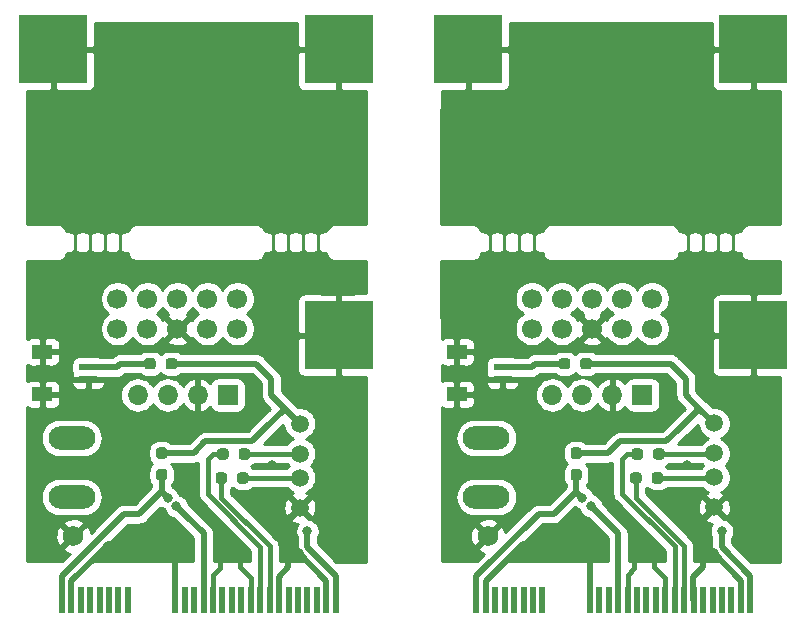
<source format=gbr>
%TF.GenerationSoftware,KiCad,Pcbnew,(5.1.9)-1*%
%TF.CreationDate,2021-06-29T00:03:31+02:00*%
%TF.ProjectId,mPCIE_to_CAN,6d504349-455f-4746-9f5f-43414e2e6b69,rev?*%
%TF.SameCoordinates,Original*%
%TF.FileFunction,Copper,L2,Bot*%
%TF.FilePolarity,Positive*%
%FSLAX46Y46*%
G04 Gerber Fmt 4.6, Leading zero omitted, Abs format (unit mm)*
G04 Created by KiCad (PCBNEW (5.1.9)-1) date 2021-06-29 00:03:31*
%MOMM*%
%LPD*%
G01*
G04 APERTURE LIST*
%TA.AperFunction,SMDPad,CuDef*%
%ADD10R,1.550000X0.600000*%
%TD*%
%TA.AperFunction,SMDPad,CuDef*%
%ADD11R,1.800000X1.200000*%
%TD*%
%TA.AperFunction,ComponentPad*%
%ADD12C,1.700000*%
%TD*%
%TA.AperFunction,ComponentPad*%
%ADD13R,5.800000X5.800000*%
%TD*%
%TA.AperFunction,ComponentPad*%
%ADD14C,1.750000*%
%TD*%
%TA.AperFunction,ComponentPad*%
%ADD15O,3.962400X1.981200*%
%TD*%
%TA.AperFunction,ComponentPad*%
%ADD16O,1.727200X1.700000*%
%TD*%
%TA.AperFunction,ComponentPad*%
%ADD17R,1.727200X1.700000*%
%TD*%
%TA.AperFunction,ComponentPad*%
%ADD18C,1.501140*%
%TD*%
%TA.AperFunction,SMDPad,CuDef*%
%ADD19R,0.600000X2.300000*%
%TD*%
%TA.AperFunction,ViaPad*%
%ADD20C,0.800000*%
%TD*%
%TA.AperFunction,Conductor*%
%ADD21C,0.500000*%
%TD*%
%TA.AperFunction,Conductor*%
%ADD22C,0.400000*%
%TD*%
%TA.AperFunction,Conductor*%
%ADD23C,0.250000*%
%TD*%
%TA.AperFunction,Conductor*%
%ADD24C,0.254000*%
%TD*%
%TA.AperFunction,Conductor*%
%ADD25C,0.100000*%
%TD*%
G04 APERTURE END LIST*
%TO.P,R3,1*%
%TO.N,Net-(R3-Pad1)*%
%TA.AperFunction,SMDPad,CuDef*%
G36*
G01*
X218122500Y-69539800D02*
X218597500Y-69539800D01*
G75*
G02*
X218835000Y-69777300I0J-237500D01*
G01*
X218835000Y-70277300D01*
G75*
G02*
X218597500Y-70514800I-237500J0D01*
G01*
X218122500Y-70514800D01*
G75*
G02*
X217885000Y-70277300I0J237500D01*
G01*
X217885000Y-69777300D01*
G75*
G02*
X218122500Y-69539800I237500J0D01*
G01*
G37*
%TD.AperFunction*%
%TO.P,R3,2*%
%TO.N,+3V3*%
%TA.AperFunction,SMDPad,CuDef*%
G36*
G01*
X218122500Y-71364800D02*
X218597500Y-71364800D01*
G75*
G02*
X218835000Y-71602300I0J-237500D01*
G01*
X218835000Y-72102300D01*
G75*
G02*
X218597500Y-72339800I-237500J0D01*
G01*
X218122500Y-72339800D01*
G75*
G02*
X217885000Y-72102300I0J237500D01*
G01*
X217885000Y-71602300D01*
G75*
G02*
X218122500Y-71364800I237500J0D01*
G01*
G37*
%TD.AperFunction*%
%TD*%
D10*
%TO.P,J2,1*%
%TO.N,GND*%
X212137000Y-63751600D03*
%TO.P,J2,2*%
%TO.N,Net-(J2-Pad2)*%
X212137000Y-62751600D03*
D11*
%TO.P,J2,1*%
%TO.N,GND*%
X208262000Y-61451600D03*
X208262000Y-65051600D03*
%TD*%
D12*
%TO.P,J3,1*%
%TO.N,N/C*%
X214626200Y-59484400D03*
%TO.P,J3,3*%
%TO.N,Net-(J3-Pad3)*%
X217166200Y-59484400D03*
%TO.P,J3,5*%
%TO.N,GND*%
X219706200Y-59484400D03*
%TO.P,J3,7*%
%TO.N,N/C*%
X222246200Y-59484400D03*
%TO.P,J3,9*%
X224786200Y-59484400D03*
%TO.P,J3,4*%
%TO.N,Net-(J3-Pad4)*%
X217166200Y-56944400D03*
%TO.P,J3,10*%
%TO.N,N/C*%
X224786200Y-56944400D03*
%TO.P,J3,6*%
X219706200Y-56944400D03*
%TO.P,J3,8*%
X222246200Y-56944400D03*
%TO.P,J3,2*%
X214626200Y-56944400D03*
%TD*%
D13*
%TO.P,REF\u002A\u002A,*%
%TO.N,GND*%
X209206240Y-35843600D03*
%TD*%
%TO.P,R2,1*%
%TO.N,Net-(R2-Pad1)*%
%TA.AperFunction,SMDPad,CuDef*%
G36*
G01*
X225729000Y-71896100D02*
X225729000Y-72371100D01*
G75*
G02*
X225491500Y-72608600I-237500J0D01*
G01*
X224991500Y-72608600D01*
G75*
G02*
X224754000Y-72371100I0J237500D01*
G01*
X224754000Y-71896100D01*
G75*
G02*
X224991500Y-71658600I237500J0D01*
G01*
X225491500Y-71658600D01*
G75*
G02*
X225729000Y-71896100I0J-237500D01*
G01*
G37*
%TD.AperFunction*%
%TO.P,R2,2*%
%TO.N,USB_DP*%
%TA.AperFunction,SMDPad,CuDef*%
G36*
G01*
X223904000Y-71896100D02*
X223904000Y-72371100D01*
G75*
G02*
X223666500Y-72608600I-237500J0D01*
G01*
X223166500Y-72608600D01*
G75*
G02*
X222929000Y-72371100I0J237500D01*
G01*
X222929000Y-71896100D01*
G75*
G02*
X223166500Y-71658600I237500J0D01*
G01*
X223666500Y-71658600D01*
G75*
G02*
X223904000Y-71896100I0J-237500D01*
G01*
G37*
%TD.AperFunction*%
%TD*%
%TO.P,R4,1*%
%TO.N,Net-(R3-Pad1)*%
%TA.AperFunction,SMDPad,CuDef*%
G36*
G01*
X219683800Y-62218700D02*
X219683800Y-62693700D01*
G75*
G02*
X219446300Y-62931200I-237500J0D01*
G01*
X218946300Y-62931200D01*
G75*
G02*
X218708800Y-62693700I0J237500D01*
G01*
X218708800Y-62218700D01*
G75*
G02*
X218946300Y-61981200I237500J0D01*
G01*
X219446300Y-61981200D01*
G75*
G02*
X219683800Y-62218700I0J-237500D01*
G01*
G37*
%TD.AperFunction*%
%TO.P,R4,2*%
%TO.N,Net-(J2-Pad2)*%
%TA.AperFunction,SMDPad,CuDef*%
G36*
G01*
X217858800Y-62218700D02*
X217858800Y-62693700D01*
G75*
G02*
X217621300Y-62931200I-237500J0D01*
G01*
X217121300Y-62931200D01*
G75*
G02*
X216883800Y-62693700I0J237500D01*
G01*
X216883800Y-62218700D01*
G75*
G02*
X217121300Y-61981200I237500J0D01*
G01*
X217621300Y-61981200D01*
G75*
G02*
X217858800Y-62218700I0J-237500D01*
G01*
G37*
%TD.AperFunction*%
%TD*%
D14*
%TO.P,U1,5*%
%TO.N,GND*%
X210888360Y-77040880D03*
D15*
%TO.P,U1,1*%
%TO.N,Net-(J3-Pad3)*%
X210761360Y-68738880D03*
%TO.P,U1,2*%
%TO.N,Net-(J3-Pad4)*%
X210761360Y-73738880D03*
D16*
%TO.P,U1,4*%
%TO.N,N/C*%
X216349360Y-65102880D03*
%TO.P,U1,3*%
X218889360Y-65102880D03*
%TO.P,U1,5*%
%TO.N,GND*%
X221429360Y-65102880D03*
D17*
%TO.P,U1,8*%
%TO.N,Net-(R3-Pad1)*%
X223969360Y-65102880D03*
D18*
%TO.P,U1,6*%
%TO.N,Net-(R2-Pad1)*%
X230063240Y-72087020D03*
%TO.P,U1,5*%
%TO.N,GND*%
X230063240Y-74627020D03*
%TO.P,U1,7*%
%TO.N,Net-(R1-Pad1)*%
X230063240Y-70055020D03*
%TO.P,U1,8*%
%TO.N,Net-(R3-Pad1)*%
X230063240Y-67515020D03*
%TD*%
%TO.P,R1,1*%
%TO.N,Net-(R1-Pad1)*%
%TA.AperFunction,SMDPad,CuDef*%
G36*
G01*
X225856000Y-69864100D02*
X225856000Y-70339100D01*
G75*
G02*
X225618500Y-70576600I-237500J0D01*
G01*
X225118500Y-70576600D01*
G75*
G02*
X224881000Y-70339100I0J237500D01*
G01*
X224881000Y-69864100D01*
G75*
G02*
X225118500Y-69626600I237500J0D01*
G01*
X225618500Y-69626600D01*
G75*
G02*
X225856000Y-69864100I0J-237500D01*
G01*
G37*
%TD.AperFunction*%
%TO.P,R1,2*%
%TO.N,USB_DM*%
%TA.AperFunction,SMDPad,CuDef*%
G36*
G01*
X224031000Y-69864100D02*
X224031000Y-70339100D01*
G75*
G02*
X223793500Y-70576600I-237500J0D01*
G01*
X223293500Y-70576600D01*
G75*
G02*
X223056000Y-70339100I0J237500D01*
G01*
X223056000Y-69864100D01*
G75*
G02*
X223293500Y-69626600I237500J0D01*
G01*
X223793500Y-69626600D01*
G75*
G02*
X224031000Y-69864100I0J-237500D01*
G01*
G37*
%TD.AperFunction*%
%TD*%
D13*
%TO.P,REF\u002A\u002A,*%
%TO.N,GND*%
X233371400Y-35843600D03*
%TD*%
D19*
%TO.P,J1,16*%
%TO.N,N/C*%
X215509000Y-82493800D03*
%TO.P,J1,18*%
%TO.N,GND*%
X219509000Y-82493800D03*
%TO.P,J1,14*%
%TO.N,N/C*%
X214709000Y-82493800D03*
%TO.P,J1,12*%
X213909000Y-82493800D03*
%TO.P,J1,10*%
X213109000Y-82493800D03*
%TO.P,J1,8*%
X212309000Y-82493800D03*
%TO.P,J1,6*%
X211509000Y-82493800D03*
%TO.P,J1,4*%
%TO.N,GND*%
X210709000Y-82493800D03*
%TO.P,J1,2*%
%TO.N,+3V3*%
X209909000Y-82493800D03*
%TO.P,J1,20*%
%TO.N,N/C*%
X220309000Y-82493800D03*
%TO.P,J1,22*%
X221109000Y-82493800D03*
%TO.P,J1,24*%
%TO.N,+3V3*%
X221909000Y-82493800D03*
%TO.P,J1,26*%
%TO.N,GND*%
X222709000Y-82493800D03*
%TO.P,J1,28*%
%TO.N,N/C*%
X223509000Y-82493800D03*
%TO.P,J1,30*%
X224309000Y-82493800D03*
%TO.P,J1,32*%
X225109000Y-82493800D03*
%TO.P,J1,34*%
%TO.N,GND*%
X225909000Y-82493800D03*
%TO.P,J1,36*%
%TO.N,USB_DM*%
X226709000Y-82493800D03*
%TO.P,J1,38*%
%TO.N,USB_DP*%
X227509000Y-82493800D03*
%TO.P,J1,40*%
%TO.N,GND*%
X228309000Y-82493800D03*
%TO.P,J1,42*%
%TO.N,N/C*%
X229109000Y-82493800D03*
%TO.P,J1,44*%
X229909000Y-82493800D03*
%TO.P,J1,46*%
X230709000Y-82493800D03*
%TO.P,J1,48*%
X231509000Y-82493800D03*
%TO.P,J1,50*%
%TO.N,GND*%
X232309000Y-82493800D03*
%TO.P,J1,52*%
%TO.N,+3V3*%
X233109000Y-82493800D03*
D13*
%TO.P,J1,53*%
%TO.N,GND*%
X233371400Y-60043200D03*
%TD*%
%TO.P,REF\u002A\u002A,*%
%TO.N,GND*%
X174107240Y-35846000D03*
%TD*%
%TO.P,REF\u002A\u002A,*%
%TO.N,GND*%
X198272400Y-35846000D03*
%TD*%
D12*
%TO.P,J3,2*%
%TO.N,N/C*%
X179527200Y-56946800D03*
%TO.P,J3,8*%
X187147200Y-56946800D03*
%TO.P,J3,6*%
X184607200Y-56946800D03*
%TO.P,J3,10*%
X189687200Y-56946800D03*
%TO.P,J3,4*%
%TO.N,Net-(J3-Pad4)*%
X182067200Y-56946800D03*
%TO.P,J3,9*%
%TO.N,N/C*%
X189687200Y-59486800D03*
%TO.P,J3,7*%
X187147200Y-59486800D03*
%TO.P,J3,5*%
%TO.N,GND*%
X184607200Y-59486800D03*
%TO.P,J3,3*%
%TO.N,Net-(J3-Pad3)*%
X182067200Y-59486800D03*
%TO.P,J3,1*%
%TO.N,N/C*%
X179527200Y-59486800D03*
%TD*%
%TO.P,R4,2*%
%TO.N,Net-(J2-Pad2)*%
%TA.AperFunction,SMDPad,CuDef*%
G36*
G01*
X182759800Y-62221100D02*
X182759800Y-62696100D01*
G75*
G02*
X182522300Y-62933600I-237500J0D01*
G01*
X182022300Y-62933600D01*
G75*
G02*
X181784800Y-62696100I0J237500D01*
G01*
X181784800Y-62221100D01*
G75*
G02*
X182022300Y-61983600I237500J0D01*
G01*
X182522300Y-61983600D01*
G75*
G02*
X182759800Y-62221100I0J-237500D01*
G01*
G37*
%TD.AperFunction*%
%TO.P,R4,1*%
%TO.N,Net-(R3-Pad1)*%
%TA.AperFunction,SMDPad,CuDef*%
G36*
G01*
X184584800Y-62221100D02*
X184584800Y-62696100D01*
G75*
G02*
X184347300Y-62933600I-237500J0D01*
G01*
X183847300Y-62933600D01*
G75*
G02*
X183609800Y-62696100I0J237500D01*
G01*
X183609800Y-62221100D01*
G75*
G02*
X183847300Y-61983600I237500J0D01*
G01*
X184347300Y-61983600D01*
G75*
G02*
X184584800Y-62221100I0J-237500D01*
G01*
G37*
%TD.AperFunction*%
%TD*%
%TO.P,R3,2*%
%TO.N,+3V3*%
%TA.AperFunction,SMDPad,CuDef*%
G36*
G01*
X183023500Y-71367200D02*
X183498500Y-71367200D01*
G75*
G02*
X183736000Y-71604700I0J-237500D01*
G01*
X183736000Y-72104700D01*
G75*
G02*
X183498500Y-72342200I-237500J0D01*
G01*
X183023500Y-72342200D01*
G75*
G02*
X182786000Y-72104700I0J237500D01*
G01*
X182786000Y-71604700D01*
G75*
G02*
X183023500Y-71367200I237500J0D01*
G01*
G37*
%TD.AperFunction*%
%TO.P,R3,1*%
%TO.N,Net-(R3-Pad1)*%
%TA.AperFunction,SMDPad,CuDef*%
G36*
G01*
X183023500Y-69542200D02*
X183498500Y-69542200D01*
G75*
G02*
X183736000Y-69779700I0J-237500D01*
G01*
X183736000Y-70279700D01*
G75*
G02*
X183498500Y-70517200I-237500J0D01*
G01*
X183023500Y-70517200D01*
G75*
G02*
X182786000Y-70279700I0J237500D01*
G01*
X182786000Y-69779700D01*
G75*
G02*
X183023500Y-69542200I237500J0D01*
G01*
G37*
%TD.AperFunction*%
%TD*%
D11*
%TO.P,J2,1*%
%TO.N,GND*%
X173163000Y-65054000D03*
X173163000Y-61454000D03*
D10*
%TO.P,J2,2*%
%TO.N,Net-(J2-Pad2)*%
X177038000Y-62754000D03*
%TO.P,J2,1*%
%TO.N,GND*%
X177038000Y-63754000D03*
%TD*%
D18*
%TO.P,U1,8*%
%TO.N,Net-(R3-Pad1)*%
X194964240Y-67517420D03*
%TO.P,U1,7*%
%TO.N,Net-(R1-Pad1)*%
X194964240Y-70057420D03*
%TO.P,U1,5*%
%TO.N,GND*%
X194964240Y-74629420D03*
%TO.P,U1,6*%
%TO.N,Net-(R2-Pad1)*%
X194964240Y-72089420D03*
D17*
%TO.P,U1,8*%
%TO.N,Net-(R3-Pad1)*%
X188870360Y-65105280D03*
D16*
%TO.P,U1,5*%
%TO.N,GND*%
X186330360Y-65105280D03*
%TO.P,U1,3*%
%TO.N,N/C*%
X183790360Y-65105280D03*
%TO.P,U1,4*%
X181250360Y-65105280D03*
D15*
%TO.P,U1,2*%
%TO.N,Net-(J3-Pad4)*%
X175662360Y-73741280D03*
%TO.P,U1,1*%
%TO.N,Net-(J3-Pad3)*%
X175662360Y-68741280D03*
D14*
%TO.P,U1,5*%
%TO.N,GND*%
X175789360Y-77043280D03*
%TD*%
%TO.P,R2,2*%
%TO.N,USB_DP*%
%TA.AperFunction,SMDPad,CuDef*%
G36*
G01*
X188805000Y-71898500D02*
X188805000Y-72373500D01*
G75*
G02*
X188567500Y-72611000I-237500J0D01*
G01*
X188067500Y-72611000D01*
G75*
G02*
X187830000Y-72373500I0J237500D01*
G01*
X187830000Y-71898500D01*
G75*
G02*
X188067500Y-71661000I237500J0D01*
G01*
X188567500Y-71661000D01*
G75*
G02*
X188805000Y-71898500I0J-237500D01*
G01*
G37*
%TD.AperFunction*%
%TO.P,R2,1*%
%TO.N,Net-(R2-Pad1)*%
%TA.AperFunction,SMDPad,CuDef*%
G36*
G01*
X190630000Y-71898500D02*
X190630000Y-72373500D01*
G75*
G02*
X190392500Y-72611000I-237500J0D01*
G01*
X189892500Y-72611000D01*
G75*
G02*
X189655000Y-72373500I0J237500D01*
G01*
X189655000Y-71898500D01*
G75*
G02*
X189892500Y-71661000I237500J0D01*
G01*
X190392500Y-71661000D01*
G75*
G02*
X190630000Y-71898500I0J-237500D01*
G01*
G37*
%TD.AperFunction*%
%TD*%
%TO.P,R1,2*%
%TO.N,USB_DM*%
%TA.AperFunction,SMDPad,CuDef*%
G36*
G01*
X188932000Y-69866500D02*
X188932000Y-70341500D01*
G75*
G02*
X188694500Y-70579000I-237500J0D01*
G01*
X188194500Y-70579000D01*
G75*
G02*
X187957000Y-70341500I0J237500D01*
G01*
X187957000Y-69866500D01*
G75*
G02*
X188194500Y-69629000I237500J0D01*
G01*
X188694500Y-69629000D01*
G75*
G02*
X188932000Y-69866500I0J-237500D01*
G01*
G37*
%TD.AperFunction*%
%TO.P,R1,1*%
%TO.N,Net-(R1-Pad1)*%
%TA.AperFunction,SMDPad,CuDef*%
G36*
G01*
X190757000Y-69866500D02*
X190757000Y-70341500D01*
G75*
G02*
X190519500Y-70579000I-237500J0D01*
G01*
X190019500Y-70579000D01*
G75*
G02*
X189782000Y-70341500I0J237500D01*
G01*
X189782000Y-69866500D01*
G75*
G02*
X190019500Y-69629000I237500J0D01*
G01*
X190519500Y-69629000D01*
G75*
G02*
X190757000Y-69866500I0J-237500D01*
G01*
G37*
%TD.AperFunction*%
%TD*%
D13*
%TO.P,J1,53*%
%TO.N,GND*%
X198272400Y-60045600D03*
D19*
%TO.P,J1,52*%
%TO.N,+3V3*%
X198010000Y-82496200D03*
%TO.P,J1,50*%
%TO.N,GND*%
X197210000Y-82496200D03*
%TO.P,J1,48*%
%TO.N,N/C*%
X196410000Y-82496200D03*
%TO.P,J1,46*%
X195610000Y-82496200D03*
%TO.P,J1,44*%
X194810000Y-82496200D03*
%TO.P,J1,42*%
X194010000Y-82496200D03*
%TO.P,J1,40*%
%TO.N,GND*%
X193210000Y-82496200D03*
%TO.P,J1,38*%
%TO.N,USB_DP*%
X192410000Y-82496200D03*
%TO.P,J1,36*%
%TO.N,USB_DM*%
X191610000Y-82496200D03*
%TO.P,J1,34*%
%TO.N,GND*%
X190810000Y-82496200D03*
%TO.P,J1,32*%
%TO.N,N/C*%
X190010000Y-82496200D03*
%TO.P,J1,30*%
X189210000Y-82496200D03*
%TO.P,J1,28*%
X188410000Y-82496200D03*
%TO.P,J1,26*%
%TO.N,GND*%
X187610000Y-82496200D03*
%TO.P,J1,24*%
%TO.N,+3V3*%
X186810000Y-82496200D03*
%TO.P,J1,22*%
%TO.N,N/C*%
X186010000Y-82496200D03*
%TO.P,J1,20*%
X185210000Y-82496200D03*
%TO.P,J1,2*%
%TO.N,+3V3*%
X174810000Y-82496200D03*
%TO.P,J1,4*%
%TO.N,GND*%
X175610000Y-82496200D03*
%TO.P,J1,6*%
%TO.N,N/C*%
X176410000Y-82496200D03*
%TO.P,J1,8*%
X177210000Y-82496200D03*
%TO.P,J1,10*%
X178010000Y-82496200D03*
%TO.P,J1,12*%
X178810000Y-82496200D03*
%TO.P,J1,14*%
X179610000Y-82496200D03*
%TO.P,J1,18*%
%TO.N,GND*%
X184410000Y-82496200D03*
%TO.P,J1,16*%
%TO.N,N/C*%
X180410000Y-82496200D03*
%TD*%
D20*
%TO.N,GND*%
X180047700Y-77711500D03*
X184352700Y-77318100D03*
X188189100Y-78180700D03*
X189865500Y-78180700D03*
X194911518Y-78519482D03*
X172491400Y-55194200D03*
X172542200Y-57505600D03*
X172516800Y-59613800D03*
X175107600Y-59791600D03*
X175133000Y-57404000D03*
X175031400Y-55143400D03*
X177723800Y-55092600D03*
X180390800Y-55067200D03*
X183769000Y-55168800D03*
X186410600Y-55016400D03*
X189382400Y-55067200D03*
X191820800Y-55092600D03*
X191897000Y-59791600D03*
X191719200Y-61239400D03*
X188468000Y-61087000D03*
X193776600Y-55092600D03*
X197840600Y-55016400D03*
X200152000Y-55041800D03*
X194513200Y-65252600D03*
X196799200Y-65252600D03*
X199110600Y-65252600D03*
X196773800Y-67487800D03*
X199136000Y-67462400D03*
X196773800Y-70053200D03*
X199136000Y-70053200D03*
X196773800Y-72034400D03*
X199136000Y-72059800D03*
X196799200Y-74574400D03*
X199110600Y-74574400D03*
X197967600Y-76606400D03*
X191439800Y-66395600D03*
X193116200Y-68783200D03*
X192633600Y-71069200D03*
X192532000Y-74193400D03*
X190500000Y-73990200D03*
X188442600Y-67564000D03*
X185343800Y-68656200D03*
X185369200Y-71856600D03*
X186055000Y-74041000D03*
X187045600Y-75082400D03*
X183007000Y-75844400D03*
X180187600Y-73685400D03*
X182422800Y-67132200D03*
X181076600Y-68605400D03*
X178181000Y-71018400D03*
X175514000Y-70967600D03*
X178003200Y-66141600D03*
X174929800Y-66421000D03*
X175539400Y-61874400D03*
X175387000Y-64516000D03*
X173101000Y-63017400D03*
X172593000Y-67564000D03*
X172567600Y-70281800D03*
X172491400Y-73609200D03*
X172440600Y-77571600D03*
X193725800Y-57404000D03*
X193827400Y-59817000D03*
X193802000Y-61899800D03*
X191795400Y-57404000D03*
X179070000Y-35560000D03*
X181610000Y-35560000D03*
X184150000Y-35560000D03*
X186690000Y-35560000D03*
X189230000Y-35560000D03*
X191770000Y-35560000D03*
X191770000Y-38100000D03*
X191770000Y-40640000D03*
X191770000Y-43180000D03*
X191770000Y-45720000D03*
X191770000Y-48260000D03*
X189230000Y-48260000D03*
X189230000Y-45720000D03*
X189230000Y-43180000D03*
X189230000Y-40640000D03*
X189230000Y-38100000D03*
X186690000Y-38100000D03*
X186690000Y-40640000D03*
X186690000Y-43180000D03*
X186690000Y-45720000D03*
X186690000Y-48260000D03*
X184150000Y-48260000D03*
X184150000Y-45720000D03*
X184150000Y-43180000D03*
X184150000Y-40640000D03*
X184150000Y-38100000D03*
X181610000Y-38100000D03*
X181610000Y-40640000D03*
X181610000Y-43180000D03*
X181610000Y-45720000D03*
X181610000Y-48260000D03*
X179070000Y-50800000D03*
X179070000Y-48260000D03*
X179070000Y-45720000D03*
X179070000Y-43180000D03*
X179070000Y-40640000D03*
X179070000Y-38100000D03*
X194310000Y-38100000D03*
X194310000Y-35560000D03*
X194310000Y-40640000D03*
X194310000Y-43180000D03*
X194310000Y-45720000D03*
X194310000Y-48260000D03*
X194310000Y-50800000D03*
X196850000Y-50800000D03*
X196850000Y-48260000D03*
X196850000Y-45720000D03*
X196850000Y-43180000D03*
X196850000Y-40640000D03*
X199390000Y-40640000D03*
X199390000Y-43180000D03*
X199390000Y-45720000D03*
X199390000Y-48260000D03*
X176530000Y-50800000D03*
X176530000Y-48260000D03*
X176530000Y-45720000D03*
X176530000Y-43180000D03*
X176530000Y-40640000D03*
X173990000Y-40640000D03*
X173990000Y-43180000D03*
X173990000Y-45720000D03*
X173990000Y-48260000D03*
X210232000Y-57401600D03*
X233066600Y-76604000D03*
X227732600Y-71066800D03*
X226996000Y-59789200D03*
X230010518Y-78517082D03*
X221509600Y-55014000D03*
X235251000Y-55039400D03*
X231872800Y-70050800D03*
X234235000Y-70050800D03*
X231898200Y-74572000D03*
X207641200Y-57503200D03*
X227631000Y-74191000D03*
X217521800Y-67129800D03*
X207615800Y-59611400D03*
X212822800Y-55090200D03*
X232939600Y-55014000D03*
X234235000Y-72057400D03*
X228215200Y-68780800D03*
X215489800Y-55064800D03*
X234235000Y-67460000D03*
X223567000Y-61084600D03*
X225599000Y-73987800D03*
X223541600Y-67561600D03*
X220468200Y-71854200D03*
X222144600Y-75080000D03*
X210206600Y-59789200D03*
X234209600Y-74572000D03*
X215286600Y-73683000D03*
X210613000Y-70965200D03*
X224481400Y-55064800D03*
X224964500Y-78178300D03*
X226818200Y-61237000D03*
X207590400Y-55191800D03*
X231898200Y-65250200D03*
X213102200Y-66139200D03*
X229612200Y-65250200D03*
X216175600Y-68603000D03*
X219451700Y-77315700D03*
X228875600Y-55090200D03*
X223288100Y-78178300D03*
X234209600Y-65250200D03*
X218868000Y-55166400D03*
X231872800Y-67485400D03*
X218106000Y-75842000D03*
X215146700Y-77709100D03*
X226919800Y-55090200D03*
X213280000Y-71016000D03*
X221154000Y-74038600D03*
X210028800Y-66418600D03*
X231872800Y-72032000D03*
X220442800Y-68653800D03*
X210130400Y-55141000D03*
X226538800Y-66393200D03*
X210638400Y-61872000D03*
X228824800Y-57401600D03*
X228926400Y-59814600D03*
X228901000Y-61897400D03*
X207666600Y-70279400D03*
X207692000Y-67561600D03*
X207590400Y-73606800D03*
X207539600Y-77569200D03*
X226894400Y-57401600D03*
X208200000Y-63015000D03*
X210486000Y-64513600D03*
X224329000Y-45717600D03*
X226869000Y-43177600D03*
X219249000Y-35557600D03*
X221789000Y-38097600D03*
X224329000Y-35557600D03*
X226869000Y-38097600D03*
X226869000Y-48257600D03*
X224329000Y-40637600D03*
X224329000Y-43177600D03*
X221789000Y-35557600D03*
X224329000Y-48257600D03*
X224329000Y-38097600D03*
X216709000Y-35557600D03*
X214169000Y-35557600D03*
X226869000Y-35557600D03*
X226869000Y-45717600D03*
X226869000Y-40637600D03*
X221789000Y-40637600D03*
X214169000Y-38097600D03*
X229409000Y-38097600D03*
X231949000Y-48257600D03*
X216709000Y-45717600D03*
X231949000Y-40637600D03*
X229409000Y-40637600D03*
X219249000Y-40637600D03*
X214169000Y-50797600D03*
X214169000Y-45717600D03*
X221789000Y-48257600D03*
X216709000Y-40637600D03*
X214169000Y-40637600D03*
X229409000Y-35557600D03*
X219249000Y-48257600D03*
X219249000Y-43177600D03*
X219249000Y-38097600D03*
X216709000Y-38097600D03*
X216709000Y-48257600D03*
X221789000Y-43177600D03*
X216709000Y-43177600D03*
X214169000Y-48257600D03*
X221789000Y-45717600D03*
X229409000Y-45717600D03*
X229409000Y-48257600D03*
X219249000Y-45717600D03*
X214169000Y-43177600D03*
X231949000Y-50797600D03*
X231949000Y-43177600D03*
X231949000Y-45717600D03*
X234489000Y-40637600D03*
X234489000Y-43177600D03*
X229409000Y-50797600D03*
X229409000Y-43177600D03*
X234489000Y-45717600D03*
X234489000Y-48257600D03*
X211629000Y-43177600D03*
X209089000Y-43177600D03*
X211629000Y-45717600D03*
X211629000Y-50797600D03*
X211629000Y-40637600D03*
X211629000Y-48257600D03*
X209089000Y-45717600D03*
X209089000Y-40637600D03*
X209089000Y-48257600D03*
%TO.N,+3V3*%
X183769000Y-73787000D03*
X184505600Y-74523600D03*
X195605400Y-76631800D03*
X230704400Y-76629400D03*
X218868000Y-73784600D03*
X219604600Y-74521200D03*
%TD*%
D21*
%TO.N,GND*%
X194964240Y-74629420D02*
X194271900Y-75321760D01*
X193164000Y-82496200D02*
X193160001Y-82492201D01*
X193160001Y-82492201D02*
X193160001Y-80499599D01*
X193210000Y-82496200D02*
X193164000Y-82496200D01*
X193160001Y-80499599D02*
X194005200Y-79654400D01*
X194005200Y-75588460D02*
X194964240Y-74629420D01*
X175610000Y-82496200D02*
X175610000Y-80846200D01*
X184410000Y-82496200D02*
X184410000Y-77210000D01*
X178744700Y-77711500D02*
X177758100Y-78698100D01*
X180010000Y-77711500D02*
X178744700Y-77711500D01*
X175610000Y-80846200D02*
X177758100Y-78698100D01*
X194005200Y-78282800D02*
X194005200Y-75588460D01*
X194005200Y-79654400D02*
X194005200Y-78282800D01*
X197210000Y-80817964D02*
X194911518Y-78519482D01*
X197210000Y-82496200D02*
X197210000Y-80817964D01*
X194674836Y-78282800D02*
X194005200Y-78282800D01*
X194911518Y-78519482D02*
X194674836Y-78282800D01*
D22*
X190804800Y-82491000D02*
X190810000Y-82496200D01*
X190804800Y-80594200D02*
X190804800Y-82491000D01*
X189865500Y-79654900D02*
X190804800Y-80594200D01*
X189865500Y-78180700D02*
X189865500Y-79654900D01*
X187610000Y-80309200D02*
X187610000Y-82496200D01*
X188189100Y-79730100D02*
X187610000Y-80309200D01*
X188189100Y-78180700D02*
X188189100Y-79730100D01*
D23*
X196850000Y-50800000D02*
X196850000Y-50850800D01*
X196529799Y-51171001D02*
X196529799Y-53349999D01*
X196850000Y-50850800D02*
X196529799Y-51171001D01*
X194310000Y-50800000D02*
X194894200Y-50800000D01*
X195239801Y-51145601D02*
X195239801Y-53324599D01*
X194894200Y-50800000D02*
X195239801Y-51145601D01*
X194310000Y-50800000D02*
X194310000Y-51130200D01*
X193989799Y-51450401D02*
X193989799Y-53095999D01*
X194310000Y-51130200D02*
X193989799Y-51450401D01*
X194310000Y-50800000D02*
X193141600Y-50800000D01*
X192699801Y-51241799D02*
X192699801Y-53426199D01*
X193141600Y-50800000D02*
X192699801Y-51241799D01*
X179070000Y-50800000D02*
X179578000Y-50800000D01*
X179720401Y-50942401D02*
X179720401Y-53228401D01*
X179578000Y-50800000D02*
X179720401Y-50942401D01*
X179070000Y-50800000D02*
X178816000Y-50800000D01*
X178450401Y-51165599D02*
X178450401Y-53172199D01*
X178816000Y-50800000D02*
X178450401Y-51165599D01*
X177180401Y-51450401D02*
X177180401Y-53457001D01*
X176530000Y-50800000D02*
X177180401Y-51450401D01*
X175930399Y-51399601D02*
X175930399Y-53253801D01*
X176530000Y-50800000D02*
X175930399Y-51399601D01*
D21*
X228263000Y-82493800D02*
X228259001Y-82489801D01*
X228309000Y-82493800D02*
X228263000Y-82493800D01*
X213843700Y-77709100D02*
X212857100Y-78695700D01*
X210709000Y-80843800D02*
X212857100Y-78695700D01*
D22*
X224964500Y-79652500D02*
X225903800Y-80591800D01*
D21*
X229104200Y-78280400D02*
X229104200Y-75586060D01*
D22*
X224964500Y-78178300D02*
X224964500Y-79652500D01*
X223288100Y-78178300D02*
X223288100Y-79727700D01*
D21*
X230063240Y-74627020D02*
X229370900Y-75319360D01*
X228259001Y-82489801D02*
X228259001Y-80497199D01*
X228259001Y-80497199D02*
X229104200Y-79652000D01*
D22*
X225903800Y-80591800D02*
X225903800Y-82488600D01*
D21*
X232309000Y-82493800D02*
X232309000Y-80815564D01*
X229104200Y-75586060D02*
X230063240Y-74627020D01*
X229104200Y-79652000D02*
X229104200Y-78280400D01*
X229773836Y-78280400D02*
X229104200Y-78280400D01*
D22*
X225903800Y-82488600D02*
X225909000Y-82493800D01*
D21*
X230010518Y-78517082D02*
X229773836Y-78280400D01*
D22*
X222709000Y-80306800D02*
X222709000Y-82493800D01*
X223288100Y-79727700D02*
X222709000Y-80306800D01*
D21*
X232309000Y-80815564D02*
X230010518Y-78517082D01*
X219509000Y-82493800D02*
X219509000Y-77207600D01*
X210709000Y-82493800D02*
X210709000Y-80843800D01*
X215109000Y-77709100D02*
X213843700Y-77709100D01*
D23*
X228240600Y-50797600D02*
X227798801Y-51239399D01*
X229409000Y-50797600D02*
X229993200Y-50797600D01*
X229409000Y-50797600D02*
X228240600Y-50797600D01*
X231949000Y-50797600D02*
X231949000Y-50848400D01*
X231628799Y-51168601D02*
X231628799Y-53347599D01*
X231949000Y-50848400D02*
X231628799Y-51168601D01*
X229993200Y-50797600D02*
X230338801Y-51143201D01*
X214169000Y-50797600D02*
X214677000Y-50797600D01*
X227798801Y-51239399D02*
X227798801Y-53423799D01*
X229088799Y-51448001D02*
X229088799Y-53093599D01*
X230338801Y-51143201D02*
X230338801Y-53322199D01*
X229409000Y-51127800D02*
X229088799Y-51448001D01*
X229409000Y-50797600D02*
X229409000Y-51127800D01*
X213549401Y-51163199D02*
X213549401Y-53169799D01*
X214169000Y-50797600D02*
X213915000Y-50797600D01*
X213915000Y-50797600D02*
X213549401Y-51163199D01*
X214819401Y-50940001D02*
X214819401Y-53226001D01*
X214677000Y-50797600D02*
X214819401Y-50940001D01*
X211629000Y-50797600D02*
X211029399Y-51397201D01*
X211029399Y-51397201D02*
X211029399Y-53251401D01*
X211629000Y-50797600D02*
X212279401Y-51448001D01*
X212279401Y-51448001D02*
X212279401Y-53454601D01*
D21*
%TO.N,+3V3*%
X181356000Y-75184000D02*
X183222900Y-73317100D01*
X180086000Y-75184000D02*
X181356000Y-75184000D01*
X174810000Y-80460000D02*
X180086000Y-75184000D01*
X174810000Y-82496200D02*
X174810000Y-80460000D01*
X183261000Y-71854700D02*
X183261000Y-73279000D01*
X183222900Y-73317100D02*
X183261000Y-73279000D01*
X183769000Y-73787000D02*
X183261000Y-73279000D01*
X198010000Y-80408000D02*
X198010000Y-82496200D01*
X195605400Y-78003400D02*
X198010000Y-80408000D01*
X195605400Y-76631800D02*
X195605400Y-78003400D01*
X186810000Y-76828000D02*
X185331999Y-75349999D01*
X185331999Y-75349999D02*
X184505600Y-74523600D01*
X186810000Y-82496200D02*
X186810000Y-76828000D01*
X216455000Y-75181600D02*
X218321900Y-73314700D01*
X215185000Y-75181600D02*
X216455000Y-75181600D01*
X209909000Y-80457600D02*
X215185000Y-75181600D01*
X221909000Y-76825600D02*
X220430999Y-75347599D01*
X220430999Y-75347599D02*
X219604600Y-74521200D01*
X233109000Y-80405600D02*
X233109000Y-82493800D01*
X221909000Y-82493800D02*
X221909000Y-76825600D01*
X230704400Y-78001000D02*
X233109000Y-80405600D01*
X218868000Y-73784600D02*
X218360000Y-73276600D01*
X218321900Y-73314700D02*
X218360000Y-73276600D01*
X230704400Y-76629400D02*
X230704400Y-78001000D01*
X209909000Y-82493800D02*
X209909000Y-80457600D01*
X218360000Y-71852300D02*
X218360000Y-73276600D01*
D22*
%TO.N,USB_DP*%
X192410000Y-77881400D02*
X192410000Y-82496200D01*
X188317500Y-73788900D02*
X192410000Y-77881400D01*
X188317500Y-72136000D02*
X188317500Y-73788900D01*
X223416500Y-72133600D02*
X223416500Y-73786500D01*
X227509000Y-77879000D02*
X227509000Y-82493800D01*
X223416500Y-73786500D02*
X227509000Y-77879000D01*
%TO.N,USB_DM*%
X191610000Y-77929942D02*
X191610000Y-82496200D01*
X187172600Y-73492542D02*
X191610000Y-77929942D01*
X187172600Y-70535800D02*
X187172600Y-73492542D01*
X187604400Y-70104000D02*
X187172600Y-70535800D01*
X188444500Y-70104000D02*
X187604400Y-70104000D01*
X222703400Y-70101600D02*
X222271600Y-70533400D01*
X226709000Y-77927542D02*
X226709000Y-82493800D01*
X223543500Y-70101600D02*
X222703400Y-70101600D01*
X222271600Y-73490142D02*
X226709000Y-77927542D01*
X222271600Y-70533400D02*
X222271600Y-73490142D01*
D23*
%TO.N,Net-(R1-Pad1)*%
X190316080Y-70057420D02*
X190269500Y-70104000D01*
D22*
X194917660Y-70104000D02*
X194964240Y-70057420D01*
X190269500Y-70104000D02*
X194917660Y-70104000D01*
X225368500Y-70101600D02*
X230016660Y-70101600D01*
D23*
X225415080Y-70055020D02*
X225368500Y-70101600D01*
D22*
X230016660Y-70101600D02*
X230063240Y-70055020D01*
D23*
%TO.N,Net-(R2-Pad1)*%
X190189080Y-72089420D02*
X190142500Y-72136000D01*
D22*
X194917660Y-72136000D02*
X194964240Y-72089420D01*
X190142500Y-72136000D02*
X194917660Y-72136000D01*
X225241500Y-72133600D02*
X230016660Y-72133600D01*
X230016660Y-72133600D02*
X230063240Y-72087020D01*
D23*
X225288080Y-72087020D02*
X225241500Y-72133600D01*
D21*
%TO.N,Net-(J2-Pad2)*%
X177038000Y-62754000D02*
X179485800Y-62754000D01*
X179781200Y-62458600D02*
X182272300Y-62458600D01*
X179485800Y-62754000D02*
X179781200Y-62458600D01*
X214880200Y-62456200D02*
X217371300Y-62456200D01*
X212137000Y-62751600D02*
X214584800Y-62751600D01*
X214584800Y-62751600D02*
X214880200Y-62456200D01*
%TO.N,Net-(J3-Pad4)*%
X174833280Y-73741280D02*
X175662360Y-73741280D01*
X209932280Y-73738880D02*
X210761360Y-73738880D01*
%TO.N,Net-(R3-Pad1)*%
X194964240Y-67517420D02*
X195406420Y-67517420D01*
X193695210Y-66248390D02*
X194964240Y-67517420D01*
X192552100Y-65105280D02*
X193695210Y-66248390D01*
X191947800Y-67995800D02*
X193695210Y-66248390D01*
X186969400Y-69037200D02*
X190906400Y-69037200D01*
X185976900Y-70029700D02*
X186969400Y-69037200D01*
X190906400Y-69037200D02*
X191947800Y-67995800D01*
X183261000Y-70029700D02*
X185976900Y-70029700D01*
X184097300Y-62458600D02*
X191262000Y-62458600D01*
X192552100Y-63748700D02*
X192552100Y-65105280D01*
X191262000Y-62458600D02*
X192552100Y-63748700D01*
X228794210Y-66245990D02*
X230063240Y-67515020D01*
X227046800Y-67993400D02*
X228794210Y-66245990D01*
X227651100Y-63746300D02*
X227651100Y-65102880D01*
X227651100Y-65102880D02*
X228794210Y-66245990D01*
X222068400Y-69034800D02*
X226005400Y-69034800D01*
X218360000Y-70027300D02*
X221075900Y-70027300D01*
X221075900Y-70027300D02*
X222068400Y-69034800D01*
X226005400Y-69034800D02*
X227046800Y-67993400D01*
X219196300Y-62456200D02*
X226361000Y-62456200D01*
X226361000Y-62456200D02*
X227651100Y-63746300D01*
X230063240Y-67515020D02*
X230505420Y-67515020D01*
%TD*%
D24*
%TO.N,GND*%
X196558772Y-52897862D02*
X196711911Y-53000186D01*
X196882071Y-53070668D01*
X197062711Y-53106600D01*
X197204836Y-53106600D01*
X197215550Y-53215383D01*
X197253290Y-53339793D01*
X197314575Y-53454450D01*
X197397052Y-53554948D01*
X197497550Y-53637425D01*
X197612207Y-53698710D01*
X197736617Y-53736450D01*
X197833581Y-53746000D01*
X197866000Y-53749193D01*
X197898419Y-53746000D01*
X200551514Y-53746000D01*
X200552909Y-56508256D01*
X198558150Y-56510600D01*
X198399400Y-56669350D01*
X198399400Y-59918600D01*
X198419400Y-59918600D01*
X198419400Y-60172600D01*
X198399400Y-60172600D01*
X198399400Y-63421850D01*
X198558150Y-63580600D01*
X200552288Y-63582943D01*
X200539454Y-79209625D01*
X198057845Y-79204266D01*
X196490400Y-77636822D01*
X196490400Y-77170254D01*
X196522605Y-77122056D01*
X196600626Y-76933698D01*
X196640400Y-76733739D01*
X196640400Y-76529861D01*
X196600626Y-76329902D01*
X196522605Y-76141544D01*
X196409337Y-75972026D01*
X196265174Y-75827863D01*
X196095656Y-75714595D01*
X195907298Y-75636574D01*
X195737642Y-75602828D01*
X195742036Y-75586821D01*
X194964240Y-74809025D01*
X194186444Y-75586821D01*
X194252039Y-75825746D01*
X194499115Y-75941703D01*
X194764067Y-76007229D01*
X194777526Y-76007850D01*
X194688195Y-76141544D01*
X194610174Y-76329902D01*
X194570400Y-76529861D01*
X194570400Y-76733739D01*
X194610174Y-76933698D01*
X194688195Y-77122056D01*
X194720400Y-77170255D01*
X194720401Y-77959921D01*
X194716119Y-78003400D01*
X194733205Y-78176890D01*
X194783812Y-78343713D01*
X194865990Y-78497459D01*
X194948868Y-78598446D01*
X194948871Y-78598449D01*
X194976584Y-78632217D01*
X195010351Y-78659929D01*
X195549271Y-79198849D01*
X193245000Y-79193874D01*
X193245000Y-77922418D01*
X193249040Y-77881399D01*
X193232918Y-77717711D01*
X193185172Y-77560313D01*
X193107636Y-77415254D01*
X193043128Y-77336651D01*
X193003291Y-77288109D01*
X192971428Y-77261960D01*
X190411358Y-74701890D01*
X193573853Y-74701890D01*
X193614707Y-74971749D01*
X193707423Y-75228452D01*
X193767914Y-75341621D01*
X194006839Y-75407216D01*
X194784635Y-74629420D01*
X195143845Y-74629420D01*
X195921641Y-75407216D01*
X196160566Y-75341621D01*
X196276523Y-75094545D01*
X196342049Y-74829593D01*
X196354627Y-74556950D01*
X196313773Y-74287091D01*
X196221057Y-74030388D01*
X196160566Y-73917219D01*
X195921641Y-73851624D01*
X195143845Y-74629420D01*
X194784635Y-74629420D01*
X194006839Y-73851624D01*
X193767914Y-73917219D01*
X193651957Y-74164295D01*
X193586431Y-74429247D01*
X193573853Y-74701890D01*
X190411358Y-74701890D01*
X189152500Y-73443033D01*
X189152500Y-73020627D01*
X189186623Y-72992623D01*
X189230000Y-72939768D01*
X189273377Y-72992623D01*
X189406058Y-73101512D01*
X189557433Y-73182423D01*
X189721684Y-73232248D01*
X189892500Y-73249072D01*
X190392500Y-73249072D01*
X190563316Y-73232248D01*
X190727567Y-73182423D01*
X190878942Y-73101512D01*
X191011623Y-72992623D01*
X191029369Y-72971000D01*
X193886883Y-72971000D01*
X193887998Y-72972669D01*
X194080991Y-73165662D01*
X194307927Y-73317296D01*
X194405936Y-73357893D01*
X194365208Y-73372603D01*
X194252039Y-73433094D01*
X194186444Y-73672019D01*
X194964240Y-74449815D01*
X195742036Y-73672019D01*
X195676441Y-73433094D01*
X195519177Y-73359287D01*
X195620553Y-73317296D01*
X195847489Y-73165662D01*
X196040482Y-72972669D01*
X196192116Y-72745733D01*
X196296563Y-72493576D01*
X196349810Y-72225887D01*
X196349810Y-71952953D01*
X196296563Y-71685264D01*
X196192116Y-71433107D01*
X196040482Y-71206171D01*
X195907731Y-71073420D01*
X196040482Y-70940669D01*
X196192116Y-70713733D01*
X196296563Y-70461576D01*
X196349810Y-70193887D01*
X196349810Y-69920953D01*
X196296563Y-69653264D01*
X196192116Y-69401107D01*
X196040482Y-69174171D01*
X195847489Y-68981178D01*
X195620553Y-68829544D01*
X195518857Y-68787420D01*
X195620553Y-68745296D01*
X195847489Y-68593662D01*
X196040482Y-68400669D01*
X196192116Y-68173733D01*
X196296563Y-67921576D01*
X196349810Y-67653887D01*
X196349810Y-67380953D01*
X196296563Y-67113264D01*
X196192116Y-66861107D01*
X196040482Y-66634171D01*
X195847489Y-66441178D01*
X195620553Y-66289544D01*
X195368396Y-66185097D01*
X195100707Y-66131850D01*
X194830248Y-66131850D01*
X194351746Y-65653348D01*
X194351742Y-65653343D01*
X194351740Y-65653341D01*
X194324027Y-65619573D01*
X194290259Y-65591860D01*
X193437100Y-64738702D01*
X193437100Y-63792169D01*
X193441381Y-63748700D01*
X193437100Y-63705231D01*
X193437100Y-63705223D01*
X193424295Y-63575210D01*
X193373689Y-63408387D01*
X193291511Y-63254641D01*
X193245036Y-63198011D01*
X193208632Y-63153653D01*
X193208630Y-63153651D01*
X193180917Y-63119883D01*
X193147150Y-63092171D01*
X193000579Y-62945600D01*
X194734328Y-62945600D01*
X194746588Y-63070082D01*
X194782898Y-63189780D01*
X194841863Y-63300094D01*
X194921215Y-63396785D01*
X195017906Y-63476137D01*
X195128220Y-63535102D01*
X195247918Y-63571412D01*
X195372400Y-63583672D01*
X197986650Y-63580600D01*
X198145400Y-63421850D01*
X198145400Y-60172600D01*
X194896150Y-60172600D01*
X194737400Y-60331350D01*
X194734328Y-62945600D01*
X193000579Y-62945600D01*
X191918534Y-61863556D01*
X191890817Y-61829783D01*
X191756059Y-61719189D01*
X191602313Y-61637011D01*
X191435490Y-61586405D01*
X191305477Y-61573600D01*
X191305469Y-61573600D01*
X191262000Y-61569319D01*
X191218531Y-61573600D01*
X184931846Y-61573600D01*
X184833742Y-61493088D01*
X184682367Y-61412177D01*
X184518116Y-61362352D01*
X184347300Y-61345528D01*
X183847300Y-61345528D01*
X183676484Y-61362352D01*
X183512233Y-61412177D01*
X183360858Y-61493088D01*
X183228177Y-61601977D01*
X183184800Y-61654832D01*
X183141423Y-61601977D01*
X183008742Y-61493088D01*
X182857367Y-61412177D01*
X182693116Y-61362352D01*
X182522300Y-61345528D01*
X182022300Y-61345528D01*
X181851484Y-61362352D01*
X181687233Y-61412177D01*
X181535858Y-61493088D01*
X181437754Y-61573600D01*
X179824669Y-61573600D01*
X179781200Y-61569319D01*
X179737731Y-61573600D01*
X179737723Y-61573600D01*
X179607710Y-61586405D01*
X179440887Y-61637011D01*
X179287141Y-61719189D01*
X179152383Y-61829783D01*
X179124666Y-61863556D01*
X179119222Y-61869000D01*
X178065603Y-61869000D01*
X178057180Y-61864498D01*
X177937482Y-61828188D01*
X177813000Y-61815928D01*
X176263000Y-61815928D01*
X176138518Y-61828188D01*
X176018820Y-61864498D01*
X175908506Y-61923463D01*
X175811815Y-62002815D01*
X175732463Y-62099506D01*
X175673498Y-62209820D01*
X175637188Y-62329518D01*
X175624928Y-62454000D01*
X175624928Y-63054000D01*
X175637188Y-63178482D01*
X175660096Y-63254000D01*
X175637188Y-63329518D01*
X175624928Y-63454000D01*
X175628000Y-63468250D01*
X175786750Y-63627000D01*
X175987947Y-63627000D01*
X176018820Y-63643502D01*
X176138518Y-63679812D01*
X176263000Y-63692072D01*
X177813000Y-63692072D01*
X177937482Y-63679812D01*
X178057180Y-63643502D01*
X178065603Y-63639000D01*
X179442331Y-63639000D01*
X179485800Y-63643281D01*
X179529269Y-63639000D01*
X179529277Y-63639000D01*
X179659290Y-63626195D01*
X179826113Y-63575589D01*
X179979859Y-63493411D01*
X180114617Y-63382817D01*
X180142334Y-63349044D01*
X180147778Y-63343600D01*
X181437754Y-63343600D01*
X181535858Y-63424112D01*
X181687233Y-63505023D01*
X181851484Y-63554848D01*
X182022300Y-63571672D01*
X182522300Y-63571672D01*
X182693116Y-63554848D01*
X182857367Y-63505023D01*
X183008742Y-63424112D01*
X183141423Y-63315223D01*
X183184800Y-63262368D01*
X183228177Y-63315223D01*
X183360858Y-63424112D01*
X183512233Y-63505023D01*
X183676484Y-63554848D01*
X183847300Y-63571672D01*
X184347300Y-63571672D01*
X184518116Y-63554848D01*
X184682367Y-63505023D01*
X184833742Y-63424112D01*
X184931846Y-63343600D01*
X190895422Y-63343600D01*
X191667100Y-64115279D01*
X191667101Y-65061801D01*
X191662819Y-65105280D01*
X191679905Y-65278770D01*
X191730512Y-65445593D01*
X191812690Y-65599339D01*
X191895568Y-65700326D01*
X191895571Y-65700329D01*
X191923284Y-65734097D01*
X191957051Y-65761809D01*
X192443631Y-66248390D01*
X191352758Y-67339264D01*
X191352753Y-67339268D01*
X190539822Y-68152200D01*
X187012869Y-68152200D01*
X186969400Y-68147919D01*
X186925931Y-68152200D01*
X186925923Y-68152200D01*
X186810706Y-68163548D01*
X186795909Y-68165005D01*
X186767138Y-68173733D01*
X186629087Y-68215611D01*
X186475341Y-68297789D01*
X186475339Y-68297790D01*
X186475340Y-68297790D01*
X186374353Y-68380668D01*
X186374351Y-68380670D01*
X186340583Y-68408383D01*
X186312870Y-68442151D01*
X185610322Y-69144700D01*
X184098277Y-69144700D01*
X183984942Y-69051688D01*
X183833567Y-68970777D01*
X183669316Y-68920952D01*
X183498500Y-68904128D01*
X183023500Y-68904128D01*
X182852684Y-68920952D01*
X182688433Y-68970777D01*
X182537058Y-69051688D01*
X182404377Y-69160577D01*
X182295488Y-69293258D01*
X182214577Y-69444633D01*
X182164752Y-69608884D01*
X182147928Y-69779700D01*
X182147928Y-70279700D01*
X182164752Y-70450516D01*
X182214577Y-70614767D01*
X182295488Y-70766142D01*
X182404377Y-70898823D01*
X182457232Y-70942200D01*
X182404377Y-70985577D01*
X182295488Y-71118258D01*
X182214577Y-71269633D01*
X182164752Y-71433884D01*
X182147928Y-71604700D01*
X182147928Y-72104700D01*
X182164752Y-72275516D01*
X182214577Y-72439767D01*
X182295488Y-72591142D01*
X182376001Y-72689246D01*
X182376001Y-72912420D01*
X180989422Y-74299000D01*
X180129469Y-74299000D01*
X180086000Y-74294719D01*
X180042531Y-74299000D01*
X180042523Y-74299000D01*
X179912510Y-74311805D01*
X179745687Y-74362411D01*
X179708681Y-74382191D01*
X179591941Y-74444589D01*
X179490953Y-74527468D01*
X179490951Y-74527470D01*
X179457183Y-74555183D01*
X179429470Y-74588951D01*
X177272188Y-76746233D01*
X177262861Y-76681317D01*
X177163932Y-76400806D01*
X177087228Y-76257305D01*
X176835600Y-76176645D01*
X175968965Y-77043280D01*
X175983108Y-77057423D01*
X175803503Y-77237028D01*
X175789360Y-77222885D01*
X174922725Y-78089520D01*
X175003385Y-78341148D01*
X175271689Y-78469547D01*
X175492494Y-78525927D01*
X174864239Y-79154183D01*
X171871240Y-79147720D01*
X171871240Y-77110823D01*
X174273556Y-77110823D01*
X174315859Y-77405243D01*
X174414788Y-77685754D01*
X174491492Y-77829255D01*
X174743120Y-77909915D01*
X175609755Y-77043280D01*
X174743120Y-76176645D01*
X174491492Y-76257305D01*
X174363093Y-76525609D01*
X174289505Y-76813806D01*
X174273556Y-77110823D01*
X171871240Y-77110823D01*
X171871240Y-75997040D01*
X174922725Y-75997040D01*
X175789360Y-76863675D01*
X176655995Y-75997040D01*
X176575335Y-75745412D01*
X176307031Y-75617013D01*
X176018834Y-75543425D01*
X175721817Y-75527476D01*
X175427397Y-75569779D01*
X175146886Y-75668708D01*
X175003385Y-75745412D01*
X174922725Y-75997040D01*
X171871240Y-75997040D01*
X171871240Y-73741280D01*
X173038295Y-73741280D01*
X173069682Y-74059953D01*
X173162635Y-74366380D01*
X173313583Y-74648785D01*
X173516726Y-74896314D01*
X173764255Y-75099457D01*
X174046660Y-75250405D01*
X174353087Y-75343358D01*
X174591906Y-75366880D01*
X176732814Y-75366880D01*
X176971633Y-75343358D01*
X177278060Y-75250405D01*
X177560465Y-75099457D01*
X177807994Y-74896314D01*
X178011137Y-74648785D01*
X178162085Y-74366380D01*
X178255038Y-74059953D01*
X178286425Y-73741280D01*
X178255038Y-73422607D01*
X178162085Y-73116180D01*
X178011137Y-72833775D01*
X177807994Y-72586246D01*
X177560465Y-72383103D01*
X177278060Y-72232155D01*
X176971633Y-72139202D01*
X176732814Y-72115680D01*
X174591906Y-72115680D01*
X174353087Y-72139202D01*
X174046660Y-72232155D01*
X173764255Y-72383103D01*
X173516726Y-72586246D01*
X173313583Y-72833775D01*
X173162635Y-73116180D01*
X173069682Y-73422607D01*
X173038295Y-73741280D01*
X171871240Y-73741280D01*
X171871240Y-68741280D01*
X173038295Y-68741280D01*
X173069682Y-69059953D01*
X173162635Y-69366380D01*
X173313583Y-69648785D01*
X173516726Y-69896314D01*
X173764255Y-70099457D01*
X174046660Y-70250405D01*
X174353087Y-70343358D01*
X174591906Y-70366880D01*
X176732814Y-70366880D01*
X176971633Y-70343358D01*
X177278060Y-70250405D01*
X177560465Y-70099457D01*
X177807994Y-69896314D01*
X178011137Y-69648785D01*
X178162085Y-69366380D01*
X178255038Y-69059953D01*
X178286425Y-68741280D01*
X178255038Y-68422607D01*
X178162085Y-68116180D01*
X178011137Y-67833775D01*
X177807994Y-67586246D01*
X177560465Y-67383103D01*
X177278060Y-67232155D01*
X176971633Y-67139202D01*
X176732814Y-67115680D01*
X174591906Y-67115680D01*
X174353087Y-67139202D01*
X174046660Y-67232155D01*
X173764255Y-67383103D01*
X173516726Y-67586246D01*
X173313583Y-67833775D01*
X173162635Y-68116180D01*
X173069682Y-68422607D01*
X173038295Y-68741280D01*
X171871240Y-68741280D01*
X171871240Y-66153954D01*
X171908506Y-66184537D01*
X172018820Y-66243502D01*
X172138518Y-66279812D01*
X172263000Y-66292072D01*
X172877250Y-66289000D01*
X173036000Y-66130250D01*
X173036000Y-65181000D01*
X173290000Y-65181000D01*
X173290000Y-66130250D01*
X173448750Y-66289000D01*
X174063000Y-66292072D01*
X174187482Y-66279812D01*
X174307180Y-66243502D01*
X174417494Y-66184537D01*
X174514185Y-66105185D01*
X174593537Y-66008494D01*
X174652502Y-65898180D01*
X174688812Y-65778482D01*
X174701072Y-65654000D01*
X174698000Y-65339750D01*
X174539250Y-65181000D01*
X173290000Y-65181000D01*
X173036000Y-65181000D01*
X173016000Y-65181000D01*
X173016000Y-65105280D01*
X179744575Y-65105280D01*
X179773247Y-65396391D01*
X179858161Y-65676314D01*
X179996054Y-65934294D01*
X180181626Y-66160414D01*
X180407746Y-66345986D01*
X180665726Y-66483879D01*
X180945649Y-66568793D01*
X181163810Y-66590280D01*
X181336910Y-66590280D01*
X181555071Y-66568793D01*
X181834994Y-66483879D01*
X182092974Y-66345986D01*
X182319094Y-66160414D01*
X182504666Y-65934294D01*
X182520360Y-65904933D01*
X182536054Y-65934294D01*
X182721626Y-66160414D01*
X182947746Y-66345986D01*
X183205726Y-66483879D01*
X183485649Y-66568793D01*
X183703810Y-66590280D01*
X183876910Y-66590280D01*
X184095071Y-66568793D01*
X184374994Y-66483879D01*
X184632974Y-66345986D01*
X184859094Y-66160414D01*
X185044666Y-65934294D01*
X185063886Y-65898337D01*
X185228763Y-66115209D01*
X185446696Y-66308061D01*
X185698065Y-66454691D01*
X185973210Y-66549464D01*
X186203360Y-66426677D01*
X186203360Y-65232280D01*
X186183360Y-65232280D01*
X186183360Y-64978280D01*
X186203360Y-64978280D01*
X186203360Y-63783883D01*
X186457360Y-63783883D01*
X186457360Y-64978280D01*
X186477360Y-64978280D01*
X186477360Y-65232280D01*
X186457360Y-65232280D01*
X186457360Y-66426677D01*
X186687510Y-66549464D01*
X186962655Y-66454691D01*
X187214024Y-66308061D01*
X187400220Y-66143293D01*
X187417258Y-66199460D01*
X187476223Y-66309774D01*
X187555575Y-66406465D01*
X187652266Y-66485817D01*
X187762580Y-66544782D01*
X187882278Y-66581092D01*
X188006760Y-66593352D01*
X189733960Y-66593352D01*
X189858442Y-66581092D01*
X189978140Y-66544782D01*
X190088454Y-66485817D01*
X190185145Y-66406465D01*
X190264497Y-66309774D01*
X190323462Y-66199460D01*
X190359772Y-66079762D01*
X190372032Y-65955280D01*
X190372032Y-64255280D01*
X190359772Y-64130798D01*
X190323462Y-64011100D01*
X190264497Y-63900786D01*
X190185145Y-63804095D01*
X190088454Y-63724743D01*
X189978140Y-63665778D01*
X189858442Y-63629468D01*
X189733960Y-63617208D01*
X188006760Y-63617208D01*
X187882278Y-63629468D01*
X187762580Y-63665778D01*
X187652266Y-63724743D01*
X187555575Y-63804095D01*
X187476223Y-63900786D01*
X187417258Y-64011100D01*
X187400220Y-64067267D01*
X187214024Y-63902499D01*
X186962655Y-63755869D01*
X186687510Y-63661096D01*
X186457360Y-63783883D01*
X186203360Y-63783883D01*
X185973210Y-63661096D01*
X185698065Y-63755869D01*
X185446696Y-63902499D01*
X185228763Y-64095351D01*
X185063886Y-64312223D01*
X185044666Y-64276266D01*
X184859094Y-64050146D01*
X184632974Y-63864574D01*
X184374994Y-63726681D01*
X184095071Y-63641767D01*
X183876910Y-63620280D01*
X183703810Y-63620280D01*
X183485649Y-63641767D01*
X183205726Y-63726681D01*
X182947746Y-63864574D01*
X182721626Y-64050146D01*
X182536054Y-64276266D01*
X182520360Y-64305627D01*
X182504666Y-64276266D01*
X182319094Y-64050146D01*
X182092974Y-63864574D01*
X181834994Y-63726681D01*
X181555071Y-63641767D01*
X181336910Y-63620280D01*
X181163810Y-63620280D01*
X180945649Y-63641767D01*
X180665726Y-63726681D01*
X180407746Y-63864574D01*
X180181626Y-64050146D01*
X179996054Y-64276266D01*
X179858161Y-64534246D01*
X179773247Y-64814169D01*
X179744575Y-65105280D01*
X173016000Y-65105280D01*
X173016000Y-64927000D01*
X173036000Y-64927000D01*
X173036000Y-63977750D01*
X173290000Y-63977750D01*
X173290000Y-64927000D01*
X174539250Y-64927000D01*
X174698000Y-64768250D01*
X174701072Y-64454000D01*
X174688812Y-64329518D01*
X174652502Y-64209820D01*
X174593537Y-64099506D01*
X174556192Y-64054000D01*
X175624928Y-64054000D01*
X175637188Y-64178482D01*
X175673498Y-64298180D01*
X175732463Y-64408494D01*
X175811815Y-64505185D01*
X175908506Y-64584537D01*
X176018820Y-64643502D01*
X176138518Y-64679812D01*
X176263000Y-64692072D01*
X176752250Y-64689000D01*
X176911000Y-64530250D01*
X176911000Y-63881000D01*
X177165000Y-63881000D01*
X177165000Y-64530250D01*
X177323750Y-64689000D01*
X177813000Y-64692072D01*
X177937482Y-64679812D01*
X178057180Y-64643502D01*
X178167494Y-64584537D01*
X178264185Y-64505185D01*
X178343537Y-64408494D01*
X178402502Y-64298180D01*
X178438812Y-64178482D01*
X178451072Y-64054000D01*
X178448000Y-64039750D01*
X178289250Y-63881000D01*
X177165000Y-63881000D01*
X176911000Y-63881000D01*
X175786750Y-63881000D01*
X175628000Y-64039750D01*
X175624928Y-64054000D01*
X174556192Y-64054000D01*
X174514185Y-64002815D01*
X174417494Y-63923463D01*
X174307180Y-63864498D01*
X174187482Y-63828188D01*
X174063000Y-63815928D01*
X173448750Y-63819000D01*
X173290000Y-63977750D01*
X173036000Y-63977750D01*
X172877250Y-63819000D01*
X172263000Y-63815928D01*
X172138518Y-63828188D01*
X172018820Y-63864498D01*
X171908506Y-63923463D01*
X171871240Y-63954046D01*
X171871240Y-62553954D01*
X171908506Y-62584537D01*
X172018820Y-62643502D01*
X172138518Y-62679812D01*
X172263000Y-62692072D01*
X172877250Y-62689000D01*
X173036000Y-62530250D01*
X173036000Y-61581000D01*
X173290000Y-61581000D01*
X173290000Y-62530250D01*
X173448750Y-62689000D01*
X174063000Y-62692072D01*
X174187482Y-62679812D01*
X174307180Y-62643502D01*
X174417494Y-62584537D01*
X174514185Y-62505185D01*
X174593537Y-62408494D01*
X174652502Y-62298180D01*
X174688812Y-62178482D01*
X174701072Y-62054000D01*
X174698000Y-61739750D01*
X174539250Y-61581000D01*
X173290000Y-61581000D01*
X173036000Y-61581000D01*
X173016000Y-61581000D01*
X173016000Y-61327000D01*
X173036000Y-61327000D01*
X173036000Y-60377750D01*
X173290000Y-60377750D01*
X173290000Y-61327000D01*
X174539250Y-61327000D01*
X174698000Y-61168250D01*
X174701072Y-60854000D01*
X174688812Y-60729518D01*
X174652502Y-60609820D01*
X174593537Y-60499506D01*
X174514185Y-60402815D01*
X174417494Y-60323463D01*
X174307180Y-60264498D01*
X174187482Y-60228188D01*
X174063000Y-60215928D01*
X173448750Y-60219000D01*
X173290000Y-60377750D01*
X173036000Y-60377750D01*
X172877250Y-60219000D01*
X172263000Y-60215928D01*
X172138518Y-60228188D01*
X172018820Y-60264498D01*
X171908506Y-60323463D01*
X171871240Y-60354046D01*
X171871240Y-56800540D01*
X178042200Y-56800540D01*
X178042200Y-57093060D01*
X178099268Y-57379958D01*
X178211210Y-57650211D01*
X178373725Y-57893432D01*
X178580568Y-58100275D01*
X178754960Y-58216800D01*
X178580568Y-58333325D01*
X178373725Y-58540168D01*
X178211210Y-58783389D01*
X178099268Y-59053642D01*
X178042200Y-59340540D01*
X178042200Y-59633060D01*
X178099268Y-59919958D01*
X178211210Y-60190211D01*
X178373725Y-60433432D01*
X178580568Y-60640275D01*
X178823789Y-60802790D01*
X179094042Y-60914732D01*
X179380940Y-60971800D01*
X179673460Y-60971800D01*
X179960358Y-60914732D01*
X180230611Y-60802790D01*
X180473832Y-60640275D01*
X180680675Y-60433432D01*
X180797200Y-60259040D01*
X180913725Y-60433432D01*
X181120568Y-60640275D01*
X181363789Y-60802790D01*
X181634042Y-60914732D01*
X181920940Y-60971800D01*
X182213460Y-60971800D01*
X182500358Y-60914732D01*
X182770611Y-60802790D01*
X183013832Y-60640275D01*
X183138910Y-60515197D01*
X183758408Y-60515197D01*
X183836043Y-60764272D01*
X184100083Y-60890171D01*
X184383611Y-60962139D01*
X184675731Y-60977411D01*
X184965219Y-60935399D01*
X185240947Y-60837719D01*
X185378357Y-60764272D01*
X185455992Y-60515197D01*
X184607200Y-59666405D01*
X183758408Y-60515197D01*
X183138910Y-60515197D01*
X183220675Y-60433432D01*
X183336511Y-60260071D01*
X183578803Y-60335592D01*
X184427595Y-59486800D01*
X183578803Y-58638008D01*
X183336511Y-58713529D01*
X183220675Y-58540168D01*
X183013832Y-58333325D01*
X182839440Y-58216800D01*
X183013832Y-58100275D01*
X183220675Y-57893432D01*
X183337200Y-57719040D01*
X183453725Y-57893432D01*
X183660568Y-58100275D01*
X183833929Y-58216111D01*
X183758408Y-58458403D01*
X184607200Y-59307195D01*
X185455992Y-58458403D01*
X185380471Y-58216111D01*
X185553832Y-58100275D01*
X185760675Y-57893432D01*
X185877200Y-57719040D01*
X185993725Y-57893432D01*
X186200568Y-58100275D01*
X186374960Y-58216800D01*
X186200568Y-58333325D01*
X185993725Y-58540168D01*
X185877889Y-58713529D01*
X185635597Y-58638008D01*
X184786805Y-59486800D01*
X185635597Y-60335592D01*
X185877889Y-60260071D01*
X185993725Y-60433432D01*
X186200568Y-60640275D01*
X186443789Y-60802790D01*
X186714042Y-60914732D01*
X187000940Y-60971800D01*
X187293460Y-60971800D01*
X187580358Y-60914732D01*
X187850611Y-60802790D01*
X188093832Y-60640275D01*
X188300675Y-60433432D01*
X188417200Y-60259040D01*
X188533725Y-60433432D01*
X188740568Y-60640275D01*
X188983789Y-60802790D01*
X189254042Y-60914732D01*
X189540940Y-60971800D01*
X189833460Y-60971800D01*
X190120358Y-60914732D01*
X190390611Y-60802790D01*
X190633832Y-60640275D01*
X190840675Y-60433432D01*
X191003190Y-60190211D01*
X191115132Y-59919958D01*
X191172200Y-59633060D01*
X191172200Y-59340540D01*
X191115132Y-59053642D01*
X191003190Y-58783389D01*
X190840675Y-58540168D01*
X190633832Y-58333325D01*
X190459440Y-58216800D01*
X190633832Y-58100275D01*
X190840675Y-57893432D01*
X191003190Y-57650211D01*
X191115132Y-57379958D01*
X191161749Y-57145600D01*
X194734328Y-57145600D01*
X194737400Y-59759850D01*
X194896150Y-59918600D01*
X198145400Y-59918600D01*
X198145400Y-56669350D01*
X197986650Y-56510600D01*
X195372400Y-56507528D01*
X195247918Y-56519788D01*
X195128220Y-56556098D01*
X195017906Y-56615063D01*
X194921215Y-56694415D01*
X194841863Y-56791106D01*
X194782898Y-56901420D01*
X194746588Y-57021118D01*
X194734328Y-57145600D01*
X191161749Y-57145600D01*
X191172200Y-57093060D01*
X191172200Y-56800540D01*
X191115132Y-56513642D01*
X191003190Y-56243389D01*
X190840675Y-56000168D01*
X190633832Y-55793325D01*
X190390611Y-55630810D01*
X190120358Y-55518868D01*
X189833460Y-55461800D01*
X189540940Y-55461800D01*
X189254042Y-55518868D01*
X188983789Y-55630810D01*
X188740568Y-55793325D01*
X188533725Y-56000168D01*
X188417200Y-56174560D01*
X188300675Y-56000168D01*
X188093832Y-55793325D01*
X187850611Y-55630810D01*
X187580358Y-55518868D01*
X187293460Y-55461800D01*
X187000940Y-55461800D01*
X186714042Y-55518868D01*
X186443789Y-55630810D01*
X186200568Y-55793325D01*
X185993725Y-56000168D01*
X185877200Y-56174560D01*
X185760675Y-56000168D01*
X185553832Y-55793325D01*
X185310611Y-55630810D01*
X185040358Y-55518868D01*
X184753460Y-55461800D01*
X184460940Y-55461800D01*
X184174042Y-55518868D01*
X183903789Y-55630810D01*
X183660568Y-55793325D01*
X183453725Y-56000168D01*
X183337200Y-56174560D01*
X183220675Y-56000168D01*
X183013832Y-55793325D01*
X182770611Y-55630810D01*
X182500358Y-55518868D01*
X182213460Y-55461800D01*
X181920940Y-55461800D01*
X181634042Y-55518868D01*
X181363789Y-55630810D01*
X181120568Y-55793325D01*
X180913725Y-56000168D01*
X180797200Y-56174560D01*
X180680675Y-56000168D01*
X180473832Y-55793325D01*
X180230611Y-55630810D01*
X179960358Y-55518868D01*
X179673460Y-55461800D01*
X179380940Y-55461800D01*
X179094042Y-55518868D01*
X178823789Y-55630810D01*
X178580568Y-55793325D01*
X178373725Y-56000168D01*
X178211210Y-56243389D01*
X178099268Y-56513642D01*
X178042200Y-56800540D01*
X171871240Y-56800540D01*
X171871240Y-53756660D01*
X174516381Y-53756660D01*
X174548800Y-53759853D01*
X174581219Y-53756660D01*
X174678183Y-53747110D01*
X174802593Y-53709370D01*
X174917250Y-53648085D01*
X175017748Y-53565608D01*
X175100225Y-53465110D01*
X175161510Y-53350453D01*
X175199250Y-53226043D01*
X175211014Y-53106600D01*
X175377489Y-53106600D01*
X175558129Y-53070668D01*
X175728289Y-53000186D01*
X175881428Y-52897862D01*
X175920400Y-52858890D01*
X175959372Y-52897862D01*
X176112511Y-53000186D01*
X176282671Y-53070668D01*
X176463311Y-53106600D01*
X176647489Y-53106600D01*
X176828129Y-53070668D01*
X176998289Y-53000186D01*
X177151428Y-52897862D01*
X177190400Y-52858890D01*
X177229372Y-52897862D01*
X177382511Y-53000186D01*
X177552671Y-53070668D01*
X177733311Y-53106600D01*
X177917489Y-53106600D01*
X178098129Y-53070668D01*
X178268289Y-53000186D01*
X178421428Y-52897862D01*
X178460400Y-52858890D01*
X178499372Y-52897862D01*
X178652511Y-53000186D01*
X178822671Y-53070668D01*
X179003311Y-53106600D01*
X179187489Y-53106600D01*
X179368129Y-53070668D01*
X179538289Y-53000186D01*
X179691428Y-52897862D01*
X179730400Y-52858890D01*
X179769372Y-52897862D01*
X179922511Y-53000186D01*
X180092671Y-53070668D01*
X180273311Y-53106600D01*
X180415436Y-53106600D01*
X180426150Y-53215383D01*
X180463890Y-53339793D01*
X180525175Y-53454450D01*
X180607652Y-53554948D01*
X180708150Y-53637425D01*
X180822807Y-53698710D01*
X180947217Y-53736450D01*
X181044181Y-53746000D01*
X181076600Y-53749193D01*
X181109019Y-53746000D01*
X191305781Y-53746000D01*
X191338200Y-53749193D01*
X191370619Y-53746000D01*
X191467583Y-53736450D01*
X191591993Y-53698710D01*
X191706650Y-53637425D01*
X191807148Y-53554948D01*
X191889625Y-53454450D01*
X191950910Y-53339793D01*
X191988650Y-53215383D01*
X191999364Y-53106600D01*
X192166889Y-53106600D01*
X192347529Y-53070668D01*
X192517689Y-53000186D01*
X192670828Y-52897862D01*
X192709800Y-52858890D01*
X192748772Y-52897862D01*
X192901911Y-53000186D01*
X193072071Y-53070668D01*
X193252711Y-53106600D01*
X193436889Y-53106600D01*
X193617529Y-53070668D01*
X193787689Y-53000186D01*
X193940828Y-52897862D01*
X193979800Y-52858890D01*
X194018772Y-52897862D01*
X194171911Y-53000186D01*
X194342071Y-53070668D01*
X194522711Y-53106600D01*
X194706889Y-53106600D01*
X194887529Y-53070668D01*
X195057689Y-53000186D01*
X195210828Y-52897862D01*
X195249800Y-52858890D01*
X195288772Y-52897862D01*
X195441911Y-53000186D01*
X195612071Y-53070668D01*
X195792711Y-53106600D01*
X195976889Y-53106600D01*
X196157529Y-53070668D01*
X196327689Y-53000186D01*
X196480828Y-52897862D01*
X196519800Y-52858890D01*
X196558772Y-52897862D01*
%TA.AperFunction,Conductor*%
D25*
G36*
X196558772Y-52897862D02*
G01*
X196711911Y-53000186D01*
X196882071Y-53070668D01*
X197062711Y-53106600D01*
X197204836Y-53106600D01*
X197215550Y-53215383D01*
X197253290Y-53339793D01*
X197314575Y-53454450D01*
X197397052Y-53554948D01*
X197497550Y-53637425D01*
X197612207Y-53698710D01*
X197736617Y-53736450D01*
X197833581Y-53746000D01*
X197866000Y-53749193D01*
X197898419Y-53746000D01*
X200551514Y-53746000D01*
X200552909Y-56508256D01*
X198558150Y-56510600D01*
X198399400Y-56669350D01*
X198399400Y-59918600D01*
X198419400Y-59918600D01*
X198419400Y-60172600D01*
X198399400Y-60172600D01*
X198399400Y-63421850D01*
X198558150Y-63580600D01*
X200552288Y-63582943D01*
X200539454Y-79209625D01*
X198057845Y-79204266D01*
X196490400Y-77636822D01*
X196490400Y-77170254D01*
X196522605Y-77122056D01*
X196600626Y-76933698D01*
X196640400Y-76733739D01*
X196640400Y-76529861D01*
X196600626Y-76329902D01*
X196522605Y-76141544D01*
X196409337Y-75972026D01*
X196265174Y-75827863D01*
X196095656Y-75714595D01*
X195907298Y-75636574D01*
X195737642Y-75602828D01*
X195742036Y-75586821D01*
X194964240Y-74809025D01*
X194186444Y-75586821D01*
X194252039Y-75825746D01*
X194499115Y-75941703D01*
X194764067Y-76007229D01*
X194777526Y-76007850D01*
X194688195Y-76141544D01*
X194610174Y-76329902D01*
X194570400Y-76529861D01*
X194570400Y-76733739D01*
X194610174Y-76933698D01*
X194688195Y-77122056D01*
X194720400Y-77170255D01*
X194720401Y-77959921D01*
X194716119Y-78003400D01*
X194733205Y-78176890D01*
X194783812Y-78343713D01*
X194865990Y-78497459D01*
X194948868Y-78598446D01*
X194948871Y-78598449D01*
X194976584Y-78632217D01*
X195010351Y-78659929D01*
X195549271Y-79198849D01*
X193245000Y-79193874D01*
X193245000Y-77922418D01*
X193249040Y-77881399D01*
X193232918Y-77717711D01*
X193185172Y-77560313D01*
X193107636Y-77415254D01*
X193043128Y-77336651D01*
X193003291Y-77288109D01*
X192971428Y-77261960D01*
X190411358Y-74701890D01*
X193573853Y-74701890D01*
X193614707Y-74971749D01*
X193707423Y-75228452D01*
X193767914Y-75341621D01*
X194006839Y-75407216D01*
X194784635Y-74629420D01*
X195143845Y-74629420D01*
X195921641Y-75407216D01*
X196160566Y-75341621D01*
X196276523Y-75094545D01*
X196342049Y-74829593D01*
X196354627Y-74556950D01*
X196313773Y-74287091D01*
X196221057Y-74030388D01*
X196160566Y-73917219D01*
X195921641Y-73851624D01*
X195143845Y-74629420D01*
X194784635Y-74629420D01*
X194006839Y-73851624D01*
X193767914Y-73917219D01*
X193651957Y-74164295D01*
X193586431Y-74429247D01*
X193573853Y-74701890D01*
X190411358Y-74701890D01*
X189152500Y-73443033D01*
X189152500Y-73020627D01*
X189186623Y-72992623D01*
X189230000Y-72939768D01*
X189273377Y-72992623D01*
X189406058Y-73101512D01*
X189557433Y-73182423D01*
X189721684Y-73232248D01*
X189892500Y-73249072D01*
X190392500Y-73249072D01*
X190563316Y-73232248D01*
X190727567Y-73182423D01*
X190878942Y-73101512D01*
X191011623Y-72992623D01*
X191029369Y-72971000D01*
X193886883Y-72971000D01*
X193887998Y-72972669D01*
X194080991Y-73165662D01*
X194307927Y-73317296D01*
X194405936Y-73357893D01*
X194365208Y-73372603D01*
X194252039Y-73433094D01*
X194186444Y-73672019D01*
X194964240Y-74449815D01*
X195742036Y-73672019D01*
X195676441Y-73433094D01*
X195519177Y-73359287D01*
X195620553Y-73317296D01*
X195847489Y-73165662D01*
X196040482Y-72972669D01*
X196192116Y-72745733D01*
X196296563Y-72493576D01*
X196349810Y-72225887D01*
X196349810Y-71952953D01*
X196296563Y-71685264D01*
X196192116Y-71433107D01*
X196040482Y-71206171D01*
X195907731Y-71073420D01*
X196040482Y-70940669D01*
X196192116Y-70713733D01*
X196296563Y-70461576D01*
X196349810Y-70193887D01*
X196349810Y-69920953D01*
X196296563Y-69653264D01*
X196192116Y-69401107D01*
X196040482Y-69174171D01*
X195847489Y-68981178D01*
X195620553Y-68829544D01*
X195518857Y-68787420D01*
X195620553Y-68745296D01*
X195847489Y-68593662D01*
X196040482Y-68400669D01*
X196192116Y-68173733D01*
X196296563Y-67921576D01*
X196349810Y-67653887D01*
X196349810Y-67380953D01*
X196296563Y-67113264D01*
X196192116Y-66861107D01*
X196040482Y-66634171D01*
X195847489Y-66441178D01*
X195620553Y-66289544D01*
X195368396Y-66185097D01*
X195100707Y-66131850D01*
X194830248Y-66131850D01*
X194351746Y-65653348D01*
X194351742Y-65653343D01*
X194351740Y-65653341D01*
X194324027Y-65619573D01*
X194290259Y-65591860D01*
X193437100Y-64738702D01*
X193437100Y-63792169D01*
X193441381Y-63748700D01*
X193437100Y-63705231D01*
X193437100Y-63705223D01*
X193424295Y-63575210D01*
X193373689Y-63408387D01*
X193291511Y-63254641D01*
X193245036Y-63198011D01*
X193208632Y-63153653D01*
X193208630Y-63153651D01*
X193180917Y-63119883D01*
X193147150Y-63092171D01*
X193000579Y-62945600D01*
X194734328Y-62945600D01*
X194746588Y-63070082D01*
X194782898Y-63189780D01*
X194841863Y-63300094D01*
X194921215Y-63396785D01*
X195017906Y-63476137D01*
X195128220Y-63535102D01*
X195247918Y-63571412D01*
X195372400Y-63583672D01*
X197986650Y-63580600D01*
X198145400Y-63421850D01*
X198145400Y-60172600D01*
X194896150Y-60172600D01*
X194737400Y-60331350D01*
X194734328Y-62945600D01*
X193000579Y-62945600D01*
X191918534Y-61863556D01*
X191890817Y-61829783D01*
X191756059Y-61719189D01*
X191602313Y-61637011D01*
X191435490Y-61586405D01*
X191305477Y-61573600D01*
X191305469Y-61573600D01*
X191262000Y-61569319D01*
X191218531Y-61573600D01*
X184931846Y-61573600D01*
X184833742Y-61493088D01*
X184682367Y-61412177D01*
X184518116Y-61362352D01*
X184347300Y-61345528D01*
X183847300Y-61345528D01*
X183676484Y-61362352D01*
X183512233Y-61412177D01*
X183360858Y-61493088D01*
X183228177Y-61601977D01*
X183184800Y-61654832D01*
X183141423Y-61601977D01*
X183008742Y-61493088D01*
X182857367Y-61412177D01*
X182693116Y-61362352D01*
X182522300Y-61345528D01*
X182022300Y-61345528D01*
X181851484Y-61362352D01*
X181687233Y-61412177D01*
X181535858Y-61493088D01*
X181437754Y-61573600D01*
X179824669Y-61573600D01*
X179781200Y-61569319D01*
X179737731Y-61573600D01*
X179737723Y-61573600D01*
X179607710Y-61586405D01*
X179440887Y-61637011D01*
X179287141Y-61719189D01*
X179152383Y-61829783D01*
X179124666Y-61863556D01*
X179119222Y-61869000D01*
X178065603Y-61869000D01*
X178057180Y-61864498D01*
X177937482Y-61828188D01*
X177813000Y-61815928D01*
X176263000Y-61815928D01*
X176138518Y-61828188D01*
X176018820Y-61864498D01*
X175908506Y-61923463D01*
X175811815Y-62002815D01*
X175732463Y-62099506D01*
X175673498Y-62209820D01*
X175637188Y-62329518D01*
X175624928Y-62454000D01*
X175624928Y-63054000D01*
X175637188Y-63178482D01*
X175660096Y-63254000D01*
X175637188Y-63329518D01*
X175624928Y-63454000D01*
X175628000Y-63468250D01*
X175786750Y-63627000D01*
X175987947Y-63627000D01*
X176018820Y-63643502D01*
X176138518Y-63679812D01*
X176263000Y-63692072D01*
X177813000Y-63692072D01*
X177937482Y-63679812D01*
X178057180Y-63643502D01*
X178065603Y-63639000D01*
X179442331Y-63639000D01*
X179485800Y-63643281D01*
X179529269Y-63639000D01*
X179529277Y-63639000D01*
X179659290Y-63626195D01*
X179826113Y-63575589D01*
X179979859Y-63493411D01*
X180114617Y-63382817D01*
X180142334Y-63349044D01*
X180147778Y-63343600D01*
X181437754Y-63343600D01*
X181535858Y-63424112D01*
X181687233Y-63505023D01*
X181851484Y-63554848D01*
X182022300Y-63571672D01*
X182522300Y-63571672D01*
X182693116Y-63554848D01*
X182857367Y-63505023D01*
X183008742Y-63424112D01*
X183141423Y-63315223D01*
X183184800Y-63262368D01*
X183228177Y-63315223D01*
X183360858Y-63424112D01*
X183512233Y-63505023D01*
X183676484Y-63554848D01*
X183847300Y-63571672D01*
X184347300Y-63571672D01*
X184518116Y-63554848D01*
X184682367Y-63505023D01*
X184833742Y-63424112D01*
X184931846Y-63343600D01*
X190895422Y-63343600D01*
X191667100Y-64115279D01*
X191667101Y-65061801D01*
X191662819Y-65105280D01*
X191679905Y-65278770D01*
X191730512Y-65445593D01*
X191812690Y-65599339D01*
X191895568Y-65700326D01*
X191895571Y-65700329D01*
X191923284Y-65734097D01*
X191957051Y-65761809D01*
X192443631Y-66248390D01*
X191352758Y-67339264D01*
X191352753Y-67339268D01*
X190539822Y-68152200D01*
X187012869Y-68152200D01*
X186969400Y-68147919D01*
X186925931Y-68152200D01*
X186925923Y-68152200D01*
X186810706Y-68163548D01*
X186795909Y-68165005D01*
X186767138Y-68173733D01*
X186629087Y-68215611D01*
X186475341Y-68297789D01*
X186475339Y-68297790D01*
X186475340Y-68297790D01*
X186374353Y-68380668D01*
X186374351Y-68380670D01*
X186340583Y-68408383D01*
X186312870Y-68442151D01*
X185610322Y-69144700D01*
X184098277Y-69144700D01*
X183984942Y-69051688D01*
X183833567Y-68970777D01*
X183669316Y-68920952D01*
X183498500Y-68904128D01*
X183023500Y-68904128D01*
X182852684Y-68920952D01*
X182688433Y-68970777D01*
X182537058Y-69051688D01*
X182404377Y-69160577D01*
X182295488Y-69293258D01*
X182214577Y-69444633D01*
X182164752Y-69608884D01*
X182147928Y-69779700D01*
X182147928Y-70279700D01*
X182164752Y-70450516D01*
X182214577Y-70614767D01*
X182295488Y-70766142D01*
X182404377Y-70898823D01*
X182457232Y-70942200D01*
X182404377Y-70985577D01*
X182295488Y-71118258D01*
X182214577Y-71269633D01*
X182164752Y-71433884D01*
X182147928Y-71604700D01*
X182147928Y-72104700D01*
X182164752Y-72275516D01*
X182214577Y-72439767D01*
X182295488Y-72591142D01*
X182376001Y-72689246D01*
X182376001Y-72912420D01*
X180989422Y-74299000D01*
X180129469Y-74299000D01*
X180086000Y-74294719D01*
X180042531Y-74299000D01*
X180042523Y-74299000D01*
X179912510Y-74311805D01*
X179745687Y-74362411D01*
X179708681Y-74382191D01*
X179591941Y-74444589D01*
X179490953Y-74527468D01*
X179490951Y-74527470D01*
X179457183Y-74555183D01*
X179429470Y-74588951D01*
X177272188Y-76746233D01*
X177262861Y-76681317D01*
X177163932Y-76400806D01*
X177087228Y-76257305D01*
X176835600Y-76176645D01*
X175968965Y-77043280D01*
X175983108Y-77057423D01*
X175803503Y-77237028D01*
X175789360Y-77222885D01*
X174922725Y-78089520D01*
X175003385Y-78341148D01*
X175271689Y-78469547D01*
X175492494Y-78525927D01*
X174864239Y-79154183D01*
X171871240Y-79147720D01*
X171871240Y-77110823D01*
X174273556Y-77110823D01*
X174315859Y-77405243D01*
X174414788Y-77685754D01*
X174491492Y-77829255D01*
X174743120Y-77909915D01*
X175609755Y-77043280D01*
X174743120Y-76176645D01*
X174491492Y-76257305D01*
X174363093Y-76525609D01*
X174289505Y-76813806D01*
X174273556Y-77110823D01*
X171871240Y-77110823D01*
X171871240Y-75997040D01*
X174922725Y-75997040D01*
X175789360Y-76863675D01*
X176655995Y-75997040D01*
X176575335Y-75745412D01*
X176307031Y-75617013D01*
X176018834Y-75543425D01*
X175721817Y-75527476D01*
X175427397Y-75569779D01*
X175146886Y-75668708D01*
X175003385Y-75745412D01*
X174922725Y-75997040D01*
X171871240Y-75997040D01*
X171871240Y-73741280D01*
X173038295Y-73741280D01*
X173069682Y-74059953D01*
X173162635Y-74366380D01*
X173313583Y-74648785D01*
X173516726Y-74896314D01*
X173764255Y-75099457D01*
X174046660Y-75250405D01*
X174353087Y-75343358D01*
X174591906Y-75366880D01*
X176732814Y-75366880D01*
X176971633Y-75343358D01*
X177278060Y-75250405D01*
X177560465Y-75099457D01*
X177807994Y-74896314D01*
X178011137Y-74648785D01*
X178162085Y-74366380D01*
X178255038Y-74059953D01*
X178286425Y-73741280D01*
X178255038Y-73422607D01*
X178162085Y-73116180D01*
X178011137Y-72833775D01*
X177807994Y-72586246D01*
X177560465Y-72383103D01*
X177278060Y-72232155D01*
X176971633Y-72139202D01*
X176732814Y-72115680D01*
X174591906Y-72115680D01*
X174353087Y-72139202D01*
X174046660Y-72232155D01*
X173764255Y-72383103D01*
X173516726Y-72586246D01*
X173313583Y-72833775D01*
X173162635Y-73116180D01*
X173069682Y-73422607D01*
X173038295Y-73741280D01*
X171871240Y-73741280D01*
X171871240Y-68741280D01*
X173038295Y-68741280D01*
X173069682Y-69059953D01*
X173162635Y-69366380D01*
X173313583Y-69648785D01*
X173516726Y-69896314D01*
X173764255Y-70099457D01*
X174046660Y-70250405D01*
X174353087Y-70343358D01*
X174591906Y-70366880D01*
X176732814Y-70366880D01*
X176971633Y-70343358D01*
X177278060Y-70250405D01*
X177560465Y-70099457D01*
X177807994Y-69896314D01*
X178011137Y-69648785D01*
X178162085Y-69366380D01*
X178255038Y-69059953D01*
X178286425Y-68741280D01*
X178255038Y-68422607D01*
X178162085Y-68116180D01*
X178011137Y-67833775D01*
X177807994Y-67586246D01*
X177560465Y-67383103D01*
X177278060Y-67232155D01*
X176971633Y-67139202D01*
X176732814Y-67115680D01*
X174591906Y-67115680D01*
X174353087Y-67139202D01*
X174046660Y-67232155D01*
X173764255Y-67383103D01*
X173516726Y-67586246D01*
X173313583Y-67833775D01*
X173162635Y-68116180D01*
X173069682Y-68422607D01*
X173038295Y-68741280D01*
X171871240Y-68741280D01*
X171871240Y-66153954D01*
X171908506Y-66184537D01*
X172018820Y-66243502D01*
X172138518Y-66279812D01*
X172263000Y-66292072D01*
X172877250Y-66289000D01*
X173036000Y-66130250D01*
X173036000Y-65181000D01*
X173290000Y-65181000D01*
X173290000Y-66130250D01*
X173448750Y-66289000D01*
X174063000Y-66292072D01*
X174187482Y-66279812D01*
X174307180Y-66243502D01*
X174417494Y-66184537D01*
X174514185Y-66105185D01*
X174593537Y-66008494D01*
X174652502Y-65898180D01*
X174688812Y-65778482D01*
X174701072Y-65654000D01*
X174698000Y-65339750D01*
X174539250Y-65181000D01*
X173290000Y-65181000D01*
X173036000Y-65181000D01*
X173016000Y-65181000D01*
X173016000Y-65105280D01*
X179744575Y-65105280D01*
X179773247Y-65396391D01*
X179858161Y-65676314D01*
X179996054Y-65934294D01*
X180181626Y-66160414D01*
X180407746Y-66345986D01*
X180665726Y-66483879D01*
X180945649Y-66568793D01*
X181163810Y-66590280D01*
X181336910Y-66590280D01*
X181555071Y-66568793D01*
X181834994Y-66483879D01*
X182092974Y-66345986D01*
X182319094Y-66160414D01*
X182504666Y-65934294D01*
X182520360Y-65904933D01*
X182536054Y-65934294D01*
X182721626Y-66160414D01*
X182947746Y-66345986D01*
X183205726Y-66483879D01*
X183485649Y-66568793D01*
X183703810Y-66590280D01*
X183876910Y-66590280D01*
X184095071Y-66568793D01*
X184374994Y-66483879D01*
X184632974Y-66345986D01*
X184859094Y-66160414D01*
X185044666Y-65934294D01*
X185063886Y-65898337D01*
X185228763Y-66115209D01*
X185446696Y-66308061D01*
X185698065Y-66454691D01*
X185973210Y-66549464D01*
X186203360Y-66426677D01*
X186203360Y-65232280D01*
X186183360Y-65232280D01*
X186183360Y-64978280D01*
X186203360Y-64978280D01*
X186203360Y-63783883D01*
X186457360Y-63783883D01*
X186457360Y-64978280D01*
X186477360Y-64978280D01*
X186477360Y-65232280D01*
X186457360Y-65232280D01*
X186457360Y-66426677D01*
X186687510Y-66549464D01*
X186962655Y-66454691D01*
X187214024Y-66308061D01*
X187400220Y-66143293D01*
X187417258Y-66199460D01*
X187476223Y-66309774D01*
X187555575Y-66406465D01*
X187652266Y-66485817D01*
X187762580Y-66544782D01*
X187882278Y-66581092D01*
X188006760Y-66593352D01*
X189733960Y-66593352D01*
X189858442Y-66581092D01*
X189978140Y-66544782D01*
X190088454Y-66485817D01*
X190185145Y-66406465D01*
X190264497Y-66309774D01*
X190323462Y-66199460D01*
X190359772Y-66079762D01*
X190372032Y-65955280D01*
X190372032Y-64255280D01*
X190359772Y-64130798D01*
X190323462Y-64011100D01*
X190264497Y-63900786D01*
X190185145Y-63804095D01*
X190088454Y-63724743D01*
X189978140Y-63665778D01*
X189858442Y-63629468D01*
X189733960Y-63617208D01*
X188006760Y-63617208D01*
X187882278Y-63629468D01*
X187762580Y-63665778D01*
X187652266Y-63724743D01*
X187555575Y-63804095D01*
X187476223Y-63900786D01*
X187417258Y-64011100D01*
X187400220Y-64067267D01*
X187214024Y-63902499D01*
X186962655Y-63755869D01*
X186687510Y-63661096D01*
X186457360Y-63783883D01*
X186203360Y-63783883D01*
X185973210Y-63661096D01*
X185698065Y-63755869D01*
X185446696Y-63902499D01*
X185228763Y-64095351D01*
X185063886Y-64312223D01*
X185044666Y-64276266D01*
X184859094Y-64050146D01*
X184632974Y-63864574D01*
X184374994Y-63726681D01*
X184095071Y-63641767D01*
X183876910Y-63620280D01*
X183703810Y-63620280D01*
X183485649Y-63641767D01*
X183205726Y-63726681D01*
X182947746Y-63864574D01*
X182721626Y-64050146D01*
X182536054Y-64276266D01*
X182520360Y-64305627D01*
X182504666Y-64276266D01*
X182319094Y-64050146D01*
X182092974Y-63864574D01*
X181834994Y-63726681D01*
X181555071Y-63641767D01*
X181336910Y-63620280D01*
X181163810Y-63620280D01*
X180945649Y-63641767D01*
X180665726Y-63726681D01*
X180407746Y-63864574D01*
X180181626Y-64050146D01*
X179996054Y-64276266D01*
X179858161Y-64534246D01*
X179773247Y-64814169D01*
X179744575Y-65105280D01*
X173016000Y-65105280D01*
X173016000Y-64927000D01*
X173036000Y-64927000D01*
X173036000Y-63977750D01*
X173290000Y-63977750D01*
X173290000Y-64927000D01*
X174539250Y-64927000D01*
X174698000Y-64768250D01*
X174701072Y-64454000D01*
X174688812Y-64329518D01*
X174652502Y-64209820D01*
X174593537Y-64099506D01*
X174556192Y-64054000D01*
X175624928Y-64054000D01*
X175637188Y-64178482D01*
X175673498Y-64298180D01*
X175732463Y-64408494D01*
X175811815Y-64505185D01*
X175908506Y-64584537D01*
X176018820Y-64643502D01*
X176138518Y-64679812D01*
X176263000Y-64692072D01*
X176752250Y-64689000D01*
X176911000Y-64530250D01*
X176911000Y-63881000D01*
X177165000Y-63881000D01*
X177165000Y-64530250D01*
X177323750Y-64689000D01*
X177813000Y-64692072D01*
X177937482Y-64679812D01*
X178057180Y-64643502D01*
X178167494Y-64584537D01*
X178264185Y-64505185D01*
X178343537Y-64408494D01*
X178402502Y-64298180D01*
X178438812Y-64178482D01*
X178451072Y-64054000D01*
X178448000Y-64039750D01*
X178289250Y-63881000D01*
X177165000Y-63881000D01*
X176911000Y-63881000D01*
X175786750Y-63881000D01*
X175628000Y-64039750D01*
X175624928Y-64054000D01*
X174556192Y-64054000D01*
X174514185Y-64002815D01*
X174417494Y-63923463D01*
X174307180Y-63864498D01*
X174187482Y-63828188D01*
X174063000Y-63815928D01*
X173448750Y-63819000D01*
X173290000Y-63977750D01*
X173036000Y-63977750D01*
X172877250Y-63819000D01*
X172263000Y-63815928D01*
X172138518Y-63828188D01*
X172018820Y-63864498D01*
X171908506Y-63923463D01*
X171871240Y-63954046D01*
X171871240Y-62553954D01*
X171908506Y-62584537D01*
X172018820Y-62643502D01*
X172138518Y-62679812D01*
X172263000Y-62692072D01*
X172877250Y-62689000D01*
X173036000Y-62530250D01*
X173036000Y-61581000D01*
X173290000Y-61581000D01*
X173290000Y-62530250D01*
X173448750Y-62689000D01*
X174063000Y-62692072D01*
X174187482Y-62679812D01*
X174307180Y-62643502D01*
X174417494Y-62584537D01*
X174514185Y-62505185D01*
X174593537Y-62408494D01*
X174652502Y-62298180D01*
X174688812Y-62178482D01*
X174701072Y-62054000D01*
X174698000Y-61739750D01*
X174539250Y-61581000D01*
X173290000Y-61581000D01*
X173036000Y-61581000D01*
X173016000Y-61581000D01*
X173016000Y-61327000D01*
X173036000Y-61327000D01*
X173036000Y-60377750D01*
X173290000Y-60377750D01*
X173290000Y-61327000D01*
X174539250Y-61327000D01*
X174698000Y-61168250D01*
X174701072Y-60854000D01*
X174688812Y-60729518D01*
X174652502Y-60609820D01*
X174593537Y-60499506D01*
X174514185Y-60402815D01*
X174417494Y-60323463D01*
X174307180Y-60264498D01*
X174187482Y-60228188D01*
X174063000Y-60215928D01*
X173448750Y-60219000D01*
X173290000Y-60377750D01*
X173036000Y-60377750D01*
X172877250Y-60219000D01*
X172263000Y-60215928D01*
X172138518Y-60228188D01*
X172018820Y-60264498D01*
X171908506Y-60323463D01*
X171871240Y-60354046D01*
X171871240Y-56800540D01*
X178042200Y-56800540D01*
X178042200Y-57093060D01*
X178099268Y-57379958D01*
X178211210Y-57650211D01*
X178373725Y-57893432D01*
X178580568Y-58100275D01*
X178754960Y-58216800D01*
X178580568Y-58333325D01*
X178373725Y-58540168D01*
X178211210Y-58783389D01*
X178099268Y-59053642D01*
X178042200Y-59340540D01*
X178042200Y-59633060D01*
X178099268Y-59919958D01*
X178211210Y-60190211D01*
X178373725Y-60433432D01*
X178580568Y-60640275D01*
X178823789Y-60802790D01*
X179094042Y-60914732D01*
X179380940Y-60971800D01*
X179673460Y-60971800D01*
X179960358Y-60914732D01*
X180230611Y-60802790D01*
X180473832Y-60640275D01*
X180680675Y-60433432D01*
X180797200Y-60259040D01*
X180913725Y-60433432D01*
X181120568Y-60640275D01*
X181363789Y-60802790D01*
X181634042Y-60914732D01*
X181920940Y-60971800D01*
X182213460Y-60971800D01*
X182500358Y-60914732D01*
X182770611Y-60802790D01*
X183013832Y-60640275D01*
X183138910Y-60515197D01*
X183758408Y-60515197D01*
X183836043Y-60764272D01*
X184100083Y-60890171D01*
X184383611Y-60962139D01*
X184675731Y-60977411D01*
X184965219Y-60935399D01*
X185240947Y-60837719D01*
X185378357Y-60764272D01*
X185455992Y-60515197D01*
X184607200Y-59666405D01*
X183758408Y-60515197D01*
X183138910Y-60515197D01*
X183220675Y-60433432D01*
X183336511Y-60260071D01*
X183578803Y-60335592D01*
X184427595Y-59486800D01*
X183578803Y-58638008D01*
X183336511Y-58713529D01*
X183220675Y-58540168D01*
X183013832Y-58333325D01*
X182839440Y-58216800D01*
X183013832Y-58100275D01*
X183220675Y-57893432D01*
X183337200Y-57719040D01*
X183453725Y-57893432D01*
X183660568Y-58100275D01*
X183833929Y-58216111D01*
X183758408Y-58458403D01*
X184607200Y-59307195D01*
X185455992Y-58458403D01*
X185380471Y-58216111D01*
X185553832Y-58100275D01*
X185760675Y-57893432D01*
X185877200Y-57719040D01*
X185993725Y-57893432D01*
X186200568Y-58100275D01*
X186374960Y-58216800D01*
X186200568Y-58333325D01*
X185993725Y-58540168D01*
X185877889Y-58713529D01*
X185635597Y-58638008D01*
X184786805Y-59486800D01*
X185635597Y-60335592D01*
X185877889Y-60260071D01*
X185993725Y-60433432D01*
X186200568Y-60640275D01*
X186443789Y-60802790D01*
X186714042Y-60914732D01*
X187000940Y-60971800D01*
X187293460Y-60971800D01*
X187580358Y-60914732D01*
X187850611Y-60802790D01*
X188093832Y-60640275D01*
X188300675Y-60433432D01*
X188417200Y-60259040D01*
X188533725Y-60433432D01*
X188740568Y-60640275D01*
X188983789Y-60802790D01*
X189254042Y-60914732D01*
X189540940Y-60971800D01*
X189833460Y-60971800D01*
X190120358Y-60914732D01*
X190390611Y-60802790D01*
X190633832Y-60640275D01*
X190840675Y-60433432D01*
X191003190Y-60190211D01*
X191115132Y-59919958D01*
X191172200Y-59633060D01*
X191172200Y-59340540D01*
X191115132Y-59053642D01*
X191003190Y-58783389D01*
X190840675Y-58540168D01*
X190633832Y-58333325D01*
X190459440Y-58216800D01*
X190633832Y-58100275D01*
X190840675Y-57893432D01*
X191003190Y-57650211D01*
X191115132Y-57379958D01*
X191161749Y-57145600D01*
X194734328Y-57145600D01*
X194737400Y-59759850D01*
X194896150Y-59918600D01*
X198145400Y-59918600D01*
X198145400Y-56669350D01*
X197986650Y-56510600D01*
X195372400Y-56507528D01*
X195247918Y-56519788D01*
X195128220Y-56556098D01*
X195017906Y-56615063D01*
X194921215Y-56694415D01*
X194841863Y-56791106D01*
X194782898Y-56901420D01*
X194746588Y-57021118D01*
X194734328Y-57145600D01*
X191161749Y-57145600D01*
X191172200Y-57093060D01*
X191172200Y-56800540D01*
X191115132Y-56513642D01*
X191003190Y-56243389D01*
X190840675Y-56000168D01*
X190633832Y-55793325D01*
X190390611Y-55630810D01*
X190120358Y-55518868D01*
X189833460Y-55461800D01*
X189540940Y-55461800D01*
X189254042Y-55518868D01*
X188983789Y-55630810D01*
X188740568Y-55793325D01*
X188533725Y-56000168D01*
X188417200Y-56174560D01*
X188300675Y-56000168D01*
X188093832Y-55793325D01*
X187850611Y-55630810D01*
X187580358Y-55518868D01*
X187293460Y-55461800D01*
X187000940Y-55461800D01*
X186714042Y-55518868D01*
X186443789Y-55630810D01*
X186200568Y-55793325D01*
X185993725Y-56000168D01*
X185877200Y-56174560D01*
X185760675Y-56000168D01*
X185553832Y-55793325D01*
X185310611Y-55630810D01*
X185040358Y-55518868D01*
X184753460Y-55461800D01*
X184460940Y-55461800D01*
X184174042Y-55518868D01*
X183903789Y-55630810D01*
X183660568Y-55793325D01*
X183453725Y-56000168D01*
X183337200Y-56174560D01*
X183220675Y-56000168D01*
X183013832Y-55793325D01*
X182770611Y-55630810D01*
X182500358Y-55518868D01*
X182213460Y-55461800D01*
X181920940Y-55461800D01*
X181634042Y-55518868D01*
X181363789Y-55630810D01*
X181120568Y-55793325D01*
X180913725Y-56000168D01*
X180797200Y-56174560D01*
X180680675Y-56000168D01*
X180473832Y-55793325D01*
X180230611Y-55630810D01*
X179960358Y-55518868D01*
X179673460Y-55461800D01*
X179380940Y-55461800D01*
X179094042Y-55518868D01*
X178823789Y-55630810D01*
X178580568Y-55793325D01*
X178373725Y-56000168D01*
X178211210Y-56243389D01*
X178099268Y-56513642D01*
X178042200Y-56800540D01*
X171871240Y-56800540D01*
X171871240Y-53756660D01*
X174516381Y-53756660D01*
X174548800Y-53759853D01*
X174581219Y-53756660D01*
X174678183Y-53747110D01*
X174802593Y-53709370D01*
X174917250Y-53648085D01*
X175017748Y-53565608D01*
X175100225Y-53465110D01*
X175161510Y-53350453D01*
X175199250Y-53226043D01*
X175211014Y-53106600D01*
X175377489Y-53106600D01*
X175558129Y-53070668D01*
X175728289Y-53000186D01*
X175881428Y-52897862D01*
X175920400Y-52858890D01*
X175959372Y-52897862D01*
X176112511Y-53000186D01*
X176282671Y-53070668D01*
X176463311Y-53106600D01*
X176647489Y-53106600D01*
X176828129Y-53070668D01*
X176998289Y-53000186D01*
X177151428Y-52897862D01*
X177190400Y-52858890D01*
X177229372Y-52897862D01*
X177382511Y-53000186D01*
X177552671Y-53070668D01*
X177733311Y-53106600D01*
X177917489Y-53106600D01*
X178098129Y-53070668D01*
X178268289Y-53000186D01*
X178421428Y-52897862D01*
X178460400Y-52858890D01*
X178499372Y-52897862D01*
X178652511Y-53000186D01*
X178822671Y-53070668D01*
X179003311Y-53106600D01*
X179187489Y-53106600D01*
X179368129Y-53070668D01*
X179538289Y-53000186D01*
X179691428Y-52897862D01*
X179730400Y-52858890D01*
X179769372Y-52897862D01*
X179922511Y-53000186D01*
X180092671Y-53070668D01*
X180273311Y-53106600D01*
X180415436Y-53106600D01*
X180426150Y-53215383D01*
X180463890Y-53339793D01*
X180525175Y-53454450D01*
X180607652Y-53554948D01*
X180708150Y-53637425D01*
X180822807Y-53698710D01*
X180947217Y-53736450D01*
X181044181Y-53746000D01*
X181076600Y-53749193D01*
X181109019Y-53746000D01*
X191305781Y-53746000D01*
X191338200Y-53749193D01*
X191370619Y-53746000D01*
X191467583Y-53736450D01*
X191591993Y-53698710D01*
X191706650Y-53637425D01*
X191807148Y-53554948D01*
X191889625Y-53454450D01*
X191950910Y-53339793D01*
X191988650Y-53215383D01*
X191999364Y-53106600D01*
X192166889Y-53106600D01*
X192347529Y-53070668D01*
X192517689Y-53000186D01*
X192670828Y-52897862D01*
X192709800Y-52858890D01*
X192748772Y-52897862D01*
X192901911Y-53000186D01*
X193072071Y-53070668D01*
X193252711Y-53106600D01*
X193436889Y-53106600D01*
X193617529Y-53070668D01*
X193787689Y-53000186D01*
X193940828Y-52897862D01*
X193979800Y-52858890D01*
X194018772Y-52897862D01*
X194171911Y-53000186D01*
X194342071Y-53070668D01*
X194522711Y-53106600D01*
X194706889Y-53106600D01*
X194887529Y-53070668D01*
X195057689Y-53000186D01*
X195210828Y-52897862D01*
X195249800Y-52858890D01*
X195288772Y-52897862D01*
X195441911Y-53000186D01*
X195612071Y-53070668D01*
X195792711Y-53106600D01*
X195976889Y-53106600D01*
X196157529Y-53070668D01*
X196327689Y-53000186D01*
X196480828Y-52897862D01*
X196519800Y-52858890D01*
X196558772Y-52897862D01*
G37*
%TD.AperFunction*%
D24*
X186337601Y-73451514D02*
X186333560Y-73492542D01*
X186349682Y-73656230D01*
X186397428Y-73813628D01*
X186471704Y-73952588D01*
X186474965Y-73958688D01*
X186579310Y-74085833D01*
X186611174Y-74111983D01*
X190775000Y-78275810D01*
X190775000Y-79188540D01*
X187695000Y-79181889D01*
X187695000Y-76871466D01*
X187699281Y-76827999D01*
X187695000Y-76784533D01*
X187695000Y-76784523D01*
X187682195Y-76654510D01*
X187631589Y-76487687D01*
X187549411Y-76333941D01*
X187438817Y-76199183D01*
X187405049Y-76171470D01*
X185988535Y-74754957D01*
X185988531Y-74754952D01*
X185512135Y-74278557D01*
X185500826Y-74221702D01*
X185422805Y-74033344D01*
X185309537Y-73863826D01*
X185165374Y-73719663D01*
X184995856Y-73606395D01*
X184807498Y-73528374D01*
X184771405Y-73521195D01*
X184764226Y-73485102D01*
X184686205Y-73296744D01*
X184572937Y-73127226D01*
X184428774Y-72983063D01*
X184259256Y-72869795D01*
X184146000Y-72822882D01*
X184146000Y-72689246D01*
X184226512Y-72591142D01*
X184307423Y-72439767D01*
X184357248Y-72275516D01*
X184374072Y-72104700D01*
X184374072Y-71604700D01*
X184357248Y-71433884D01*
X184307423Y-71269633D01*
X184226512Y-71118258D01*
X184117623Y-70985577D01*
X184064768Y-70942200D01*
X184098277Y-70914700D01*
X185933431Y-70914700D01*
X185976900Y-70918981D01*
X186020369Y-70914700D01*
X186020377Y-70914700D01*
X186150390Y-70901895D01*
X186317213Y-70851289D01*
X186337600Y-70840392D01*
X186337601Y-73451514D01*
%TA.AperFunction,Conductor*%
D25*
G36*
X186337601Y-73451514D02*
G01*
X186333560Y-73492542D01*
X186349682Y-73656230D01*
X186397428Y-73813628D01*
X186471704Y-73952588D01*
X186474965Y-73958688D01*
X186579310Y-74085833D01*
X186611174Y-74111983D01*
X190775000Y-78275810D01*
X190775000Y-79188540D01*
X187695000Y-79181889D01*
X187695000Y-76871466D01*
X187699281Y-76827999D01*
X187695000Y-76784533D01*
X187695000Y-76784523D01*
X187682195Y-76654510D01*
X187631589Y-76487687D01*
X187549411Y-76333941D01*
X187438817Y-76199183D01*
X187405049Y-76171470D01*
X185988535Y-74754957D01*
X185988531Y-74754952D01*
X185512135Y-74278557D01*
X185500826Y-74221702D01*
X185422805Y-74033344D01*
X185309537Y-73863826D01*
X185165374Y-73719663D01*
X184995856Y-73606395D01*
X184807498Y-73528374D01*
X184771405Y-73521195D01*
X184764226Y-73485102D01*
X184686205Y-73296744D01*
X184572937Y-73127226D01*
X184428774Y-72983063D01*
X184259256Y-72869795D01*
X184146000Y-72822882D01*
X184146000Y-72689246D01*
X184226512Y-72591142D01*
X184307423Y-72439767D01*
X184357248Y-72275516D01*
X184374072Y-72104700D01*
X184374072Y-71604700D01*
X184357248Y-71433884D01*
X184307423Y-71269633D01*
X184226512Y-71118258D01*
X184117623Y-70985577D01*
X184064768Y-70942200D01*
X184098277Y-70914700D01*
X185933431Y-70914700D01*
X185976900Y-70918981D01*
X186020369Y-70914700D01*
X186020377Y-70914700D01*
X186150390Y-70901895D01*
X186317213Y-70851289D01*
X186337600Y-70840392D01*
X186337601Y-73451514D01*
G37*
%TD.AperFunction*%
D24*
X183278744Y-74704205D02*
X183467102Y-74782226D01*
X183503195Y-74789405D01*
X183510374Y-74825498D01*
X183588395Y-75013856D01*
X183701663Y-75183374D01*
X183845826Y-75327537D01*
X184015344Y-75440805D01*
X184203702Y-75518826D01*
X184260557Y-75530135D01*
X184736952Y-76006531D01*
X184736957Y-76006535D01*
X185925001Y-77194580D01*
X185925001Y-79178067D01*
X177362002Y-79159576D01*
X180452579Y-76069000D01*
X181312531Y-76069000D01*
X181356000Y-76073281D01*
X181399469Y-76069000D01*
X181399477Y-76069000D01*
X181529490Y-76056195D01*
X181696313Y-76005589D01*
X181850059Y-75923411D01*
X181984817Y-75812817D01*
X182012534Y-75779044D01*
X183164026Y-74627553D01*
X183278744Y-74704205D01*
%TA.AperFunction,Conductor*%
D25*
G36*
X183278744Y-74704205D02*
G01*
X183467102Y-74782226D01*
X183503195Y-74789405D01*
X183510374Y-74825498D01*
X183588395Y-75013856D01*
X183701663Y-75183374D01*
X183845826Y-75327537D01*
X184015344Y-75440805D01*
X184203702Y-75518826D01*
X184260557Y-75530135D01*
X184736952Y-76006531D01*
X184736957Y-76006535D01*
X185925001Y-77194580D01*
X185925001Y-79178067D01*
X177362002Y-79159576D01*
X180452579Y-76069000D01*
X181312531Y-76069000D01*
X181356000Y-76073281D01*
X181399469Y-76069000D01*
X181399477Y-76069000D01*
X181529490Y-76056195D01*
X181696313Y-76005589D01*
X181850059Y-75923411D01*
X181984817Y-75812817D01*
X182012534Y-75779044D01*
X183164026Y-74627553D01*
X183278744Y-74704205D01*
G37*
%TD.AperFunction*%
D24*
X193887998Y-70940669D02*
X194020749Y-71073420D01*
X193887998Y-71206171D01*
X193824635Y-71301000D01*
X191029369Y-71301000D01*
X191011623Y-71279377D01*
X190878942Y-71170488D01*
X190846169Y-71152971D01*
X190854567Y-71150423D01*
X191005942Y-71069512D01*
X191138623Y-70960623D01*
X191156369Y-70939000D01*
X193886883Y-70939000D01*
X193887998Y-70940669D01*
%TA.AperFunction,Conductor*%
D25*
G36*
X193887998Y-70940669D02*
G01*
X194020749Y-71073420D01*
X193887998Y-71206171D01*
X193824635Y-71301000D01*
X191029369Y-71301000D01*
X191011623Y-71279377D01*
X190878942Y-71170488D01*
X190846169Y-71152971D01*
X190854567Y-71150423D01*
X191005942Y-71069512D01*
X191138623Y-70960623D01*
X191156369Y-70939000D01*
X193886883Y-70939000D01*
X193887998Y-70940669D01*
G37*
%TD.AperFunction*%
D24*
X193578670Y-67653887D02*
X193631917Y-67921576D01*
X193736364Y-68173733D01*
X193887998Y-68400669D01*
X194080991Y-68593662D01*
X194307927Y-68745296D01*
X194409623Y-68787420D01*
X194307927Y-68829544D01*
X194080991Y-68981178D01*
X193887998Y-69174171D01*
X193824635Y-69269000D01*
X191926178Y-69269000D01*
X192604332Y-68590847D01*
X192604336Y-68590842D01*
X193578670Y-67616509D01*
X193578670Y-67653887D01*
%TA.AperFunction,Conductor*%
D25*
G36*
X193578670Y-67653887D02*
G01*
X193631917Y-67921576D01*
X193736364Y-68173733D01*
X193887998Y-68400669D01*
X194080991Y-68593662D01*
X194307927Y-68745296D01*
X194409623Y-68787420D01*
X194307927Y-68829544D01*
X194080991Y-68981178D01*
X193887998Y-69174171D01*
X193824635Y-69269000D01*
X191926178Y-69269000D01*
X192604332Y-68590847D01*
X192604336Y-68590842D01*
X193578670Y-67616509D01*
X193578670Y-67653887D01*
G37*
%TD.AperFunction*%
D24*
X194737400Y-35560250D02*
X194896150Y-35719000D01*
X198145400Y-35719000D01*
X198145400Y-35699000D01*
X198399400Y-35699000D01*
X198399400Y-35719000D01*
X198419400Y-35719000D01*
X198419400Y-35973000D01*
X198399400Y-35973000D01*
X198399400Y-39222250D01*
X198558150Y-39381000D01*
X200556345Y-39383348D01*
X200558775Y-42411237D01*
X200555607Y-42443400D01*
X200558827Y-42476091D01*
X200558827Y-42476348D01*
X200561891Y-42507208D01*
X200568350Y-42572783D01*
X200568429Y-42573044D01*
X200568455Y-42573304D01*
X200569539Y-42576867D01*
X200567282Y-45324858D01*
X200561981Y-45378679D01*
X200558843Y-45410125D01*
X200558842Y-45410550D01*
X200555607Y-45443400D01*
X200558758Y-45475396D01*
X200552036Y-50656000D01*
X197898419Y-50656000D01*
X197866000Y-50652807D01*
X197833581Y-50656000D01*
X197736617Y-50665550D01*
X197612207Y-50703290D01*
X197497550Y-50764575D01*
X197397052Y-50847052D01*
X197314575Y-50947550D01*
X197253290Y-51062207D01*
X197215550Y-51186617D01*
X197210627Y-51236600D01*
X197062711Y-51236600D01*
X196882071Y-51272532D01*
X196711911Y-51343014D01*
X196558772Y-51445338D01*
X196519800Y-51484310D01*
X196480828Y-51445338D01*
X196327689Y-51343014D01*
X196157529Y-51272532D01*
X195976889Y-51236600D01*
X195792711Y-51236600D01*
X195612071Y-51272532D01*
X195441911Y-51343014D01*
X195288772Y-51445338D01*
X195249800Y-51484310D01*
X195210828Y-51445338D01*
X195057689Y-51343014D01*
X194887529Y-51272532D01*
X194706889Y-51236600D01*
X194522711Y-51236600D01*
X194342071Y-51272532D01*
X194171911Y-51343014D01*
X194018772Y-51445338D01*
X193979800Y-51484310D01*
X193940828Y-51445338D01*
X193787689Y-51343014D01*
X193617529Y-51272532D01*
X193436889Y-51236600D01*
X193252711Y-51236600D01*
X193072071Y-51272532D01*
X192901911Y-51343014D01*
X192748772Y-51445338D01*
X192709800Y-51484310D01*
X192670828Y-51445338D01*
X192517689Y-51343014D01*
X192347529Y-51272532D01*
X192166889Y-51236600D01*
X191993573Y-51236600D01*
X191988650Y-51186617D01*
X191950910Y-51062207D01*
X191889625Y-50947550D01*
X191807148Y-50847052D01*
X191706650Y-50764575D01*
X191591993Y-50703290D01*
X191467583Y-50665550D01*
X191370619Y-50656000D01*
X191338200Y-50652807D01*
X191305781Y-50656000D01*
X181109019Y-50656000D01*
X181076600Y-50652807D01*
X181044181Y-50656000D01*
X180947217Y-50665550D01*
X180822807Y-50703290D01*
X180708150Y-50764575D01*
X180607652Y-50847052D01*
X180525175Y-50947550D01*
X180463890Y-51062207D01*
X180426150Y-51186617D01*
X180421227Y-51236600D01*
X180273311Y-51236600D01*
X180092671Y-51272532D01*
X179922511Y-51343014D01*
X179769372Y-51445338D01*
X179730400Y-51484310D01*
X179691428Y-51445338D01*
X179538289Y-51343014D01*
X179368129Y-51272532D01*
X179187489Y-51236600D01*
X179003311Y-51236600D01*
X178822671Y-51272532D01*
X178652511Y-51343014D01*
X178499372Y-51445338D01*
X178460400Y-51484310D01*
X178421428Y-51445338D01*
X178268289Y-51343014D01*
X178098129Y-51272532D01*
X177917489Y-51236600D01*
X177733311Y-51236600D01*
X177552671Y-51272532D01*
X177382511Y-51343014D01*
X177229372Y-51445338D01*
X177190400Y-51484310D01*
X177151428Y-51445338D01*
X176998289Y-51343014D01*
X176828129Y-51272532D01*
X176647489Y-51236600D01*
X176463311Y-51236600D01*
X176282671Y-51272532D01*
X176112511Y-51343014D01*
X175959372Y-51445338D01*
X175920400Y-51484310D01*
X175881428Y-51445338D01*
X175728289Y-51343014D01*
X175558129Y-51272532D01*
X175377489Y-51236600D01*
X175204173Y-51236600D01*
X175199250Y-51186617D01*
X175161510Y-51062207D01*
X175100225Y-50947550D01*
X175017748Y-50847052D01*
X174917250Y-50764575D01*
X174802593Y-50703290D01*
X174678183Y-50665550D01*
X174581219Y-50656000D01*
X174548800Y-50652807D01*
X174516381Y-50656000D01*
X171881034Y-50656000D01*
X171874799Y-39383288D01*
X173821490Y-39381000D01*
X173980240Y-39222250D01*
X173980240Y-35973000D01*
X174234240Y-35973000D01*
X174234240Y-39222250D01*
X174392990Y-39381000D01*
X177007240Y-39384072D01*
X177131722Y-39371812D01*
X177251420Y-39335502D01*
X177361734Y-39276537D01*
X177458425Y-39197185D01*
X177537777Y-39100494D01*
X177596742Y-38990180D01*
X177633052Y-38870482D01*
X177645312Y-38746000D01*
X194734328Y-38746000D01*
X194746588Y-38870482D01*
X194782898Y-38990180D01*
X194841863Y-39100494D01*
X194921215Y-39197185D01*
X195017906Y-39276537D01*
X195128220Y-39335502D01*
X195247918Y-39371812D01*
X195372400Y-39384072D01*
X197986650Y-39381000D01*
X198145400Y-39222250D01*
X198145400Y-35973000D01*
X194896150Y-35973000D01*
X194737400Y-36131750D01*
X194734328Y-38746000D01*
X177645312Y-38746000D01*
X177642240Y-36131750D01*
X177483490Y-35973000D01*
X174234240Y-35973000D01*
X173980240Y-35973000D01*
X173960240Y-35973000D01*
X173960240Y-35719000D01*
X173980240Y-35719000D01*
X173980240Y-35699000D01*
X174234240Y-35699000D01*
X174234240Y-35719000D01*
X177483490Y-35719000D01*
X177642240Y-35560250D01*
X177644536Y-33606000D01*
X194735104Y-33606000D01*
X194737400Y-35560250D01*
%TA.AperFunction,Conductor*%
D25*
G36*
X194737400Y-35560250D02*
G01*
X194896150Y-35719000D01*
X198145400Y-35719000D01*
X198145400Y-35699000D01*
X198399400Y-35699000D01*
X198399400Y-35719000D01*
X198419400Y-35719000D01*
X198419400Y-35973000D01*
X198399400Y-35973000D01*
X198399400Y-39222250D01*
X198558150Y-39381000D01*
X200556345Y-39383348D01*
X200558775Y-42411237D01*
X200555607Y-42443400D01*
X200558827Y-42476091D01*
X200558827Y-42476348D01*
X200561891Y-42507208D01*
X200568350Y-42572783D01*
X200568429Y-42573044D01*
X200568455Y-42573304D01*
X200569539Y-42576867D01*
X200567282Y-45324858D01*
X200561981Y-45378679D01*
X200558843Y-45410125D01*
X200558842Y-45410550D01*
X200555607Y-45443400D01*
X200558758Y-45475396D01*
X200552036Y-50656000D01*
X197898419Y-50656000D01*
X197866000Y-50652807D01*
X197833581Y-50656000D01*
X197736617Y-50665550D01*
X197612207Y-50703290D01*
X197497550Y-50764575D01*
X197397052Y-50847052D01*
X197314575Y-50947550D01*
X197253290Y-51062207D01*
X197215550Y-51186617D01*
X197210627Y-51236600D01*
X197062711Y-51236600D01*
X196882071Y-51272532D01*
X196711911Y-51343014D01*
X196558772Y-51445338D01*
X196519800Y-51484310D01*
X196480828Y-51445338D01*
X196327689Y-51343014D01*
X196157529Y-51272532D01*
X195976889Y-51236600D01*
X195792711Y-51236600D01*
X195612071Y-51272532D01*
X195441911Y-51343014D01*
X195288772Y-51445338D01*
X195249800Y-51484310D01*
X195210828Y-51445338D01*
X195057689Y-51343014D01*
X194887529Y-51272532D01*
X194706889Y-51236600D01*
X194522711Y-51236600D01*
X194342071Y-51272532D01*
X194171911Y-51343014D01*
X194018772Y-51445338D01*
X193979800Y-51484310D01*
X193940828Y-51445338D01*
X193787689Y-51343014D01*
X193617529Y-51272532D01*
X193436889Y-51236600D01*
X193252711Y-51236600D01*
X193072071Y-51272532D01*
X192901911Y-51343014D01*
X192748772Y-51445338D01*
X192709800Y-51484310D01*
X192670828Y-51445338D01*
X192517689Y-51343014D01*
X192347529Y-51272532D01*
X192166889Y-51236600D01*
X191993573Y-51236600D01*
X191988650Y-51186617D01*
X191950910Y-51062207D01*
X191889625Y-50947550D01*
X191807148Y-50847052D01*
X191706650Y-50764575D01*
X191591993Y-50703290D01*
X191467583Y-50665550D01*
X191370619Y-50656000D01*
X191338200Y-50652807D01*
X191305781Y-50656000D01*
X181109019Y-50656000D01*
X181076600Y-50652807D01*
X181044181Y-50656000D01*
X180947217Y-50665550D01*
X180822807Y-50703290D01*
X180708150Y-50764575D01*
X180607652Y-50847052D01*
X180525175Y-50947550D01*
X180463890Y-51062207D01*
X180426150Y-51186617D01*
X180421227Y-51236600D01*
X180273311Y-51236600D01*
X180092671Y-51272532D01*
X179922511Y-51343014D01*
X179769372Y-51445338D01*
X179730400Y-51484310D01*
X179691428Y-51445338D01*
X179538289Y-51343014D01*
X179368129Y-51272532D01*
X179187489Y-51236600D01*
X179003311Y-51236600D01*
X178822671Y-51272532D01*
X178652511Y-51343014D01*
X178499372Y-51445338D01*
X178460400Y-51484310D01*
X178421428Y-51445338D01*
X178268289Y-51343014D01*
X178098129Y-51272532D01*
X177917489Y-51236600D01*
X177733311Y-51236600D01*
X177552671Y-51272532D01*
X177382511Y-51343014D01*
X177229372Y-51445338D01*
X177190400Y-51484310D01*
X177151428Y-51445338D01*
X176998289Y-51343014D01*
X176828129Y-51272532D01*
X176647489Y-51236600D01*
X176463311Y-51236600D01*
X176282671Y-51272532D01*
X176112511Y-51343014D01*
X175959372Y-51445338D01*
X175920400Y-51484310D01*
X175881428Y-51445338D01*
X175728289Y-51343014D01*
X175558129Y-51272532D01*
X175377489Y-51236600D01*
X175204173Y-51236600D01*
X175199250Y-51186617D01*
X175161510Y-51062207D01*
X175100225Y-50947550D01*
X175017748Y-50847052D01*
X174917250Y-50764575D01*
X174802593Y-50703290D01*
X174678183Y-50665550D01*
X174581219Y-50656000D01*
X174548800Y-50652807D01*
X174516381Y-50656000D01*
X171881034Y-50656000D01*
X171874799Y-39383288D01*
X173821490Y-39381000D01*
X173980240Y-39222250D01*
X173980240Y-35973000D01*
X174234240Y-35973000D01*
X174234240Y-39222250D01*
X174392990Y-39381000D01*
X177007240Y-39384072D01*
X177131722Y-39371812D01*
X177251420Y-39335502D01*
X177361734Y-39276537D01*
X177458425Y-39197185D01*
X177537777Y-39100494D01*
X177596742Y-38990180D01*
X177633052Y-38870482D01*
X177645312Y-38746000D01*
X194734328Y-38746000D01*
X194746588Y-38870482D01*
X194782898Y-38990180D01*
X194841863Y-39100494D01*
X194921215Y-39197185D01*
X195017906Y-39276537D01*
X195128220Y-39335502D01*
X195247918Y-39371812D01*
X195372400Y-39384072D01*
X197986650Y-39381000D01*
X198145400Y-39222250D01*
X198145400Y-35973000D01*
X194896150Y-35973000D01*
X194737400Y-36131750D01*
X194734328Y-38746000D01*
X177645312Y-38746000D01*
X177642240Y-36131750D01*
X177483490Y-35973000D01*
X174234240Y-35973000D01*
X173980240Y-35973000D01*
X173960240Y-35973000D01*
X173960240Y-35719000D01*
X173980240Y-35719000D01*
X173980240Y-35699000D01*
X174234240Y-35699000D01*
X174234240Y-35719000D01*
X177483490Y-35719000D01*
X177642240Y-35560250D01*
X177644536Y-33606000D01*
X194735104Y-33606000D01*
X194737400Y-35560250D01*
G37*
%TD.AperFunction*%
%TD*%
D24*
%TO.N,GND*%
X231657772Y-52895462D02*
X231810911Y-52997786D01*
X231981071Y-53068268D01*
X232161711Y-53104200D01*
X232303836Y-53104200D01*
X232314550Y-53212983D01*
X232352290Y-53337393D01*
X232413575Y-53452050D01*
X232496052Y-53552548D01*
X232596550Y-53635025D01*
X232711207Y-53696310D01*
X232835617Y-53734050D01*
X232932581Y-53743600D01*
X232965000Y-53746793D01*
X232997419Y-53743600D01*
X235650181Y-53743600D01*
X235650181Y-56505858D01*
X233657150Y-56508200D01*
X233498400Y-56666950D01*
X233498400Y-59916200D01*
X233518400Y-59916200D01*
X233518400Y-60170200D01*
X233498400Y-60170200D01*
X233498400Y-63419450D01*
X233657150Y-63578200D01*
X235650181Y-63580542D01*
X235650180Y-79206244D01*
X233156040Y-79201061D01*
X231589400Y-77634422D01*
X231589400Y-77167854D01*
X231621605Y-77119656D01*
X231699626Y-76931298D01*
X231739400Y-76731339D01*
X231739400Y-76527461D01*
X231699626Y-76327502D01*
X231621605Y-76139144D01*
X231508337Y-75969626D01*
X231364174Y-75825463D01*
X231194656Y-75712195D01*
X231006298Y-75634174D01*
X230836642Y-75600428D01*
X230841036Y-75584421D01*
X230063240Y-74806625D01*
X229285444Y-75584421D01*
X229351039Y-75823346D01*
X229598115Y-75939303D01*
X229863067Y-76004829D01*
X229876526Y-76005450D01*
X229787195Y-76139144D01*
X229709174Y-76327502D01*
X229669400Y-76527461D01*
X229669400Y-76731339D01*
X229709174Y-76931298D01*
X229787195Y-77119656D01*
X229819400Y-77167855D01*
X229819401Y-77957521D01*
X229815119Y-78001000D01*
X229832205Y-78174490D01*
X229882812Y-78341313D01*
X229964990Y-78495059D01*
X230047868Y-78596046D01*
X230047871Y-78596049D01*
X230075584Y-78629817D01*
X230109351Y-78657529D01*
X230647671Y-79195849D01*
X228344000Y-79191062D01*
X228344000Y-77920018D01*
X228348040Y-77878999D01*
X228331918Y-77715311D01*
X228284172Y-77557913D01*
X228206636Y-77412854D01*
X228142128Y-77334251D01*
X228102291Y-77285709D01*
X228070428Y-77259560D01*
X225510358Y-74699490D01*
X228672853Y-74699490D01*
X228713707Y-74969349D01*
X228806423Y-75226052D01*
X228866914Y-75339221D01*
X229105839Y-75404816D01*
X229883635Y-74627020D01*
X230242845Y-74627020D01*
X231020641Y-75404816D01*
X231259566Y-75339221D01*
X231375523Y-75092145D01*
X231441049Y-74827193D01*
X231453627Y-74554550D01*
X231412773Y-74284691D01*
X231320057Y-74027988D01*
X231259566Y-73914819D01*
X231020641Y-73849224D01*
X230242845Y-74627020D01*
X229883635Y-74627020D01*
X229105839Y-73849224D01*
X228866914Y-73914819D01*
X228750957Y-74161895D01*
X228685431Y-74426847D01*
X228672853Y-74699490D01*
X225510358Y-74699490D01*
X224251500Y-73440633D01*
X224251500Y-73018227D01*
X224285623Y-72990223D01*
X224329000Y-72937368D01*
X224372377Y-72990223D01*
X224505058Y-73099112D01*
X224656433Y-73180023D01*
X224820684Y-73229848D01*
X224991500Y-73246672D01*
X225491500Y-73246672D01*
X225662316Y-73229848D01*
X225826567Y-73180023D01*
X225977942Y-73099112D01*
X226110623Y-72990223D01*
X226128369Y-72968600D01*
X228985883Y-72968600D01*
X228986998Y-72970269D01*
X229179991Y-73163262D01*
X229406927Y-73314896D01*
X229504936Y-73355493D01*
X229464208Y-73370203D01*
X229351039Y-73430694D01*
X229285444Y-73669619D01*
X230063240Y-74447415D01*
X230841036Y-73669619D01*
X230775441Y-73430694D01*
X230618177Y-73356887D01*
X230719553Y-73314896D01*
X230946489Y-73163262D01*
X231139482Y-72970269D01*
X231291116Y-72743333D01*
X231395563Y-72491176D01*
X231448810Y-72223487D01*
X231448810Y-71950553D01*
X231395563Y-71682864D01*
X231291116Y-71430707D01*
X231139482Y-71203771D01*
X231006731Y-71071020D01*
X231139482Y-70938269D01*
X231291116Y-70711333D01*
X231395563Y-70459176D01*
X231448810Y-70191487D01*
X231448810Y-69918553D01*
X231395563Y-69650864D01*
X231291116Y-69398707D01*
X231139482Y-69171771D01*
X230946489Y-68978778D01*
X230719553Y-68827144D01*
X230617857Y-68785020D01*
X230719553Y-68742896D01*
X230946489Y-68591262D01*
X231139482Y-68398269D01*
X231291116Y-68171333D01*
X231395563Y-67919176D01*
X231448810Y-67651487D01*
X231448810Y-67378553D01*
X231395563Y-67110864D01*
X231291116Y-66858707D01*
X231139482Y-66631771D01*
X230946489Y-66438778D01*
X230719553Y-66287144D01*
X230467396Y-66182697D01*
X230199707Y-66129450D01*
X229929248Y-66129450D01*
X229450746Y-65650948D01*
X229450742Y-65650943D01*
X229450740Y-65650941D01*
X229423027Y-65617173D01*
X229389259Y-65589460D01*
X228536100Y-64736302D01*
X228536100Y-63789769D01*
X228540381Y-63746300D01*
X228536100Y-63702831D01*
X228536100Y-63702823D01*
X228523295Y-63572810D01*
X228472689Y-63405987D01*
X228390511Y-63252241D01*
X228344036Y-63195611D01*
X228307632Y-63151253D01*
X228307630Y-63151251D01*
X228279917Y-63117483D01*
X228246150Y-63089771D01*
X228099579Y-62943200D01*
X229833328Y-62943200D01*
X229845588Y-63067682D01*
X229881898Y-63187380D01*
X229940863Y-63297694D01*
X230020215Y-63394385D01*
X230116906Y-63473737D01*
X230227220Y-63532702D01*
X230346918Y-63569012D01*
X230471400Y-63581272D01*
X233085650Y-63578200D01*
X233244400Y-63419450D01*
X233244400Y-60170200D01*
X229995150Y-60170200D01*
X229836400Y-60328950D01*
X229833328Y-62943200D01*
X228099579Y-62943200D01*
X227017534Y-61861156D01*
X226989817Y-61827383D01*
X226855059Y-61716789D01*
X226701313Y-61634611D01*
X226534490Y-61584005D01*
X226404477Y-61571200D01*
X226404469Y-61571200D01*
X226361000Y-61566919D01*
X226317531Y-61571200D01*
X220030846Y-61571200D01*
X219932742Y-61490688D01*
X219781367Y-61409777D01*
X219617116Y-61359952D01*
X219446300Y-61343128D01*
X218946300Y-61343128D01*
X218775484Y-61359952D01*
X218611233Y-61409777D01*
X218459858Y-61490688D01*
X218327177Y-61599577D01*
X218283800Y-61652432D01*
X218240423Y-61599577D01*
X218107742Y-61490688D01*
X217956367Y-61409777D01*
X217792116Y-61359952D01*
X217621300Y-61343128D01*
X217121300Y-61343128D01*
X216950484Y-61359952D01*
X216786233Y-61409777D01*
X216634858Y-61490688D01*
X216536754Y-61571200D01*
X214923669Y-61571200D01*
X214880200Y-61566919D01*
X214836731Y-61571200D01*
X214836723Y-61571200D01*
X214706710Y-61584005D01*
X214539887Y-61634611D01*
X214386141Y-61716789D01*
X214251383Y-61827383D01*
X214223666Y-61861156D01*
X214218222Y-61866600D01*
X213164603Y-61866600D01*
X213156180Y-61862098D01*
X213036482Y-61825788D01*
X212912000Y-61813528D01*
X211362000Y-61813528D01*
X211237518Y-61825788D01*
X211117820Y-61862098D01*
X211007506Y-61921063D01*
X210910815Y-62000415D01*
X210831463Y-62097106D01*
X210772498Y-62207420D01*
X210736188Y-62327118D01*
X210723928Y-62451600D01*
X210723928Y-63051600D01*
X210736188Y-63176082D01*
X210759096Y-63251600D01*
X210736188Y-63327118D01*
X210723928Y-63451600D01*
X210727000Y-63465850D01*
X210885750Y-63624600D01*
X211086947Y-63624600D01*
X211117820Y-63641102D01*
X211237518Y-63677412D01*
X211362000Y-63689672D01*
X212912000Y-63689672D01*
X213036482Y-63677412D01*
X213156180Y-63641102D01*
X213164603Y-63636600D01*
X214541331Y-63636600D01*
X214584800Y-63640881D01*
X214628269Y-63636600D01*
X214628277Y-63636600D01*
X214758290Y-63623795D01*
X214925113Y-63573189D01*
X215078859Y-63491011D01*
X215213617Y-63380417D01*
X215241334Y-63346644D01*
X215246778Y-63341200D01*
X216536754Y-63341200D01*
X216634858Y-63421712D01*
X216786233Y-63502623D01*
X216950484Y-63552448D01*
X217121300Y-63569272D01*
X217621300Y-63569272D01*
X217792116Y-63552448D01*
X217956367Y-63502623D01*
X218107742Y-63421712D01*
X218240423Y-63312823D01*
X218283800Y-63259968D01*
X218327177Y-63312823D01*
X218459858Y-63421712D01*
X218611233Y-63502623D01*
X218775484Y-63552448D01*
X218946300Y-63569272D01*
X219446300Y-63569272D01*
X219617116Y-63552448D01*
X219781367Y-63502623D01*
X219932742Y-63421712D01*
X220030846Y-63341200D01*
X225994422Y-63341200D01*
X226766100Y-64112879D01*
X226766101Y-65059401D01*
X226761819Y-65102880D01*
X226778905Y-65276370D01*
X226829512Y-65443193D01*
X226911690Y-65596939D01*
X226994568Y-65697926D01*
X226994571Y-65697929D01*
X227022284Y-65731697D01*
X227056051Y-65759409D01*
X227542631Y-66245990D01*
X226451758Y-67336864D01*
X226451753Y-67336868D01*
X225638822Y-68149800D01*
X222111869Y-68149800D01*
X222068400Y-68145519D01*
X222024931Y-68149800D01*
X222024923Y-68149800D01*
X221909706Y-68161148D01*
X221894909Y-68162605D01*
X221867895Y-68170800D01*
X221728087Y-68213211D01*
X221574341Y-68295389D01*
X221574339Y-68295390D01*
X221574340Y-68295390D01*
X221473353Y-68378268D01*
X221473351Y-68378270D01*
X221439583Y-68405983D01*
X221411870Y-68439751D01*
X220709322Y-69142300D01*
X219197277Y-69142300D01*
X219083942Y-69049288D01*
X218932567Y-68968377D01*
X218768316Y-68918552D01*
X218597500Y-68901728D01*
X218122500Y-68901728D01*
X217951684Y-68918552D01*
X217787433Y-68968377D01*
X217636058Y-69049288D01*
X217503377Y-69158177D01*
X217394488Y-69290858D01*
X217313577Y-69442233D01*
X217263752Y-69606484D01*
X217246928Y-69777300D01*
X217246928Y-70277300D01*
X217263752Y-70448116D01*
X217313577Y-70612367D01*
X217394488Y-70763742D01*
X217503377Y-70896423D01*
X217556232Y-70939800D01*
X217503377Y-70983177D01*
X217394488Y-71115858D01*
X217313577Y-71267233D01*
X217263752Y-71431484D01*
X217246928Y-71602300D01*
X217246928Y-72102300D01*
X217263752Y-72273116D01*
X217313577Y-72437367D01*
X217394488Y-72588742D01*
X217475001Y-72686846D01*
X217475001Y-72910020D01*
X216088422Y-74296600D01*
X215228469Y-74296600D01*
X215185000Y-74292319D01*
X215141531Y-74296600D01*
X215141523Y-74296600D01*
X215011510Y-74309405D01*
X214844687Y-74360011D01*
X214807681Y-74379791D01*
X214690941Y-74442189D01*
X214589953Y-74525068D01*
X214589951Y-74525070D01*
X214556183Y-74552783D01*
X214528470Y-74586551D01*
X212371188Y-76743833D01*
X212361861Y-76678917D01*
X212262932Y-76398406D01*
X212186228Y-76254905D01*
X211934600Y-76174245D01*
X211067965Y-77040880D01*
X211082108Y-77055023D01*
X210902503Y-77234628D01*
X210888360Y-77220485D01*
X210021725Y-78087120D01*
X210102385Y-78338748D01*
X210370689Y-78467147D01*
X210591494Y-78523527D01*
X209962158Y-79152864D01*
X206978146Y-79146663D01*
X206976470Y-77108423D01*
X209372556Y-77108423D01*
X209414859Y-77402843D01*
X209513788Y-77683354D01*
X209590492Y-77826855D01*
X209842120Y-77907515D01*
X210708755Y-77040880D01*
X209842120Y-76174245D01*
X209590492Y-76254905D01*
X209462093Y-76523209D01*
X209388505Y-76811406D01*
X209372556Y-77108423D01*
X206976470Y-77108423D01*
X206975555Y-75994640D01*
X210021725Y-75994640D01*
X210888360Y-76861275D01*
X211754995Y-75994640D01*
X211674335Y-75743012D01*
X211406031Y-75614613D01*
X211117834Y-75541025D01*
X210820817Y-75525076D01*
X210526397Y-75567379D01*
X210245886Y-75666308D01*
X210102385Y-75743012D01*
X210021725Y-75994640D01*
X206975555Y-75994640D01*
X206973699Y-73738880D01*
X208137295Y-73738880D01*
X208168682Y-74057553D01*
X208261635Y-74363980D01*
X208412583Y-74646385D01*
X208615726Y-74893914D01*
X208863255Y-75097057D01*
X209145660Y-75248005D01*
X209452087Y-75340958D01*
X209690906Y-75364480D01*
X211831814Y-75364480D01*
X212070633Y-75340958D01*
X212377060Y-75248005D01*
X212659465Y-75097057D01*
X212906994Y-74893914D01*
X213110137Y-74646385D01*
X213261085Y-74363980D01*
X213354038Y-74057553D01*
X213385425Y-73738880D01*
X213354038Y-73420207D01*
X213261085Y-73113780D01*
X213110137Y-72831375D01*
X212906994Y-72583846D01*
X212659465Y-72380703D01*
X212377060Y-72229755D01*
X212070633Y-72136802D01*
X211831814Y-72113280D01*
X209690906Y-72113280D01*
X209452087Y-72136802D01*
X209145660Y-72229755D01*
X208863255Y-72380703D01*
X208615726Y-72583846D01*
X208412583Y-72831375D01*
X208261635Y-73113780D01*
X208168682Y-73420207D01*
X208137295Y-73738880D01*
X206973699Y-73738880D01*
X206969587Y-68738880D01*
X208137295Y-68738880D01*
X208168682Y-69057553D01*
X208261635Y-69363980D01*
X208412583Y-69646385D01*
X208615726Y-69893914D01*
X208863255Y-70097057D01*
X209145660Y-70248005D01*
X209452087Y-70340958D01*
X209690906Y-70364480D01*
X211831814Y-70364480D01*
X212070633Y-70340958D01*
X212377060Y-70248005D01*
X212659465Y-70097057D01*
X212906994Y-69893914D01*
X213110137Y-69646385D01*
X213261085Y-69363980D01*
X213354038Y-69057553D01*
X213385425Y-68738880D01*
X213354038Y-68420207D01*
X213261085Y-68113780D01*
X213110137Y-67831375D01*
X212906994Y-67583846D01*
X212659465Y-67380703D01*
X212377060Y-67229755D01*
X212070633Y-67136802D01*
X211831814Y-67113280D01*
X209690906Y-67113280D01*
X209452087Y-67136802D01*
X209145660Y-67229755D01*
X208863255Y-67380703D01*
X208615726Y-67583846D01*
X208412583Y-67831375D01*
X208261635Y-68113780D01*
X208168682Y-68420207D01*
X208137295Y-68738880D01*
X206969587Y-68738880D01*
X206967457Y-66149270D01*
X207007506Y-66182137D01*
X207117820Y-66241102D01*
X207237518Y-66277412D01*
X207362000Y-66289672D01*
X207976250Y-66286600D01*
X208135000Y-66127850D01*
X208135000Y-65178600D01*
X208389000Y-65178600D01*
X208389000Y-66127850D01*
X208547750Y-66286600D01*
X209162000Y-66289672D01*
X209286482Y-66277412D01*
X209406180Y-66241102D01*
X209516494Y-66182137D01*
X209613185Y-66102785D01*
X209692537Y-66006094D01*
X209751502Y-65895780D01*
X209787812Y-65776082D01*
X209800072Y-65651600D01*
X209797000Y-65337350D01*
X209638250Y-65178600D01*
X208389000Y-65178600D01*
X208135000Y-65178600D01*
X208115000Y-65178600D01*
X208115000Y-65102880D01*
X214843575Y-65102880D01*
X214872247Y-65393991D01*
X214957161Y-65673914D01*
X215095054Y-65931894D01*
X215280626Y-66158014D01*
X215506746Y-66343586D01*
X215764726Y-66481479D01*
X216044649Y-66566393D01*
X216262810Y-66587880D01*
X216435910Y-66587880D01*
X216654071Y-66566393D01*
X216933994Y-66481479D01*
X217191974Y-66343586D01*
X217418094Y-66158014D01*
X217603666Y-65931894D01*
X217619360Y-65902533D01*
X217635054Y-65931894D01*
X217820626Y-66158014D01*
X218046746Y-66343586D01*
X218304726Y-66481479D01*
X218584649Y-66566393D01*
X218802810Y-66587880D01*
X218975910Y-66587880D01*
X219194071Y-66566393D01*
X219473994Y-66481479D01*
X219731974Y-66343586D01*
X219958094Y-66158014D01*
X220143666Y-65931894D01*
X220162886Y-65895937D01*
X220327763Y-66112809D01*
X220545696Y-66305661D01*
X220797065Y-66452291D01*
X221072210Y-66547064D01*
X221302360Y-66424277D01*
X221302360Y-65229880D01*
X221282360Y-65229880D01*
X221282360Y-64975880D01*
X221302360Y-64975880D01*
X221302360Y-63781483D01*
X221556360Y-63781483D01*
X221556360Y-64975880D01*
X221576360Y-64975880D01*
X221576360Y-65229880D01*
X221556360Y-65229880D01*
X221556360Y-66424277D01*
X221786510Y-66547064D01*
X222061655Y-66452291D01*
X222313024Y-66305661D01*
X222499220Y-66140893D01*
X222516258Y-66197060D01*
X222575223Y-66307374D01*
X222654575Y-66404065D01*
X222751266Y-66483417D01*
X222861580Y-66542382D01*
X222981278Y-66578692D01*
X223105760Y-66590952D01*
X224832960Y-66590952D01*
X224957442Y-66578692D01*
X225077140Y-66542382D01*
X225187454Y-66483417D01*
X225284145Y-66404065D01*
X225363497Y-66307374D01*
X225422462Y-66197060D01*
X225458772Y-66077362D01*
X225471032Y-65952880D01*
X225471032Y-64252880D01*
X225458772Y-64128398D01*
X225422462Y-64008700D01*
X225363497Y-63898386D01*
X225284145Y-63801695D01*
X225187454Y-63722343D01*
X225077140Y-63663378D01*
X224957442Y-63627068D01*
X224832960Y-63614808D01*
X223105760Y-63614808D01*
X222981278Y-63627068D01*
X222861580Y-63663378D01*
X222751266Y-63722343D01*
X222654575Y-63801695D01*
X222575223Y-63898386D01*
X222516258Y-64008700D01*
X222499220Y-64064867D01*
X222313024Y-63900099D01*
X222061655Y-63753469D01*
X221786510Y-63658696D01*
X221556360Y-63781483D01*
X221302360Y-63781483D01*
X221072210Y-63658696D01*
X220797065Y-63753469D01*
X220545696Y-63900099D01*
X220327763Y-64092951D01*
X220162886Y-64309823D01*
X220143666Y-64273866D01*
X219958094Y-64047746D01*
X219731974Y-63862174D01*
X219473994Y-63724281D01*
X219194071Y-63639367D01*
X218975910Y-63617880D01*
X218802810Y-63617880D01*
X218584649Y-63639367D01*
X218304726Y-63724281D01*
X218046746Y-63862174D01*
X217820626Y-64047746D01*
X217635054Y-64273866D01*
X217619360Y-64303227D01*
X217603666Y-64273866D01*
X217418094Y-64047746D01*
X217191974Y-63862174D01*
X216933994Y-63724281D01*
X216654071Y-63639367D01*
X216435910Y-63617880D01*
X216262810Y-63617880D01*
X216044649Y-63639367D01*
X215764726Y-63724281D01*
X215506746Y-63862174D01*
X215280626Y-64047746D01*
X215095054Y-64273866D01*
X214957161Y-64531846D01*
X214872247Y-64811769D01*
X214843575Y-65102880D01*
X208115000Y-65102880D01*
X208115000Y-64924600D01*
X208135000Y-64924600D01*
X208135000Y-63975350D01*
X208389000Y-63975350D01*
X208389000Y-64924600D01*
X209638250Y-64924600D01*
X209797000Y-64765850D01*
X209800072Y-64451600D01*
X209787812Y-64327118D01*
X209751502Y-64207420D01*
X209692537Y-64097106D01*
X209655192Y-64051600D01*
X210723928Y-64051600D01*
X210736188Y-64176082D01*
X210772498Y-64295780D01*
X210831463Y-64406094D01*
X210910815Y-64502785D01*
X211007506Y-64582137D01*
X211117820Y-64641102D01*
X211237518Y-64677412D01*
X211362000Y-64689672D01*
X211851250Y-64686600D01*
X212010000Y-64527850D01*
X212010000Y-63878600D01*
X212264000Y-63878600D01*
X212264000Y-64527850D01*
X212422750Y-64686600D01*
X212912000Y-64689672D01*
X213036482Y-64677412D01*
X213156180Y-64641102D01*
X213266494Y-64582137D01*
X213363185Y-64502785D01*
X213442537Y-64406094D01*
X213501502Y-64295780D01*
X213537812Y-64176082D01*
X213550072Y-64051600D01*
X213547000Y-64037350D01*
X213388250Y-63878600D01*
X212264000Y-63878600D01*
X212010000Y-63878600D01*
X210885750Y-63878600D01*
X210727000Y-64037350D01*
X210723928Y-64051600D01*
X209655192Y-64051600D01*
X209613185Y-64000415D01*
X209516494Y-63921063D01*
X209406180Y-63862098D01*
X209286482Y-63825788D01*
X209162000Y-63813528D01*
X208547750Y-63816600D01*
X208389000Y-63975350D01*
X208135000Y-63975350D01*
X207976250Y-63816600D01*
X207362000Y-63813528D01*
X207237518Y-63825788D01*
X207117820Y-63862098D01*
X207007506Y-63921063D01*
X206965653Y-63955410D01*
X206964495Y-62546839D01*
X207007506Y-62582137D01*
X207117820Y-62641102D01*
X207237518Y-62677412D01*
X207362000Y-62689672D01*
X207976250Y-62686600D01*
X208135000Y-62527850D01*
X208135000Y-61578600D01*
X208389000Y-61578600D01*
X208389000Y-62527850D01*
X208547750Y-62686600D01*
X209162000Y-62689672D01*
X209286482Y-62677412D01*
X209406180Y-62641102D01*
X209516494Y-62582137D01*
X209613185Y-62502785D01*
X209692537Y-62406094D01*
X209751502Y-62295780D01*
X209787812Y-62176082D01*
X209800072Y-62051600D01*
X209797000Y-61737350D01*
X209638250Y-61578600D01*
X208389000Y-61578600D01*
X208135000Y-61578600D01*
X208115000Y-61578600D01*
X208115000Y-61324600D01*
X208135000Y-61324600D01*
X208135000Y-60375350D01*
X208389000Y-60375350D01*
X208389000Y-61324600D01*
X209638250Y-61324600D01*
X209797000Y-61165850D01*
X209800072Y-60851600D01*
X209787812Y-60727118D01*
X209751502Y-60607420D01*
X209692537Y-60497106D01*
X209613185Y-60400415D01*
X209516494Y-60321063D01*
X209406180Y-60262098D01*
X209286482Y-60225788D01*
X209162000Y-60213528D01*
X208547750Y-60216600D01*
X208389000Y-60375350D01*
X208135000Y-60375350D01*
X207976250Y-60216600D01*
X207362000Y-60213528D01*
X207237518Y-60225788D01*
X207117820Y-60262098D01*
X207007506Y-60321063D01*
X206962695Y-60357838D01*
X206959768Y-56798140D01*
X213141200Y-56798140D01*
X213141200Y-57090660D01*
X213198268Y-57377558D01*
X213310210Y-57647811D01*
X213472725Y-57891032D01*
X213679568Y-58097875D01*
X213853960Y-58214400D01*
X213679568Y-58330925D01*
X213472725Y-58537768D01*
X213310210Y-58780989D01*
X213198268Y-59051242D01*
X213141200Y-59338140D01*
X213141200Y-59630660D01*
X213198268Y-59917558D01*
X213310210Y-60187811D01*
X213472725Y-60431032D01*
X213679568Y-60637875D01*
X213922789Y-60800390D01*
X214193042Y-60912332D01*
X214479940Y-60969400D01*
X214772460Y-60969400D01*
X215059358Y-60912332D01*
X215329611Y-60800390D01*
X215572832Y-60637875D01*
X215779675Y-60431032D01*
X215896200Y-60256640D01*
X216012725Y-60431032D01*
X216219568Y-60637875D01*
X216462789Y-60800390D01*
X216733042Y-60912332D01*
X217019940Y-60969400D01*
X217312460Y-60969400D01*
X217599358Y-60912332D01*
X217869611Y-60800390D01*
X218112832Y-60637875D01*
X218237910Y-60512797D01*
X218857408Y-60512797D01*
X218935043Y-60761872D01*
X219199083Y-60887771D01*
X219482611Y-60959739D01*
X219774731Y-60975011D01*
X220064219Y-60932999D01*
X220339947Y-60835319D01*
X220477357Y-60761872D01*
X220554992Y-60512797D01*
X219706200Y-59664005D01*
X218857408Y-60512797D01*
X218237910Y-60512797D01*
X218319675Y-60431032D01*
X218435511Y-60257671D01*
X218677803Y-60333192D01*
X219526595Y-59484400D01*
X218677803Y-58635608D01*
X218435511Y-58711129D01*
X218319675Y-58537768D01*
X218112832Y-58330925D01*
X217938440Y-58214400D01*
X218112832Y-58097875D01*
X218319675Y-57891032D01*
X218436200Y-57716640D01*
X218552725Y-57891032D01*
X218759568Y-58097875D01*
X218932929Y-58213711D01*
X218857408Y-58456003D01*
X219706200Y-59304795D01*
X220554992Y-58456003D01*
X220479471Y-58213711D01*
X220652832Y-58097875D01*
X220859675Y-57891032D01*
X220976200Y-57716640D01*
X221092725Y-57891032D01*
X221299568Y-58097875D01*
X221473960Y-58214400D01*
X221299568Y-58330925D01*
X221092725Y-58537768D01*
X220976889Y-58711129D01*
X220734597Y-58635608D01*
X219885805Y-59484400D01*
X220734597Y-60333192D01*
X220976889Y-60257671D01*
X221092725Y-60431032D01*
X221299568Y-60637875D01*
X221542789Y-60800390D01*
X221813042Y-60912332D01*
X222099940Y-60969400D01*
X222392460Y-60969400D01*
X222679358Y-60912332D01*
X222949611Y-60800390D01*
X223192832Y-60637875D01*
X223399675Y-60431032D01*
X223516200Y-60256640D01*
X223632725Y-60431032D01*
X223839568Y-60637875D01*
X224082789Y-60800390D01*
X224353042Y-60912332D01*
X224639940Y-60969400D01*
X224932460Y-60969400D01*
X225219358Y-60912332D01*
X225489611Y-60800390D01*
X225732832Y-60637875D01*
X225939675Y-60431032D01*
X226102190Y-60187811D01*
X226214132Y-59917558D01*
X226271200Y-59630660D01*
X226271200Y-59338140D01*
X226214132Y-59051242D01*
X226102190Y-58780989D01*
X225939675Y-58537768D01*
X225732832Y-58330925D01*
X225558440Y-58214400D01*
X225732832Y-58097875D01*
X225939675Y-57891032D01*
X226102190Y-57647811D01*
X226214132Y-57377558D01*
X226260749Y-57143200D01*
X229833328Y-57143200D01*
X229836400Y-59757450D01*
X229995150Y-59916200D01*
X233244400Y-59916200D01*
X233244400Y-56666950D01*
X233085650Y-56508200D01*
X230471400Y-56505128D01*
X230346918Y-56517388D01*
X230227220Y-56553698D01*
X230116906Y-56612663D01*
X230020215Y-56692015D01*
X229940863Y-56788706D01*
X229881898Y-56899020D01*
X229845588Y-57018718D01*
X229833328Y-57143200D01*
X226260749Y-57143200D01*
X226271200Y-57090660D01*
X226271200Y-56798140D01*
X226214132Y-56511242D01*
X226102190Y-56240989D01*
X225939675Y-55997768D01*
X225732832Y-55790925D01*
X225489611Y-55628410D01*
X225219358Y-55516468D01*
X224932460Y-55459400D01*
X224639940Y-55459400D01*
X224353042Y-55516468D01*
X224082789Y-55628410D01*
X223839568Y-55790925D01*
X223632725Y-55997768D01*
X223516200Y-56172160D01*
X223399675Y-55997768D01*
X223192832Y-55790925D01*
X222949611Y-55628410D01*
X222679358Y-55516468D01*
X222392460Y-55459400D01*
X222099940Y-55459400D01*
X221813042Y-55516468D01*
X221542789Y-55628410D01*
X221299568Y-55790925D01*
X221092725Y-55997768D01*
X220976200Y-56172160D01*
X220859675Y-55997768D01*
X220652832Y-55790925D01*
X220409611Y-55628410D01*
X220139358Y-55516468D01*
X219852460Y-55459400D01*
X219559940Y-55459400D01*
X219273042Y-55516468D01*
X219002789Y-55628410D01*
X218759568Y-55790925D01*
X218552725Y-55997768D01*
X218436200Y-56172160D01*
X218319675Y-55997768D01*
X218112832Y-55790925D01*
X217869611Y-55628410D01*
X217599358Y-55516468D01*
X217312460Y-55459400D01*
X217019940Y-55459400D01*
X216733042Y-55516468D01*
X216462789Y-55628410D01*
X216219568Y-55790925D01*
X216012725Y-55997768D01*
X215896200Y-56172160D01*
X215779675Y-55997768D01*
X215572832Y-55790925D01*
X215329611Y-55628410D01*
X215059358Y-55516468D01*
X214772460Y-55459400D01*
X214479940Y-55459400D01*
X214193042Y-55516468D01*
X213922789Y-55628410D01*
X213679568Y-55790925D01*
X213472725Y-55997768D01*
X213310210Y-56240989D01*
X213198268Y-56511242D01*
X213141200Y-56798140D01*
X206959768Y-56798140D01*
X206957264Y-53754260D01*
X209615381Y-53754260D01*
X209647800Y-53757453D01*
X209680219Y-53754260D01*
X209777183Y-53744710D01*
X209901593Y-53706970D01*
X210016250Y-53645685D01*
X210116748Y-53563208D01*
X210199225Y-53462710D01*
X210260510Y-53348053D01*
X210298250Y-53223643D01*
X210310014Y-53104200D01*
X210476489Y-53104200D01*
X210657129Y-53068268D01*
X210827289Y-52997786D01*
X210980428Y-52895462D01*
X211019400Y-52856490D01*
X211058372Y-52895462D01*
X211211511Y-52997786D01*
X211381671Y-53068268D01*
X211562311Y-53104200D01*
X211746489Y-53104200D01*
X211927129Y-53068268D01*
X212097289Y-52997786D01*
X212250428Y-52895462D01*
X212289400Y-52856490D01*
X212328372Y-52895462D01*
X212481511Y-52997786D01*
X212651671Y-53068268D01*
X212832311Y-53104200D01*
X213016489Y-53104200D01*
X213197129Y-53068268D01*
X213367289Y-52997786D01*
X213520428Y-52895462D01*
X213559400Y-52856490D01*
X213598372Y-52895462D01*
X213751511Y-52997786D01*
X213921671Y-53068268D01*
X214102311Y-53104200D01*
X214286489Y-53104200D01*
X214467129Y-53068268D01*
X214637289Y-52997786D01*
X214790428Y-52895462D01*
X214829400Y-52856490D01*
X214868372Y-52895462D01*
X215021511Y-52997786D01*
X215191671Y-53068268D01*
X215372311Y-53104200D01*
X215514436Y-53104200D01*
X215525150Y-53212983D01*
X215562890Y-53337393D01*
X215624175Y-53452050D01*
X215706652Y-53552548D01*
X215807150Y-53635025D01*
X215921807Y-53696310D01*
X216046217Y-53734050D01*
X216143181Y-53743600D01*
X216175600Y-53746793D01*
X216208019Y-53743600D01*
X226404781Y-53743600D01*
X226437200Y-53746793D01*
X226469619Y-53743600D01*
X226566583Y-53734050D01*
X226690993Y-53696310D01*
X226805650Y-53635025D01*
X226906148Y-53552548D01*
X226988625Y-53452050D01*
X227049910Y-53337393D01*
X227087650Y-53212983D01*
X227098364Y-53104200D01*
X227265889Y-53104200D01*
X227446529Y-53068268D01*
X227616689Y-52997786D01*
X227769828Y-52895462D01*
X227808800Y-52856490D01*
X227847772Y-52895462D01*
X228000911Y-52997786D01*
X228171071Y-53068268D01*
X228351711Y-53104200D01*
X228535889Y-53104200D01*
X228716529Y-53068268D01*
X228886689Y-52997786D01*
X229039828Y-52895462D01*
X229078800Y-52856490D01*
X229117772Y-52895462D01*
X229270911Y-52997786D01*
X229441071Y-53068268D01*
X229621711Y-53104200D01*
X229805889Y-53104200D01*
X229986529Y-53068268D01*
X230156689Y-52997786D01*
X230309828Y-52895462D01*
X230348800Y-52856490D01*
X230387772Y-52895462D01*
X230540911Y-52997786D01*
X230711071Y-53068268D01*
X230891711Y-53104200D01*
X231075889Y-53104200D01*
X231256529Y-53068268D01*
X231426689Y-52997786D01*
X231579828Y-52895462D01*
X231618800Y-52856490D01*
X231657772Y-52895462D01*
%TA.AperFunction,Conductor*%
D25*
G36*
X231657772Y-52895462D02*
G01*
X231810911Y-52997786D01*
X231981071Y-53068268D01*
X232161711Y-53104200D01*
X232303836Y-53104200D01*
X232314550Y-53212983D01*
X232352290Y-53337393D01*
X232413575Y-53452050D01*
X232496052Y-53552548D01*
X232596550Y-53635025D01*
X232711207Y-53696310D01*
X232835617Y-53734050D01*
X232932581Y-53743600D01*
X232965000Y-53746793D01*
X232997419Y-53743600D01*
X235650181Y-53743600D01*
X235650181Y-56505858D01*
X233657150Y-56508200D01*
X233498400Y-56666950D01*
X233498400Y-59916200D01*
X233518400Y-59916200D01*
X233518400Y-60170200D01*
X233498400Y-60170200D01*
X233498400Y-63419450D01*
X233657150Y-63578200D01*
X235650181Y-63580542D01*
X235650180Y-79206244D01*
X233156040Y-79201061D01*
X231589400Y-77634422D01*
X231589400Y-77167854D01*
X231621605Y-77119656D01*
X231699626Y-76931298D01*
X231739400Y-76731339D01*
X231739400Y-76527461D01*
X231699626Y-76327502D01*
X231621605Y-76139144D01*
X231508337Y-75969626D01*
X231364174Y-75825463D01*
X231194656Y-75712195D01*
X231006298Y-75634174D01*
X230836642Y-75600428D01*
X230841036Y-75584421D01*
X230063240Y-74806625D01*
X229285444Y-75584421D01*
X229351039Y-75823346D01*
X229598115Y-75939303D01*
X229863067Y-76004829D01*
X229876526Y-76005450D01*
X229787195Y-76139144D01*
X229709174Y-76327502D01*
X229669400Y-76527461D01*
X229669400Y-76731339D01*
X229709174Y-76931298D01*
X229787195Y-77119656D01*
X229819400Y-77167855D01*
X229819401Y-77957521D01*
X229815119Y-78001000D01*
X229832205Y-78174490D01*
X229882812Y-78341313D01*
X229964990Y-78495059D01*
X230047868Y-78596046D01*
X230047871Y-78596049D01*
X230075584Y-78629817D01*
X230109351Y-78657529D01*
X230647671Y-79195849D01*
X228344000Y-79191062D01*
X228344000Y-77920018D01*
X228348040Y-77878999D01*
X228331918Y-77715311D01*
X228284172Y-77557913D01*
X228206636Y-77412854D01*
X228142128Y-77334251D01*
X228102291Y-77285709D01*
X228070428Y-77259560D01*
X225510358Y-74699490D01*
X228672853Y-74699490D01*
X228713707Y-74969349D01*
X228806423Y-75226052D01*
X228866914Y-75339221D01*
X229105839Y-75404816D01*
X229883635Y-74627020D01*
X230242845Y-74627020D01*
X231020641Y-75404816D01*
X231259566Y-75339221D01*
X231375523Y-75092145D01*
X231441049Y-74827193D01*
X231453627Y-74554550D01*
X231412773Y-74284691D01*
X231320057Y-74027988D01*
X231259566Y-73914819D01*
X231020641Y-73849224D01*
X230242845Y-74627020D01*
X229883635Y-74627020D01*
X229105839Y-73849224D01*
X228866914Y-73914819D01*
X228750957Y-74161895D01*
X228685431Y-74426847D01*
X228672853Y-74699490D01*
X225510358Y-74699490D01*
X224251500Y-73440633D01*
X224251500Y-73018227D01*
X224285623Y-72990223D01*
X224329000Y-72937368D01*
X224372377Y-72990223D01*
X224505058Y-73099112D01*
X224656433Y-73180023D01*
X224820684Y-73229848D01*
X224991500Y-73246672D01*
X225491500Y-73246672D01*
X225662316Y-73229848D01*
X225826567Y-73180023D01*
X225977942Y-73099112D01*
X226110623Y-72990223D01*
X226128369Y-72968600D01*
X228985883Y-72968600D01*
X228986998Y-72970269D01*
X229179991Y-73163262D01*
X229406927Y-73314896D01*
X229504936Y-73355493D01*
X229464208Y-73370203D01*
X229351039Y-73430694D01*
X229285444Y-73669619D01*
X230063240Y-74447415D01*
X230841036Y-73669619D01*
X230775441Y-73430694D01*
X230618177Y-73356887D01*
X230719553Y-73314896D01*
X230946489Y-73163262D01*
X231139482Y-72970269D01*
X231291116Y-72743333D01*
X231395563Y-72491176D01*
X231448810Y-72223487D01*
X231448810Y-71950553D01*
X231395563Y-71682864D01*
X231291116Y-71430707D01*
X231139482Y-71203771D01*
X231006731Y-71071020D01*
X231139482Y-70938269D01*
X231291116Y-70711333D01*
X231395563Y-70459176D01*
X231448810Y-70191487D01*
X231448810Y-69918553D01*
X231395563Y-69650864D01*
X231291116Y-69398707D01*
X231139482Y-69171771D01*
X230946489Y-68978778D01*
X230719553Y-68827144D01*
X230617857Y-68785020D01*
X230719553Y-68742896D01*
X230946489Y-68591262D01*
X231139482Y-68398269D01*
X231291116Y-68171333D01*
X231395563Y-67919176D01*
X231448810Y-67651487D01*
X231448810Y-67378553D01*
X231395563Y-67110864D01*
X231291116Y-66858707D01*
X231139482Y-66631771D01*
X230946489Y-66438778D01*
X230719553Y-66287144D01*
X230467396Y-66182697D01*
X230199707Y-66129450D01*
X229929248Y-66129450D01*
X229450746Y-65650948D01*
X229450742Y-65650943D01*
X229450740Y-65650941D01*
X229423027Y-65617173D01*
X229389259Y-65589460D01*
X228536100Y-64736302D01*
X228536100Y-63789769D01*
X228540381Y-63746300D01*
X228536100Y-63702831D01*
X228536100Y-63702823D01*
X228523295Y-63572810D01*
X228472689Y-63405987D01*
X228390511Y-63252241D01*
X228344036Y-63195611D01*
X228307632Y-63151253D01*
X228307630Y-63151251D01*
X228279917Y-63117483D01*
X228246150Y-63089771D01*
X228099579Y-62943200D01*
X229833328Y-62943200D01*
X229845588Y-63067682D01*
X229881898Y-63187380D01*
X229940863Y-63297694D01*
X230020215Y-63394385D01*
X230116906Y-63473737D01*
X230227220Y-63532702D01*
X230346918Y-63569012D01*
X230471400Y-63581272D01*
X233085650Y-63578200D01*
X233244400Y-63419450D01*
X233244400Y-60170200D01*
X229995150Y-60170200D01*
X229836400Y-60328950D01*
X229833328Y-62943200D01*
X228099579Y-62943200D01*
X227017534Y-61861156D01*
X226989817Y-61827383D01*
X226855059Y-61716789D01*
X226701313Y-61634611D01*
X226534490Y-61584005D01*
X226404477Y-61571200D01*
X226404469Y-61571200D01*
X226361000Y-61566919D01*
X226317531Y-61571200D01*
X220030846Y-61571200D01*
X219932742Y-61490688D01*
X219781367Y-61409777D01*
X219617116Y-61359952D01*
X219446300Y-61343128D01*
X218946300Y-61343128D01*
X218775484Y-61359952D01*
X218611233Y-61409777D01*
X218459858Y-61490688D01*
X218327177Y-61599577D01*
X218283800Y-61652432D01*
X218240423Y-61599577D01*
X218107742Y-61490688D01*
X217956367Y-61409777D01*
X217792116Y-61359952D01*
X217621300Y-61343128D01*
X217121300Y-61343128D01*
X216950484Y-61359952D01*
X216786233Y-61409777D01*
X216634858Y-61490688D01*
X216536754Y-61571200D01*
X214923669Y-61571200D01*
X214880200Y-61566919D01*
X214836731Y-61571200D01*
X214836723Y-61571200D01*
X214706710Y-61584005D01*
X214539887Y-61634611D01*
X214386141Y-61716789D01*
X214251383Y-61827383D01*
X214223666Y-61861156D01*
X214218222Y-61866600D01*
X213164603Y-61866600D01*
X213156180Y-61862098D01*
X213036482Y-61825788D01*
X212912000Y-61813528D01*
X211362000Y-61813528D01*
X211237518Y-61825788D01*
X211117820Y-61862098D01*
X211007506Y-61921063D01*
X210910815Y-62000415D01*
X210831463Y-62097106D01*
X210772498Y-62207420D01*
X210736188Y-62327118D01*
X210723928Y-62451600D01*
X210723928Y-63051600D01*
X210736188Y-63176082D01*
X210759096Y-63251600D01*
X210736188Y-63327118D01*
X210723928Y-63451600D01*
X210727000Y-63465850D01*
X210885750Y-63624600D01*
X211086947Y-63624600D01*
X211117820Y-63641102D01*
X211237518Y-63677412D01*
X211362000Y-63689672D01*
X212912000Y-63689672D01*
X213036482Y-63677412D01*
X213156180Y-63641102D01*
X213164603Y-63636600D01*
X214541331Y-63636600D01*
X214584800Y-63640881D01*
X214628269Y-63636600D01*
X214628277Y-63636600D01*
X214758290Y-63623795D01*
X214925113Y-63573189D01*
X215078859Y-63491011D01*
X215213617Y-63380417D01*
X215241334Y-63346644D01*
X215246778Y-63341200D01*
X216536754Y-63341200D01*
X216634858Y-63421712D01*
X216786233Y-63502623D01*
X216950484Y-63552448D01*
X217121300Y-63569272D01*
X217621300Y-63569272D01*
X217792116Y-63552448D01*
X217956367Y-63502623D01*
X218107742Y-63421712D01*
X218240423Y-63312823D01*
X218283800Y-63259968D01*
X218327177Y-63312823D01*
X218459858Y-63421712D01*
X218611233Y-63502623D01*
X218775484Y-63552448D01*
X218946300Y-63569272D01*
X219446300Y-63569272D01*
X219617116Y-63552448D01*
X219781367Y-63502623D01*
X219932742Y-63421712D01*
X220030846Y-63341200D01*
X225994422Y-63341200D01*
X226766100Y-64112879D01*
X226766101Y-65059401D01*
X226761819Y-65102880D01*
X226778905Y-65276370D01*
X226829512Y-65443193D01*
X226911690Y-65596939D01*
X226994568Y-65697926D01*
X226994571Y-65697929D01*
X227022284Y-65731697D01*
X227056051Y-65759409D01*
X227542631Y-66245990D01*
X226451758Y-67336864D01*
X226451753Y-67336868D01*
X225638822Y-68149800D01*
X222111869Y-68149800D01*
X222068400Y-68145519D01*
X222024931Y-68149800D01*
X222024923Y-68149800D01*
X221909706Y-68161148D01*
X221894909Y-68162605D01*
X221867895Y-68170800D01*
X221728087Y-68213211D01*
X221574341Y-68295389D01*
X221574339Y-68295390D01*
X221574340Y-68295390D01*
X221473353Y-68378268D01*
X221473351Y-68378270D01*
X221439583Y-68405983D01*
X221411870Y-68439751D01*
X220709322Y-69142300D01*
X219197277Y-69142300D01*
X219083942Y-69049288D01*
X218932567Y-68968377D01*
X218768316Y-68918552D01*
X218597500Y-68901728D01*
X218122500Y-68901728D01*
X217951684Y-68918552D01*
X217787433Y-68968377D01*
X217636058Y-69049288D01*
X217503377Y-69158177D01*
X217394488Y-69290858D01*
X217313577Y-69442233D01*
X217263752Y-69606484D01*
X217246928Y-69777300D01*
X217246928Y-70277300D01*
X217263752Y-70448116D01*
X217313577Y-70612367D01*
X217394488Y-70763742D01*
X217503377Y-70896423D01*
X217556232Y-70939800D01*
X217503377Y-70983177D01*
X217394488Y-71115858D01*
X217313577Y-71267233D01*
X217263752Y-71431484D01*
X217246928Y-71602300D01*
X217246928Y-72102300D01*
X217263752Y-72273116D01*
X217313577Y-72437367D01*
X217394488Y-72588742D01*
X217475001Y-72686846D01*
X217475001Y-72910020D01*
X216088422Y-74296600D01*
X215228469Y-74296600D01*
X215185000Y-74292319D01*
X215141531Y-74296600D01*
X215141523Y-74296600D01*
X215011510Y-74309405D01*
X214844687Y-74360011D01*
X214807681Y-74379791D01*
X214690941Y-74442189D01*
X214589953Y-74525068D01*
X214589951Y-74525070D01*
X214556183Y-74552783D01*
X214528470Y-74586551D01*
X212371188Y-76743833D01*
X212361861Y-76678917D01*
X212262932Y-76398406D01*
X212186228Y-76254905D01*
X211934600Y-76174245D01*
X211067965Y-77040880D01*
X211082108Y-77055023D01*
X210902503Y-77234628D01*
X210888360Y-77220485D01*
X210021725Y-78087120D01*
X210102385Y-78338748D01*
X210370689Y-78467147D01*
X210591494Y-78523527D01*
X209962158Y-79152864D01*
X206978146Y-79146663D01*
X206976470Y-77108423D01*
X209372556Y-77108423D01*
X209414859Y-77402843D01*
X209513788Y-77683354D01*
X209590492Y-77826855D01*
X209842120Y-77907515D01*
X210708755Y-77040880D01*
X209842120Y-76174245D01*
X209590492Y-76254905D01*
X209462093Y-76523209D01*
X209388505Y-76811406D01*
X209372556Y-77108423D01*
X206976470Y-77108423D01*
X206975555Y-75994640D01*
X210021725Y-75994640D01*
X210888360Y-76861275D01*
X211754995Y-75994640D01*
X211674335Y-75743012D01*
X211406031Y-75614613D01*
X211117834Y-75541025D01*
X210820817Y-75525076D01*
X210526397Y-75567379D01*
X210245886Y-75666308D01*
X210102385Y-75743012D01*
X210021725Y-75994640D01*
X206975555Y-75994640D01*
X206973699Y-73738880D01*
X208137295Y-73738880D01*
X208168682Y-74057553D01*
X208261635Y-74363980D01*
X208412583Y-74646385D01*
X208615726Y-74893914D01*
X208863255Y-75097057D01*
X209145660Y-75248005D01*
X209452087Y-75340958D01*
X209690906Y-75364480D01*
X211831814Y-75364480D01*
X212070633Y-75340958D01*
X212377060Y-75248005D01*
X212659465Y-75097057D01*
X212906994Y-74893914D01*
X213110137Y-74646385D01*
X213261085Y-74363980D01*
X213354038Y-74057553D01*
X213385425Y-73738880D01*
X213354038Y-73420207D01*
X213261085Y-73113780D01*
X213110137Y-72831375D01*
X212906994Y-72583846D01*
X212659465Y-72380703D01*
X212377060Y-72229755D01*
X212070633Y-72136802D01*
X211831814Y-72113280D01*
X209690906Y-72113280D01*
X209452087Y-72136802D01*
X209145660Y-72229755D01*
X208863255Y-72380703D01*
X208615726Y-72583846D01*
X208412583Y-72831375D01*
X208261635Y-73113780D01*
X208168682Y-73420207D01*
X208137295Y-73738880D01*
X206973699Y-73738880D01*
X206969587Y-68738880D01*
X208137295Y-68738880D01*
X208168682Y-69057553D01*
X208261635Y-69363980D01*
X208412583Y-69646385D01*
X208615726Y-69893914D01*
X208863255Y-70097057D01*
X209145660Y-70248005D01*
X209452087Y-70340958D01*
X209690906Y-70364480D01*
X211831814Y-70364480D01*
X212070633Y-70340958D01*
X212377060Y-70248005D01*
X212659465Y-70097057D01*
X212906994Y-69893914D01*
X213110137Y-69646385D01*
X213261085Y-69363980D01*
X213354038Y-69057553D01*
X213385425Y-68738880D01*
X213354038Y-68420207D01*
X213261085Y-68113780D01*
X213110137Y-67831375D01*
X212906994Y-67583846D01*
X212659465Y-67380703D01*
X212377060Y-67229755D01*
X212070633Y-67136802D01*
X211831814Y-67113280D01*
X209690906Y-67113280D01*
X209452087Y-67136802D01*
X209145660Y-67229755D01*
X208863255Y-67380703D01*
X208615726Y-67583846D01*
X208412583Y-67831375D01*
X208261635Y-68113780D01*
X208168682Y-68420207D01*
X208137295Y-68738880D01*
X206969587Y-68738880D01*
X206967457Y-66149270D01*
X207007506Y-66182137D01*
X207117820Y-66241102D01*
X207237518Y-66277412D01*
X207362000Y-66289672D01*
X207976250Y-66286600D01*
X208135000Y-66127850D01*
X208135000Y-65178600D01*
X208389000Y-65178600D01*
X208389000Y-66127850D01*
X208547750Y-66286600D01*
X209162000Y-66289672D01*
X209286482Y-66277412D01*
X209406180Y-66241102D01*
X209516494Y-66182137D01*
X209613185Y-66102785D01*
X209692537Y-66006094D01*
X209751502Y-65895780D01*
X209787812Y-65776082D01*
X209800072Y-65651600D01*
X209797000Y-65337350D01*
X209638250Y-65178600D01*
X208389000Y-65178600D01*
X208135000Y-65178600D01*
X208115000Y-65178600D01*
X208115000Y-65102880D01*
X214843575Y-65102880D01*
X214872247Y-65393991D01*
X214957161Y-65673914D01*
X215095054Y-65931894D01*
X215280626Y-66158014D01*
X215506746Y-66343586D01*
X215764726Y-66481479D01*
X216044649Y-66566393D01*
X216262810Y-66587880D01*
X216435910Y-66587880D01*
X216654071Y-66566393D01*
X216933994Y-66481479D01*
X217191974Y-66343586D01*
X217418094Y-66158014D01*
X217603666Y-65931894D01*
X217619360Y-65902533D01*
X217635054Y-65931894D01*
X217820626Y-66158014D01*
X218046746Y-66343586D01*
X218304726Y-66481479D01*
X218584649Y-66566393D01*
X218802810Y-66587880D01*
X218975910Y-66587880D01*
X219194071Y-66566393D01*
X219473994Y-66481479D01*
X219731974Y-66343586D01*
X219958094Y-66158014D01*
X220143666Y-65931894D01*
X220162886Y-65895937D01*
X220327763Y-66112809D01*
X220545696Y-66305661D01*
X220797065Y-66452291D01*
X221072210Y-66547064D01*
X221302360Y-66424277D01*
X221302360Y-65229880D01*
X221282360Y-65229880D01*
X221282360Y-64975880D01*
X221302360Y-64975880D01*
X221302360Y-63781483D01*
X221556360Y-63781483D01*
X221556360Y-64975880D01*
X221576360Y-64975880D01*
X221576360Y-65229880D01*
X221556360Y-65229880D01*
X221556360Y-66424277D01*
X221786510Y-66547064D01*
X222061655Y-66452291D01*
X222313024Y-66305661D01*
X222499220Y-66140893D01*
X222516258Y-66197060D01*
X222575223Y-66307374D01*
X222654575Y-66404065D01*
X222751266Y-66483417D01*
X222861580Y-66542382D01*
X222981278Y-66578692D01*
X223105760Y-66590952D01*
X224832960Y-66590952D01*
X224957442Y-66578692D01*
X225077140Y-66542382D01*
X225187454Y-66483417D01*
X225284145Y-66404065D01*
X225363497Y-66307374D01*
X225422462Y-66197060D01*
X225458772Y-66077362D01*
X225471032Y-65952880D01*
X225471032Y-64252880D01*
X225458772Y-64128398D01*
X225422462Y-64008700D01*
X225363497Y-63898386D01*
X225284145Y-63801695D01*
X225187454Y-63722343D01*
X225077140Y-63663378D01*
X224957442Y-63627068D01*
X224832960Y-63614808D01*
X223105760Y-63614808D01*
X222981278Y-63627068D01*
X222861580Y-63663378D01*
X222751266Y-63722343D01*
X222654575Y-63801695D01*
X222575223Y-63898386D01*
X222516258Y-64008700D01*
X222499220Y-64064867D01*
X222313024Y-63900099D01*
X222061655Y-63753469D01*
X221786510Y-63658696D01*
X221556360Y-63781483D01*
X221302360Y-63781483D01*
X221072210Y-63658696D01*
X220797065Y-63753469D01*
X220545696Y-63900099D01*
X220327763Y-64092951D01*
X220162886Y-64309823D01*
X220143666Y-64273866D01*
X219958094Y-64047746D01*
X219731974Y-63862174D01*
X219473994Y-63724281D01*
X219194071Y-63639367D01*
X218975910Y-63617880D01*
X218802810Y-63617880D01*
X218584649Y-63639367D01*
X218304726Y-63724281D01*
X218046746Y-63862174D01*
X217820626Y-64047746D01*
X217635054Y-64273866D01*
X217619360Y-64303227D01*
X217603666Y-64273866D01*
X217418094Y-64047746D01*
X217191974Y-63862174D01*
X216933994Y-63724281D01*
X216654071Y-63639367D01*
X216435910Y-63617880D01*
X216262810Y-63617880D01*
X216044649Y-63639367D01*
X215764726Y-63724281D01*
X215506746Y-63862174D01*
X215280626Y-64047746D01*
X215095054Y-64273866D01*
X214957161Y-64531846D01*
X214872247Y-64811769D01*
X214843575Y-65102880D01*
X208115000Y-65102880D01*
X208115000Y-64924600D01*
X208135000Y-64924600D01*
X208135000Y-63975350D01*
X208389000Y-63975350D01*
X208389000Y-64924600D01*
X209638250Y-64924600D01*
X209797000Y-64765850D01*
X209800072Y-64451600D01*
X209787812Y-64327118D01*
X209751502Y-64207420D01*
X209692537Y-64097106D01*
X209655192Y-64051600D01*
X210723928Y-64051600D01*
X210736188Y-64176082D01*
X210772498Y-64295780D01*
X210831463Y-64406094D01*
X210910815Y-64502785D01*
X211007506Y-64582137D01*
X211117820Y-64641102D01*
X211237518Y-64677412D01*
X211362000Y-64689672D01*
X211851250Y-64686600D01*
X212010000Y-64527850D01*
X212010000Y-63878600D01*
X212264000Y-63878600D01*
X212264000Y-64527850D01*
X212422750Y-64686600D01*
X212912000Y-64689672D01*
X213036482Y-64677412D01*
X213156180Y-64641102D01*
X213266494Y-64582137D01*
X213363185Y-64502785D01*
X213442537Y-64406094D01*
X213501502Y-64295780D01*
X213537812Y-64176082D01*
X213550072Y-64051600D01*
X213547000Y-64037350D01*
X213388250Y-63878600D01*
X212264000Y-63878600D01*
X212010000Y-63878600D01*
X210885750Y-63878600D01*
X210727000Y-64037350D01*
X210723928Y-64051600D01*
X209655192Y-64051600D01*
X209613185Y-64000415D01*
X209516494Y-63921063D01*
X209406180Y-63862098D01*
X209286482Y-63825788D01*
X209162000Y-63813528D01*
X208547750Y-63816600D01*
X208389000Y-63975350D01*
X208135000Y-63975350D01*
X207976250Y-63816600D01*
X207362000Y-63813528D01*
X207237518Y-63825788D01*
X207117820Y-63862098D01*
X207007506Y-63921063D01*
X206965653Y-63955410D01*
X206964495Y-62546839D01*
X207007506Y-62582137D01*
X207117820Y-62641102D01*
X207237518Y-62677412D01*
X207362000Y-62689672D01*
X207976250Y-62686600D01*
X208135000Y-62527850D01*
X208135000Y-61578600D01*
X208389000Y-61578600D01*
X208389000Y-62527850D01*
X208547750Y-62686600D01*
X209162000Y-62689672D01*
X209286482Y-62677412D01*
X209406180Y-62641102D01*
X209516494Y-62582137D01*
X209613185Y-62502785D01*
X209692537Y-62406094D01*
X209751502Y-62295780D01*
X209787812Y-62176082D01*
X209800072Y-62051600D01*
X209797000Y-61737350D01*
X209638250Y-61578600D01*
X208389000Y-61578600D01*
X208135000Y-61578600D01*
X208115000Y-61578600D01*
X208115000Y-61324600D01*
X208135000Y-61324600D01*
X208135000Y-60375350D01*
X208389000Y-60375350D01*
X208389000Y-61324600D01*
X209638250Y-61324600D01*
X209797000Y-61165850D01*
X209800072Y-60851600D01*
X209787812Y-60727118D01*
X209751502Y-60607420D01*
X209692537Y-60497106D01*
X209613185Y-60400415D01*
X209516494Y-60321063D01*
X209406180Y-60262098D01*
X209286482Y-60225788D01*
X209162000Y-60213528D01*
X208547750Y-60216600D01*
X208389000Y-60375350D01*
X208135000Y-60375350D01*
X207976250Y-60216600D01*
X207362000Y-60213528D01*
X207237518Y-60225788D01*
X207117820Y-60262098D01*
X207007506Y-60321063D01*
X206962695Y-60357838D01*
X206959768Y-56798140D01*
X213141200Y-56798140D01*
X213141200Y-57090660D01*
X213198268Y-57377558D01*
X213310210Y-57647811D01*
X213472725Y-57891032D01*
X213679568Y-58097875D01*
X213853960Y-58214400D01*
X213679568Y-58330925D01*
X213472725Y-58537768D01*
X213310210Y-58780989D01*
X213198268Y-59051242D01*
X213141200Y-59338140D01*
X213141200Y-59630660D01*
X213198268Y-59917558D01*
X213310210Y-60187811D01*
X213472725Y-60431032D01*
X213679568Y-60637875D01*
X213922789Y-60800390D01*
X214193042Y-60912332D01*
X214479940Y-60969400D01*
X214772460Y-60969400D01*
X215059358Y-60912332D01*
X215329611Y-60800390D01*
X215572832Y-60637875D01*
X215779675Y-60431032D01*
X215896200Y-60256640D01*
X216012725Y-60431032D01*
X216219568Y-60637875D01*
X216462789Y-60800390D01*
X216733042Y-60912332D01*
X217019940Y-60969400D01*
X217312460Y-60969400D01*
X217599358Y-60912332D01*
X217869611Y-60800390D01*
X218112832Y-60637875D01*
X218237910Y-60512797D01*
X218857408Y-60512797D01*
X218935043Y-60761872D01*
X219199083Y-60887771D01*
X219482611Y-60959739D01*
X219774731Y-60975011D01*
X220064219Y-60932999D01*
X220339947Y-60835319D01*
X220477357Y-60761872D01*
X220554992Y-60512797D01*
X219706200Y-59664005D01*
X218857408Y-60512797D01*
X218237910Y-60512797D01*
X218319675Y-60431032D01*
X218435511Y-60257671D01*
X218677803Y-60333192D01*
X219526595Y-59484400D01*
X218677803Y-58635608D01*
X218435511Y-58711129D01*
X218319675Y-58537768D01*
X218112832Y-58330925D01*
X217938440Y-58214400D01*
X218112832Y-58097875D01*
X218319675Y-57891032D01*
X218436200Y-57716640D01*
X218552725Y-57891032D01*
X218759568Y-58097875D01*
X218932929Y-58213711D01*
X218857408Y-58456003D01*
X219706200Y-59304795D01*
X220554992Y-58456003D01*
X220479471Y-58213711D01*
X220652832Y-58097875D01*
X220859675Y-57891032D01*
X220976200Y-57716640D01*
X221092725Y-57891032D01*
X221299568Y-58097875D01*
X221473960Y-58214400D01*
X221299568Y-58330925D01*
X221092725Y-58537768D01*
X220976889Y-58711129D01*
X220734597Y-58635608D01*
X219885805Y-59484400D01*
X220734597Y-60333192D01*
X220976889Y-60257671D01*
X221092725Y-60431032D01*
X221299568Y-60637875D01*
X221542789Y-60800390D01*
X221813042Y-60912332D01*
X222099940Y-60969400D01*
X222392460Y-60969400D01*
X222679358Y-60912332D01*
X222949611Y-60800390D01*
X223192832Y-60637875D01*
X223399675Y-60431032D01*
X223516200Y-60256640D01*
X223632725Y-60431032D01*
X223839568Y-60637875D01*
X224082789Y-60800390D01*
X224353042Y-60912332D01*
X224639940Y-60969400D01*
X224932460Y-60969400D01*
X225219358Y-60912332D01*
X225489611Y-60800390D01*
X225732832Y-60637875D01*
X225939675Y-60431032D01*
X226102190Y-60187811D01*
X226214132Y-59917558D01*
X226271200Y-59630660D01*
X226271200Y-59338140D01*
X226214132Y-59051242D01*
X226102190Y-58780989D01*
X225939675Y-58537768D01*
X225732832Y-58330925D01*
X225558440Y-58214400D01*
X225732832Y-58097875D01*
X225939675Y-57891032D01*
X226102190Y-57647811D01*
X226214132Y-57377558D01*
X226260749Y-57143200D01*
X229833328Y-57143200D01*
X229836400Y-59757450D01*
X229995150Y-59916200D01*
X233244400Y-59916200D01*
X233244400Y-56666950D01*
X233085650Y-56508200D01*
X230471400Y-56505128D01*
X230346918Y-56517388D01*
X230227220Y-56553698D01*
X230116906Y-56612663D01*
X230020215Y-56692015D01*
X229940863Y-56788706D01*
X229881898Y-56899020D01*
X229845588Y-57018718D01*
X229833328Y-57143200D01*
X226260749Y-57143200D01*
X226271200Y-57090660D01*
X226271200Y-56798140D01*
X226214132Y-56511242D01*
X226102190Y-56240989D01*
X225939675Y-55997768D01*
X225732832Y-55790925D01*
X225489611Y-55628410D01*
X225219358Y-55516468D01*
X224932460Y-55459400D01*
X224639940Y-55459400D01*
X224353042Y-55516468D01*
X224082789Y-55628410D01*
X223839568Y-55790925D01*
X223632725Y-55997768D01*
X223516200Y-56172160D01*
X223399675Y-55997768D01*
X223192832Y-55790925D01*
X222949611Y-55628410D01*
X222679358Y-55516468D01*
X222392460Y-55459400D01*
X222099940Y-55459400D01*
X221813042Y-55516468D01*
X221542789Y-55628410D01*
X221299568Y-55790925D01*
X221092725Y-55997768D01*
X220976200Y-56172160D01*
X220859675Y-55997768D01*
X220652832Y-55790925D01*
X220409611Y-55628410D01*
X220139358Y-55516468D01*
X219852460Y-55459400D01*
X219559940Y-55459400D01*
X219273042Y-55516468D01*
X219002789Y-55628410D01*
X218759568Y-55790925D01*
X218552725Y-55997768D01*
X218436200Y-56172160D01*
X218319675Y-55997768D01*
X218112832Y-55790925D01*
X217869611Y-55628410D01*
X217599358Y-55516468D01*
X217312460Y-55459400D01*
X217019940Y-55459400D01*
X216733042Y-55516468D01*
X216462789Y-55628410D01*
X216219568Y-55790925D01*
X216012725Y-55997768D01*
X215896200Y-56172160D01*
X215779675Y-55997768D01*
X215572832Y-55790925D01*
X215329611Y-55628410D01*
X215059358Y-55516468D01*
X214772460Y-55459400D01*
X214479940Y-55459400D01*
X214193042Y-55516468D01*
X213922789Y-55628410D01*
X213679568Y-55790925D01*
X213472725Y-55997768D01*
X213310210Y-56240989D01*
X213198268Y-56511242D01*
X213141200Y-56798140D01*
X206959768Y-56798140D01*
X206957264Y-53754260D01*
X209615381Y-53754260D01*
X209647800Y-53757453D01*
X209680219Y-53754260D01*
X209777183Y-53744710D01*
X209901593Y-53706970D01*
X210016250Y-53645685D01*
X210116748Y-53563208D01*
X210199225Y-53462710D01*
X210260510Y-53348053D01*
X210298250Y-53223643D01*
X210310014Y-53104200D01*
X210476489Y-53104200D01*
X210657129Y-53068268D01*
X210827289Y-52997786D01*
X210980428Y-52895462D01*
X211019400Y-52856490D01*
X211058372Y-52895462D01*
X211211511Y-52997786D01*
X211381671Y-53068268D01*
X211562311Y-53104200D01*
X211746489Y-53104200D01*
X211927129Y-53068268D01*
X212097289Y-52997786D01*
X212250428Y-52895462D01*
X212289400Y-52856490D01*
X212328372Y-52895462D01*
X212481511Y-52997786D01*
X212651671Y-53068268D01*
X212832311Y-53104200D01*
X213016489Y-53104200D01*
X213197129Y-53068268D01*
X213367289Y-52997786D01*
X213520428Y-52895462D01*
X213559400Y-52856490D01*
X213598372Y-52895462D01*
X213751511Y-52997786D01*
X213921671Y-53068268D01*
X214102311Y-53104200D01*
X214286489Y-53104200D01*
X214467129Y-53068268D01*
X214637289Y-52997786D01*
X214790428Y-52895462D01*
X214829400Y-52856490D01*
X214868372Y-52895462D01*
X215021511Y-52997786D01*
X215191671Y-53068268D01*
X215372311Y-53104200D01*
X215514436Y-53104200D01*
X215525150Y-53212983D01*
X215562890Y-53337393D01*
X215624175Y-53452050D01*
X215706652Y-53552548D01*
X215807150Y-53635025D01*
X215921807Y-53696310D01*
X216046217Y-53734050D01*
X216143181Y-53743600D01*
X216175600Y-53746793D01*
X216208019Y-53743600D01*
X226404781Y-53743600D01*
X226437200Y-53746793D01*
X226469619Y-53743600D01*
X226566583Y-53734050D01*
X226690993Y-53696310D01*
X226805650Y-53635025D01*
X226906148Y-53552548D01*
X226988625Y-53452050D01*
X227049910Y-53337393D01*
X227087650Y-53212983D01*
X227098364Y-53104200D01*
X227265889Y-53104200D01*
X227446529Y-53068268D01*
X227616689Y-52997786D01*
X227769828Y-52895462D01*
X227808800Y-52856490D01*
X227847772Y-52895462D01*
X228000911Y-52997786D01*
X228171071Y-53068268D01*
X228351711Y-53104200D01*
X228535889Y-53104200D01*
X228716529Y-53068268D01*
X228886689Y-52997786D01*
X229039828Y-52895462D01*
X229078800Y-52856490D01*
X229117772Y-52895462D01*
X229270911Y-52997786D01*
X229441071Y-53068268D01*
X229621711Y-53104200D01*
X229805889Y-53104200D01*
X229986529Y-53068268D01*
X230156689Y-52997786D01*
X230309828Y-52895462D01*
X230348800Y-52856490D01*
X230387772Y-52895462D01*
X230540911Y-52997786D01*
X230711071Y-53068268D01*
X230891711Y-53104200D01*
X231075889Y-53104200D01*
X231256529Y-53068268D01*
X231426689Y-52997786D01*
X231579828Y-52895462D01*
X231618800Y-52856490D01*
X231657772Y-52895462D01*
G37*
%TD.AperFunction*%
D24*
X221436601Y-73449114D02*
X221432560Y-73490142D01*
X221448682Y-73653830D01*
X221496428Y-73811228D01*
X221570704Y-73950188D01*
X221573965Y-73956288D01*
X221678310Y-74083433D01*
X221710174Y-74109583D01*
X225874000Y-78273410D01*
X225874000Y-79185929D01*
X222794000Y-79179529D01*
X222794000Y-76869066D01*
X222798281Y-76825599D01*
X222794000Y-76782133D01*
X222794000Y-76782123D01*
X222781195Y-76652110D01*
X222730589Y-76485287D01*
X222648411Y-76331541D01*
X222537817Y-76196783D01*
X222504049Y-76169070D01*
X221087535Y-74752557D01*
X221087531Y-74752552D01*
X220611135Y-74276157D01*
X220599826Y-74219302D01*
X220521805Y-74030944D01*
X220408537Y-73861426D01*
X220264374Y-73717263D01*
X220094856Y-73603995D01*
X219906498Y-73525974D01*
X219870405Y-73518795D01*
X219863226Y-73482702D01*
X219785205Y-73294344D01*
X219671937Y-73124826D01*
X219527774Y-72980663D01*
X219358256Y-72867395D01*
X219245000Y-72820482D01*
X219245000Y-72686846D01*
X219325512Y-72588742D01*
X219406423Y-72437367D01*
X219456248Y-72273116D01*
X219473072Y-72102300D01*
X219473072Y-71602300D01*
X219456248Y-71431484D01*
X219406423Y-71267233D01*
X219325512Y-71115858D01*
X219216623Y-70983177D01*
X219163768Y-70939800D01*
X219197277Y-70912300D01*
X221032431Y-70912300D01*
X221075900Y-70916581D01*
X221119369Y-70912300D01*
X221119377Y-70912300D01*
X221249390Y-70899495D01*
X221416213Y-70848889D01*
X221436600Y-70837992D01*
X221436601Y-73449114D01*
%TA.AperFunction,Conductor*%
D25*
G36*
X221436601Y-73449114D02*
G01*
X221432560Y-73490142D01*
X221448682Y-73653830D01*
X221496428Y-73811228D01*
X221570704Y-73950188D01*
X221573965Y-73956288D01*
X221678310Y-74083433D01*
X221710174Y-74109583D01*
X225874000Y-78273410D01*
X225874000Y-79185929D01*
X222794000Y-79179529D01*
X222794000Y-76869066D01*
X222798281Y-76825599D01*
X222794000Y-76782133D01*
X222794000Y-76782123D01*
X222781195Y-76652110D01*
X222730589Y-76485287D01*
X222648411Y-76331541D01*
X222537817Y-76196783D01*
X222504049Y-76169070D01*
X221087535Y-74752557D01*
X221087531Y-74752552D01*
X220611135Y-74276157D01*
X220599826Y-74219302D01*
X220521805Y-74030944D01*
X220408537Y-73861426D01*
X220264374Y-73717263D01*
X220094856Y-73603995D01*
X219906498Y-73525974D01*
X219870405Y-73518795D01*
X219863226Y-73482702D01*
X219785205Y-73294344D01*
X219671937Y-73124826D01*
X219527774Y-72980663D01*
X219358256Y-72867395D01*
X219245000Y-72820482D01*
X219245000Y-72686846D01*
X219325512Y-72588742D01*
X219406423Y-72437367D01*
X219456248Y-72273116D01*
X219473072Y-72102300D01*
X219473072Y-71602300D01*
X219456248Y-71431484D01*
X219406423Y-71267233D01*
X219325512Y-71115858D01*
X219216623Y-70983177D01*
X219163768Y-70939800D01*
X219197277Y-70912300D01*
X221032431Y-70912300D01*
X221075900Y-70916581D01*
X221119369Y-70912300D01*
X221119377Y-70912300D01*
X221249390Y-70899495D01*
X221416213Y-70848889D01*
X221436600Y-70837992D01*
X221436601Y-73449114D01*
G37*
%TD.AperFunction*%
D24*
X218377744Y-74701805D02*
X218566102Y-74779826D01*
X218602195Y-74787005D01*
X218609374Y-74823098D01*
X218687395Y-75011456D01*
X218800663Y-75180974D01*
X218944826Y-75325137D01*
X219114344Y-75438405D01*
X219302702Y-75516426D01*
X219359557Y-75527735D01*
X219835952Y-76004131D01*
X219835957Y-76004135D01*
X221024001Y-77192180D01*
X221024001Y-79175851D01*
X212460124Y-79158055D01*
X215551579Y-76066600D01*
X216411531Y-76066600D01*
X216455000Y-76070881D01*
X216498469Y-76066600D01*
X216498477Y-76066600D01*
X216628490Y-76053795D01*
X216795313Y-76003189D01*
X216949059Y-75921011D01*
X217083817Y-75810417D01*
X217111534Y-75776644D01*
X218263026Y-74625153D01*
X218377744Y-74701805D01*
%TA.AperFunction,Conductor*%
D25*
G36*
X218377744Y-74701805D02*
G01*
X218566102Y-74779826D01*
X218602195Y-74787005D01*
X218609374Y-74823098D01*
X218687395Y-75011456D01*
X218800663Y-75180974D01*
X218944826Y-75325137D01*
X219114344Y-75438405D01*
X219302702Y-75516426D01*
X219359557Y-75527735D01*
X219835952Y-76004131D01*
X219835957Y-76004135D01*
X221024001Y-77192180D01*
X221024001Y-79175851D01*
X212460124Y-79158055D01*
X215551579Y-76066600D01*
X216411531Y-76066600D01*
X216455000Y-76070881D01*
X216498469Y-76066600D01*
X216498477Y-76066600D01*
X216628490Y-76053795D01*
X216795313Y-76003189D01*
X216949059Y-75921011D01*
X217083817Y-75810417D01*
X217111534Y-75776644D01*
X218263026Y-74625153D01*
X218377744Y-74701805D01*
G37*
%TD.AperFunction*%
D24*
X228986998Y-70938269D02*
X229119749Y-71071020D01*
X228986998Y-71203771D01*
X228923635Y-71298600D01*
X226128369Y-71298600D01*
X226110623Y-71276977D01*
X225977942Y-71168088D01*
X225945169Y-71150571D01*
X225953567Y-71148023D01*
X226104942Y-71067112D01*
X226237623Y-70958223D01*
X226255369Y-70936600D01*
X228985883Y-70936600D01*
X228986998Y-70938269D01*
%TA.AperFunction,Conductor*%
D25*
G36*
X228986998Y-70938269D02*
G01*
X229119749Y-71071020D01*
X228986998Y-71203771D01*
X228923635Y-71298600D01*
X226128369Y-71298600D01*
X226110623Y-71276977D01*
X225977942Y-71168088D01*
X225945169Y-71150571D01*
X225953567Y-71148023D01*
X226104942Y-71067112D01*
X226237623Y-70958223D01*
X226255369Y-70936600D01*
X228985883Y-70936600D01*
X228986998Y-70938269D01*
G37*
%TD.AperFunction*%
D24*
X228677670Y-67651487D02*
X228730917Y-67919176D01*
X228835364Y-68171333D01*
X228986998Y-68398269D01*
X229179991Y-68591262D01*
X229406927Y-68742896D01*
X229508623Y-68785020D01*
X229406927Y-68827144D01*
X229179991Y-68978778D01*
X228986998Y-69171771D01*
X228923635Y-69266600D01*
X227025178Y-69266600D01*
X227703332Y-68588447D01*
X227703336Y-68588442D01*
X228677670Y-67614109D01*
X228677670Y-67651487D01*
%TA.AperFunction,Conductor*%
D25*
G36*
X228677670Y-67651487D02*
G01*
X228730917Y-67919176D01*
X228835364Y-68171333D01*
X228986998Y-68398269D01*
X229179991Y-68591262D01*
X229406927Y-68742896D01*
X229508623Y-68785020D01*
X229406927Y-68827144D01*
X229179991Y-68978778D01*
X228986998Y-69171771D01*
X228923635Y-69266600D01*
X227025178Y-69266600D01*
X227703332Y-68588447D01*
X227703336Y-68588442D01*
X228677670Y-67614109D01*
X228677670Y-67651487D01*
G37*
%TD.AperFunction*%
D24*
X229836400Y-35557850D02*
X229995150Y-35716600D01*
X233244400Y-35716600D01*
X233244400Y-35696600D01*
X233498400Y-35696600D01*
X233498400Y-35716600D01*
X233518400Y-35716600D01*
X233518400Y-35970600D01*
X233498400Y-35970600D01*
X233498400Y-39219850D01*
X233657150Y-39378600D01*
X235650181Y-39380942D01*
X235650180Y-50653600D01*
X232997419Y-50653600D01*
X232965000Y-50650407D01*
X232932581Y-50653600D01*
X232835617Y-50663150D01*
X232711207Y-50700890D01*
X232596550Y-50762175D01*
X232496052Y-50844652D01*
X232413575Y-50945150D01*
X232352290Y-51059807D01*
X232314550Y-51184217D01*
X232309627Y-51234200D01*
X232161711Y-51234200D01*
X231981071Y-51270132D01*
X231810911Y-51340614D01*
X231657772Y-51442938D01*
X231618800Y-51481910D01*
X231579828Y-51442938D01*
X231426689Y-51340614D01*
X231256529Y-51270132D01*
X231075889Y-51234200D01*
X230891711Y-51234200D01*
X230711071Y-51270132D01*
X230540911Y-51340614D01*
X230387772Y-51442938D01*
X230348800Y-51481910D01*
X230309828Y-51442938D01*
X230156689Y-51340614D01*
X229986529Y-51270132D01*
X229805889Y-51234200D01*
X229621711Y-51234200D01*
X229441071Y-51270132D01*
X229270911Y-51340614D01*
X229117772Y-51442938D01*
X229078800Y-51481910D01*
X229039828Y-51442938D01*
X228886689Y-51340614D01*
X228716529Y-51270132D01*
X228535889Y-51234200D01*
X228351711Y-51234200D01*
X228171071Y-51270132D01*
X228000911Y-51340614D01*
X227847772Y-51442938D01*
X227808800Y-51481910D01*
X227769828Y-51442938D01*
X227616689Y-51340614D01*
X227446529Y-51270132D01*
X227265889Y-51234200D01*
X227092573Y-51234200D01*
X227087650Y-51184217D01*
X227049910Y-51059807D01*
X226988625Y-50945150D01*
X226906148Y-50844652D01*
X226805650Y-50762175D01*
X226690993Y-50700890D01*
X226566583Y-50663150D01*
X226469619Y-50653600D01*
X226437200Y-50650407D01*
X226404781Y-50653600D01*
X216208019Y-50653600D01*
X216175600Y-50650407D01*
X216143181Y-50653600D01*
X216046217Y-50663150D01*
X215921807Y-50700890D01*
X215807150Y-50762175D01*
X215706652Y-50844652D01*
X215624175Y-50945150D01*
X215562890Y-51059807D01*
X215525150Y-51184217D01*
X215520227Y-51234200D01*
X215372311Y-51234200D01*
X215191671Y-51270132D01*
X215021511Y-51340614D01*
X214868372Y-51442938D01*
X214829400Y-51481910D01*
X214790428Y-51442938D01*
X214637289Y-51340614D01*
X214467129Y-51270132D01*
X214286489Y-51234200D01*
X214102311Y-51234200D01*
X213921671Y-51270132D01*
X213751511Y-51340614D01*
X213598372Y-51442938D01*
X213559400Y-51481910D01*
X213520428Y-51442938D01*
X213367289Y-51340614D01*
X213197129Y-51270132D01*
X213016489Y-51234200D01*
X212832311Y-51234200D01*
X212651671Y-51270132D01*
X212481511Y-51340614D01*
X212328372Y-51442938D01*
X212289400Y-51481910D01*
X212250428Y-51442938D01*
X212097289Y-51340614D01*
X211927129Y-51270132D01*
X211746489Y-51234200D01*
X211562311Y-51234200D01*
X211381671Y-51270132D01*
X211211511Y-51340614D01*
X211058372Y-51442938D01*
X211019400Y-51481910D01*
X210980428Y-51442938D01*
X210827289Y-51340614D01*
X210657129Y-51270132D01*
X210476489Y-51234200D01*
X210303173Y-51234200D01*
X210298250Y-51184217D01*
X210260510Y-51059807D01*
X210199225Y-50945150D01*
X210116748Y-50844652D01*
X210016250Y-50762175D01*
X209901593Y-50700890D01*
X209777183Y-50663150D01*
X209680219Y-50653600D01*
X209647800Y-50650407D01*
X209615381Y-50653600D01*
X206958800Y-50653600D01*
X206958800Y-45475819D01*
X206961993Y-45443400D01*
X206950332Y-45325007D01*
X206948072Y-42576916D01*
X206949093Y-42573566D01*
X206949132Y-42573171D01*
X206949250Y-42572783D01*
X206955635Y-42507959D01*
X206958760Y-42476613D01*
X206958760Y-42476221D01*
X206961993Y-42443400D01*
X206958839Y-42411372D01*
X206962488Y-39380901D01*
X208920490Y-39378600D01*
X209079240Y-39219850D01*
X209079240Y-35970600D01*
X209333240Y-35970600D01*
X209333240Y-39219850D01*
X209491990Y-39378600D01*
X212106240Y-39381672D01*
X212230722Y-39369412D01*
X212350420Y-39333102D01*
X212460734Y-39274137D01*
X212557425Y-39194785D01*
X212636777Y-39098094D01*
X212695742Y-38987780D01*
X212732052Y-38868082D01*
X212744312Y-38743600D01*
X229833328Y-38743600D01*
X229845588Y-38868082D01*
X229881898Y-38987780D01*
X229940863Y-39098094D01*
X230020215Y-39194785D01*
X230116906Y-39274137D01*
X230227220Y-39333102D01*
X230346918Y-39369412D01*
X230471400Y-39381672D01*
X233085650Y-39378600D01*
X233244400Y-39219850D01*
X233244400Y-35970600D01*
X229995150Y-35970600D01*
X229836400Y-36129350D01*
X229833328Y-38743600D01*
X212744312Y-38743600D01*
X212741240Y-36129350D01*
X212582490Y-35970600D01*
X209333240Y-35970600D01*
X209079240Y-35970600D01*
X209059240Y-35970600D01*
X209059240Y-35716600D01*
X209079240Y-35716600D01*
X209079240Y-35696600D01*
X209333240Y-35696600D01*
X209333240Y-35716600D01*
X212582490Y-35716600D01*
X212741240Y-35557850D01*
X212743536Y-33603600D01*
X229834104Y-33603600D01*
X229836400Y-35557850D01*
%TA.AperFunction,Conductor*%
D25*
G36*
X229836400Y-35557850D02*
G01*
X229995150Y-35716600D01*
X233244400Y-35716600D01*
X233244400Y-35696600D01*
X233498400Y-35696600D01*
X233498400Y-35716600D01*
X233518400Y-35716600D01*
X233518400Y-35970600D01*
X233498400Y-35970600D01*
X233498400Y-39219850D01*
X233657150Y-39378600D01*
X235650181Y-39380942D01*
X235650180Y-50653600D01*
X232997419Y-50653600D01*
X232965000Y-50650407D01*
X232932581Y-50653600D01*
X232835617Y-50663150D01*
X232711207Y-50700890D01*
X232596550Y-50762175D01*
X232496052Y-50844652D01*
X232413575Y-50945150D01*
X232352290Y-51059807D01*
X232314550Y-51184217D01*
X232309627Y-51234200D01*
X232161711Y-51234200D01*
X231981071Y-51270132D01*
X231810911Y-51340614D01*
X231657772Y-51442938D01*
X231618800Y-51481910D01*
X231579828Y-51442938D01*
X231426689Y-51340614D01*
X231256529Y-51270132D01*
X231075889Y-51234200D01*
X230891711Y-51234200D01*
X230711071Y-51270132D01*
X230540911Y-51340614D01*
X230387772Y-51442938D01*
X230348800Y-51481910D01*
X230309828Y-51442938D01*
X230156689Y-51340614D01*
X229986529Y-51270132D01*
X229805889Y-51234200D01*
X229621711Y-51234200D01*
X229441071Y-51270132D01*
X229270911Y-51340614D01*
X229117772Y-51442938D01*
X229078800Y-51481910D01*
X229039828Y-51442938D01*
X228886689Y-51340614D01*
X228716529Y-51270132D01*
X228535889Y-51234200D01*
X228351711Y-51234200D01*
X228171071Y-51270132D01*
X228000911Y-51340614D01*
X227847772Y-51442938D01*
X227808800Y-51481910D01*
X227769828Y-51442938D01*
X227616689Y-51340614D01*
X227446529Y-51270132D01*
X227265889Y-51234200D01*
X227092573Y-51234200D01*
X227087650Y-51184217D01*
X227049910Y-51059807D01*
X226988625Y-50945150D01*
X226906148Y-50844652D01*
X226805650Y-50762175D01*
X226690993Y-50700890D01*
X226566583Y-50663150D01*
X226469619Y-50653600D01*
X226437200Y-50650407D01*
X226404781Y-50653600D01*
X216208019Y-50653600D01*
X216175600Y-50650407D01*
X216143181Y-50653600D01*
X216046217Y-50663150D01*
X215921807Y-50700890D01*
X215807150Y-50762175D01*
X215706652Y-50844652D01*
X215624175Y-50945150D01*
X215562890Y-51059807D01*
X215525150Y-51184217D01*
X215520227Y-51234200D01*
X215372311Y-51234200D01*
X215191671Y-51270132D01*
X215021511Y-51340614D01*
X214868372Y-51442938D01*
X214829400Y-51481910D01*
X214790428Y-51442938D01*
X214637289Y-51340614D01*
X214467129Y-51270132D01*
X214286489Y-51234200D01*
X214102311Y-51234200D01*
X213921671Y-51270132D01*
X213751511Y-51340614D01*
X213598372Y-51442938D01*
X213559400Y-51481910D01*
X213520428Y-51442938D01*
X213367289Y-51340614D01*
X213197129Y-51270132D01*
X213016489Y-51234200D01*
X212832311Y-51234200D01*
X212651671Y-51270132D01*
X212481511Y-51340614D01*
X212328372Y-51442938D01*
X212289400Y-51481910D01*
X212250428Y-51442938D01*
X212097289Y-51340614D01*
X211927129Y-51270132D01*
X211746489Y-51234200D01*
X211562311Y-51234200D01*
X211381671Y-51270132D01*
X211211511Y-51340614D01*
X211058372Y-51442938D01*
X211019400Y-51481910D01*
X210980428Y-51442938D01*
X210827289Y-51340614D01*
X210657129Y-51270132D01*
X210476489Y-51234200D01*
X210303173Y-51234200D01*
X210298250Y-51184217D01*
X210260510Y-51059807D01*
X210199225Y-50945150D01*
X210116748Y-50844652D01*
X210016250Y-50762175D01*
X209901593Y-50700890D01*
X209777183Y-50663150D01*
X209680219Y-50653600D01*
X209647800Y-50650407D01*
X209615381Y-50653600D01*
X206958800Y-50653600D01*
X206958800Y-45475819D01*
X206961993Y-45443400D01*
X206950332Y-45325007D01*
X206948072Y-42576916D01*
X206949093Y-42573566D01*
X206949132Y-42573171D01*
X206949250Y-42572783D01*
X206955635Y-42507959D01*
X206958760Y-42476613D01*
X206958760Y-42476221D01*
X206961993Y-42443400D01*
X206958839Y-42411372D01*
X206962488Y-39380901D01*
X208920490Y-39378600D01*
X209079240Y-39219850D01*
X209079240Y-35970600D01*
X209333240Y-35970600D01*
X209333240Y-39219850D01*
X209491990Y-39378600D01*
X212106240Y-39381672D01*
X212230722Y-39369412D01*
X212350420Y-39333102D01*
X212460734Y-39274137D01*
X212557425Y-39194785D01*
X212636777Y-39098094D01*
X212695742Y-38987780D01*
X212732052Y-38868082D01*
X212744312Y-38743600D01*
X229833328Y-38743600D01*
X229845588Y-38868082D01*
X229881898Y-38987780D01*
X229940863Y-39098094D01*
X230020215Y-39194785D01*
X230116906Y-39274137D01*
X230227220Y-39333102D01*
X230346918Y-39369412D01*
X230471400Y-39381672D01*
X233085650Y-39378600D01*
X233244400Y-39219850D01*
X233244400Y-35970600D01*
X229995150Y-35970600D01*
X229836400Y-36129350D01*
X229833328Y-38743600D01*
X212744312Y-38743600D01*
X212741240Y-36129350D01*
X212582490Y-35970600D01*
X209333240Y-35970600D01*
X209079240Y-35970600D01*
X209059240Y-35970600D01*
X209059240Y-35716600D01*
X209079240Y-35716600D01*
X209079240Y-35696600D01*
X209333240Y-35696600D01*
X209333240Y-35716600D01*
X212582490Y-35716600D01*
X212741240Y-35557850D01*
X212743536Y-33603600D01*
X229834104Y-33603600D01*
X229836400Y-35557850D01*
G37*
%TD.AperFunction*%
%TD*%
M02*

</source>
